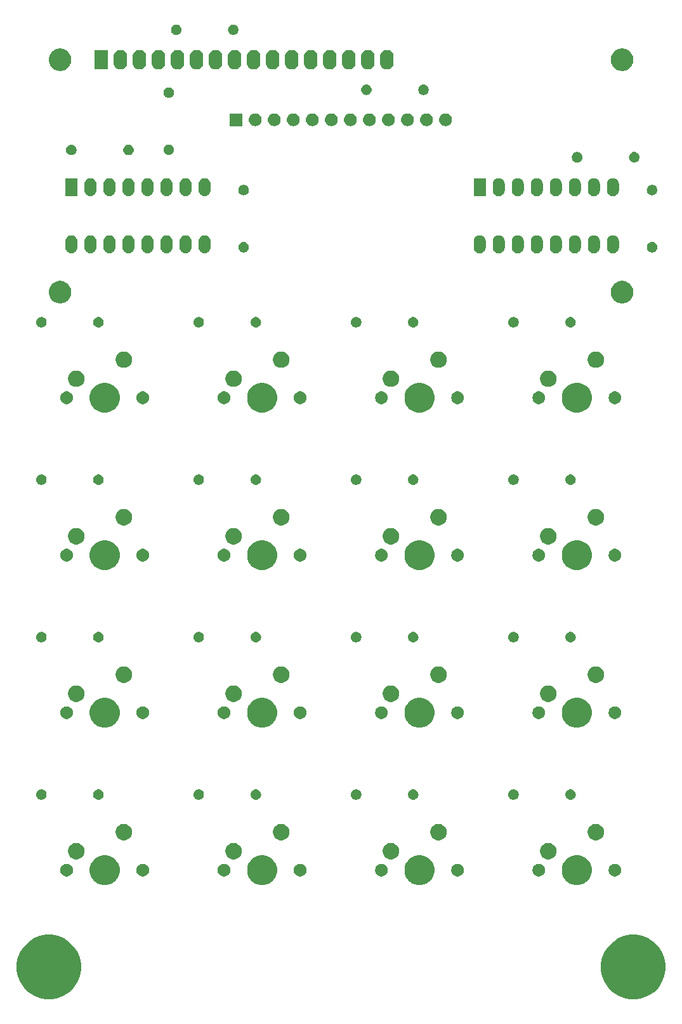
<source format=gts>
%TF.GenerationSoftware,KiCad,Pcbnew,5.0.2+dfsg1-1*%
%TF.CreationDate,2022-01-02T19:08:51-08:00*%
%TF.ProjectId,keypad,6b657970-6164-42e6-9b69-6361645f7063,rev?*%
%TF.SameCoordinates,Original*%
%TF.FileFunction,Soldermask,Top*%
%TF.FilePolarity,Negative*%
%FSLAX46Y46*%
G04 Gerber Fmt 4.6, Leading zero omitted, Abs format (unit mm)*
G04 Created by KiCad (PCBNEW 5.0.2+dfsg1-1) date Sun 02 Jan 2022 07:08:51 PM PST*
%MOMM*%
%LPD*%
G01*
G04 APERTURE LIST*
%ADD10C,0.100000*%
G04 APERTURE END LIST*
D10*
G36*
X110254264Y-152865246D02*
X111036814Y-153189389D01*
X111594233Y-153561845D01*
X111741093Y-153659974D01*
X112340026Y-154258907D01*
X112340028Y-154258910D01*
X112810611Y-154963186D01*
X113134754Y-155745736D01*
X113134754Y-155745737D01*
X113300000Y-156576486D01*
X113300000Y-157423514D01*
X113134754Y-158254264D01*
X112810611Y-159036814D01*
X112505413Y-159493574D01*
X112340026Y-159741093D01*
X111741093Y-160340026D01*
X111741090Y-160340028D01*
X111036814Y-160810611D01*
X110254264Y-161134754D01*
X109838888Y-161217377D01*
X109423514Y-161300000D01*
X108576486Y-161300000D01*
X108161112Y-161217377D01*
X107745736Y-161134754D01*
X106963186Y-160810611D01*
X106258910Y-160340028D01*
X106258907Y-160340026D01*
X105659974Y-159741093D01*
X105494587Y-159493574D01*
X105189389Y-159036814D01*
X104865246Y-158254264D01*
X104700000Y-157423514D01*
X104700000Y-156576486D01*
X104865246Y-155745737D01*
X104865246Y-155745736D01*
X105189389Y-154963186D01*
X105659972Y-154258910D01*
X105659974Y-154258907D01*
X106258907Y-153659974D01*
X106405767Y-153561845D01*
X106963186Y-153189389D01*
X107745736Y-152865246D01*
X108576486Y-152700000D01*
X109423514Y-152700000D01*
X110254264Y-152865246D01*
X110254264Y-152865246D01*
G37*
G36*
X188254264Y-152865246D02*
X189036814Y-153189389D01*
X189594233Y-153561845D01*
X189741093Y-153659974D01*
X190340026Y-154258907D01*
X190340028Y-154258910D01*
X190810611Y-154963186D01*
X191134754Y-155745736D01*
X191134754Y-155745737D01*
X191300000Y-156576486D01*
X191300000Y-157423514D01*
X191134754Y-158254264D01*
X190810611Y-159036814D01*
X190505413Y-159493574D01*
X190340026Y-159741093D01*
X189741093Y-160340026D01*
X189741090Y-160340028D01*
X189036814Y-160810611D01*
X188254264Y-161134754D01*
X187838888Y-161217377D01*
X187423514Y-161300000D01*
X186576486Y-161300000D01*
X186161112Y-161217377D01*
X185745736Y-161134754D01*
X184963186Y-160810611D01*
X184258910Y-160340028D01*
X184258907Y-160340026D01*
X183659974Y-159741093D01*
X183494587Y-159493574D01*
X183189389Y-159036814D01*
X182865246Y-158254264D01*
X182700000Y-157423514D01*
X182700000Y-156576486D01*
X182865246Y-155745737D01*
X182865246Y-155745736D01*
X183189389Y-154963186D01*
X183659972Y-154258910D01*
X183659974Y-154258907D01*
X184258907Y-153659974D01*
X184405767Y-153561845D01*
X184963186Y-153189389D01*
X185745736Y-152865246D01*
X186576486Y-152700000D01*
X187423514Y-152700000D01*
X188254264Y-152865246D01*
X188254264Y-152865246D01*
G37*
G36*
X180043378Y-142156859D02*
X180407354Y-142307622D01*
X180734929Y-142526501D01*
X181013499Y-142805071D01*
X181232378Y-143132646D01*
X181383141Y-143496622D01*
X181460000Y-143883016D01*
X181460000Y-144276984D01*
X181383141Y-144663378D01*
X181232378Y-145027354D01*
X181013499Y-145354929D01*
X180734929Y-145633499D01*
X180407354Y-145852378D01*
X180043378Y-146003141D01*
X179656984Y-146080000D01*
X179263016Y-146080000D01*
X178876622Y-146003141D01*
X178512646Y-145852378D01*
X178185071Y-145633499D01*
X177906501Y-145354929D01*
X177687622Y-145027354D01*
X177536859Y-144663378D01*
X177460000Y-144276984D01*
X177460000Y-143883016D01*
X177536859Y-143496622D01*
X177687622Y-143132646D01*
X177906501Y-142805071D01*
X178185071Y-142526501D01*
X178512646Y-142307622D01*
X178876622Y-142156859D01*
X179263016Y-142080000D01*
X179656984Y-142080000D01*
X180043378Y-142156859D01*
X180043378Y-142156859D01*
G37*
G36*
X159043378Y-142156859D02*
X159407354Y-142307622D01*
X159734929Y-142526501D01*
X160013499Y-142805071D01*
X160232378Y-143132646D01*
X160383141Y-143496622D01*
X160460000Y-143883016D01*
X160460000Y-144276984D01*
X160383141Y-144663378D01*
X160232378Y-145027354D01*
X160013499Y-145354929D01*
X159734929Y-145633499D01*
X159407354Y-145852378D01*
X159043378Y-146003141D01*
X158656984Y-146080000D01*
X158263016Y-146080000D01*
X157876622Y-146003141D01*
X157512646Y-145852378D01*
X157185071Y-145633499D01*
X156906501Y-145354929D01*
X156687622Y-145027354D01*
X156536859Y-144663378D01*
X156460000Y-144276984D01*
X156460000Y-143883016D01*
X156536859Y-143496622D01*
X156687622Y-143132646D01*
X156906501Y-142805071D01*
X157185071Y-142526501D01*
X157512646Y-142307622D01*
X157876622Y-142156859D01*
X158263016Y-142080000D01*
X158656984Y-142080000D01*
X159043378Y-142156859D01*
X159043378Y-142156859D01*
G37*
G36*
X117043378Y-142156859D02*
X117407354Y-142307622D01*
X117734929Y-142526501D01*
X118013499Y-142805071D01*
X118232378Y-143132646D01*
X118383141Y-143496622D01*
X118460000Y-143883016D01*
X118460000Y-144276984D01*
X118383141Y-144663378D01*
X118232378Y-145027354D01*
X118013499Y-145354929D01*
X117734929Y-145633499D01*
X117407354Y-145852378D01*
X117043378Y-146003141D01*
X116656984Y-146080000D01*
X116263016Y-146080000D01*
X115876622Y-146003141D01*
X115512646Y-145852378D01*
X115185071Y-145633499D01*
X114906501Y-145354929D01*
X114687622Y-145027354D01*
X114536859Y-144663378D01*
X114460000Y-144276984D01*
X114460000Y-143883016D01*
X114536859Y-143496622D01*
X114687622Y-143132646D01*
X114906501Y-142805071D01*
X115185071Y-142526501D01*
X115512646Y-142307622D01*
X115876622Y-142156859D01*
X116263016Y-142080000D01*
X116656984Y-142080000D01*
X117043378Y-142156859D01*
X117043378Y-142156859D01*
G37*
G36*
X138043378Y-142156859D02*
X138407354Y-142307622D01*
X138734929Y-142526501D01*
X139013499Y-142805071D01*
X139232378Y-143132646D01*
X139383141Y-143496622D01*
X139460000Y-143883016D01*
X139460000Y-144276984D01*
X139383141Y-144663378D01*
X139232378Y-145027354D01*
X139013499Y-145354929D01*
X138734929Y-145633499D01*
X138407354Y-145852378D01*
X138043378Y-146003141D01*
X137656984Y-146080000D01*
X137263016Y-146080000D01*
X136876622Y-146003141D01*
X136512646Y-145852378D01*
X136185071Y-145633499D01*
X135906501Y-145354929D01*
X135687622Y-145027354D01*
X135536859Y-144663378D01*
X135460000Y-144276984D01*
X135460000Y-143883016D01*
X135536859Y-143496622D01*
X135687622Y-143132646D01*
X135906501Y-142805071D01*
X136185071Y-142526501D01*
X136512646Y-142307622D01*
X136876622Y-142156859D01*
X137263016Y-142080000D01*
X137656984Y-142080000D01*
X138043378Y-142156859D01*
X138043378Y-142156859D01*
G37*
G36*
X132627934Y-143262664D02*
X132782627Y-143326740D01*
X132921847Y-143419764D01*
X133040236Y-143538153D01*
X133133260Y-143677373D01*
X133197336Y-143832066D01*
X133230000Y-143996281D01*
X133230000Y-144163719D01*
X133197336Y-144327934D01*
X133133260Y-144482627D01*
X133040236Y-144621847D01*
X132921847Y-144740236D01*
X132782627Y-144833260D01*
X132627934Y-144897336D01*
X132463719Y-144930000D01*
X132296281Y-144930000D01*
X132132066Y-144897336D01*
X131977373Y-144833260D01*
X131838153Y-144740236D01*
X131719764Y-144621847D01*
X131626740Y-144482627D01*
X131562664Y-144327934D01*
X131530000Y-144163719D01*
X131530000Y-143996281D01*
X131562664Y-143832066D01*
X131626740Y-143677373D01*
X131719764Y-143538153D01*
X131838153Y-143419764D01*
X131977373Y-143326740D01*
X132132066Y-143262664D01*
X132296281Y-143230000D01*
X132463719Y-143230000D01*
X132627934Y-143262664D01*
X132627934Y-143262664D01*
G37*
G36*
X142787934Y-143262664D02*
X142942627Y-143326740D01*
X143081847Y-143419764D01*
X143200236Y-143538153D01*
X143293260Y-143677373D01*
X143357336Y-143832066D01*
X143390000Y-143996281D01*
X143390000Y-144163719D01*
X143357336Y-144327934D01*
X143293260Y-144482627D01*
X143200236Y-144621847D01*
X143081847Y-144740236D01*
X142942627Y-144833260D01*
X142787934Y-144897336D01*
X142623719Y-144930000D01*
X142456281Y-144930000D01*
X142292066Y-144897336D01*
X142137373Y-144833260D01*
X141998153Y-144740236D01*
X141879764Y-144621847D01*
X141786740Y-144482627D01*
X141722664Y-144327934D01*
X141690000Y-144163719D01*
X141690000Y-143996281D01*
X141722664Y-143832066D01*
X141786740Y-143677373D01*
X141879764Y-143538153D01*
X141998153Y-143419764D01*
X142137373Y-143326740D01*
X142292066Y-143262664D01*
X142456281Y-143230000D01*
X142623719Y-143230000D01*
X142787934Y-143262664D01*
X142787934Y-143262664D01*
G37*
G36*
X121787934Y-143262664D02*
X121942627Y-143326740D01*
X122081847Y-143419764D01*
X122200236Y-143538153D01*
X122293260Y-143677373D01*
X122357336Y-143832066D01*
X122390000Y-143996281D01*
X122390000Y-144163719D01*
X122357336Y-144327934D01*
X122293260Y-144482627D01*
X122200236Y-144621847D01*
X122081847Y-144740236D01*
X121942627Y-144833260D01*
X121787934Y-144897336D01*
X121623719Y-144930000D01*
X121456281Y-144930000D01*
X121292066Y-144897336D01*
X121137373Y-144833260D01*
X120998153Y-144740236D01*
X120879764Y-144621847D01*
X120786740Y-144482627D01*
X120722664Y-144327934D01*
X120690000Y-144163719D01*
X120690000Y-143996281D01*
X120722664Y-143832066D01*
X120786740Y-143677373D01*
X120879764Y-143538153D01*
X120998153Y-143419764D01*
X121137373Y-143326740D01*
X121292066Y-143262664D01*
X121456281Y-143230000D01*
X121623719Y-143230000D01*
X121787934Y-143262664D01*
X121787934Y-143262664D01*
G37*
G36*
X111627934Y-143262664D02*
X111782627Y-143326740D01*
X111921847Y-143419764D01*
X112040236Y-143538153D01*
X112133260Y-143677373D01*
X112197336Y-143832066D01*
X112230000Y-143996281D01*
X112230000Y-144163719D01*
X112197336Y-144327934D01*
X112133260Y-144482627D01*
X112040236Y-144621847D01*
X111921847Y-144740236D01*
X111782627Y-144833260D01*
X111627934Y-144897336D01*
X111463719Y-144930000D01*
X111296281Y-144930000D01*
X111132066Y-144897336D01*
X110977373Y-144833260D01*
X110838153Y-144740236D01*
X110719764Y-144621847D01*
X110626740Y-144482627D01*
X110562664Y-144327934D01*
X110530000Y-144163719D01*
X110530000Y-143996281D01*
X110562664Y-143832066D01*
X110626740Y-143677373D01*
X110719764Y-143538153D01*
X110838153Y-143419764D01*
X110977373Y-143326740D01*
X111132066Y-143262664D01*
X111296281Y-143230000D01*
X111463719Y-143230000D01*
X111627934Y-143262664D01*
X111627934Y-143262664D01*
G37*
G36*
X153627934Y-143262664D02*
X153782627Y-143326740D01*
X153921847Y-143419764D01*
X154040236Y-143538153D01*
X154133260Y-143677373D01*
X154197336Y-143832066D01*
X154230000Y-143996281D01*
X154230000Y-144163719D01*
X154197336Y-144327934D01*
X154133260Y-144482627D01*
X154040236Y-144621847D01*
X153921847Y-144740236D01*
X153782627Y-144833260D01*
X153627934Y-144897336D01*
X153463719Y-144930000D01*
X153296281Y-144930000D01*
X153132066Y-144897336D01*
X152977373Y-144833260D01*
X152838153Y-144740236D01*
X152719764Y-144621847D01*
X152626740Y-144482627D01*
X152562664Y-144327934D01*
X152530000Y-144163719D01*
X152530000Y-143996281D01*
X152562664Y-143832066D01*
X152626740Y-143677373D01*
X152719764Y-143538153D01*
X152838153Y-143419764D01*
X152977373Y-143326740D01*
X153132066Y-143262664D01*
X153296281Y-143230000D01*
X153463719Y-143230000D01*
X153627934Y-143262664D01*
X153627934Y-143262664D01*
G37*
G36*
X163787934Y-143262664D02*
X163942627Y-143326740D01*
X164081847Y-143419764D01*
X164200236Y-143538153D01*
X164293260Y-143677373D01*
X164357336Y-143832066D01*
X164390000Y-143996281D01*
X164390000Y-144163719D01*
X164357336Y-144327934D01*
X164293260Y-144482627D01*
X164200236Y-144621847D01*
X164081847Y-144740236D01*
X163942627Y-144833260D01*
X163787934Y-144897336D01*
X163623719Y-144930000D01*
X163456281Y-144930000D01*
X163292066Y-144897336D01*
X163137373Y-144833260D01*
X162998153Y-144740236D01*
X162879764Y-144621847D01*
X162786740Y-144482627D01*
X162722664Y-144327934D01*
X162690000Y-144163719D01*
X162690000Y-143996281D01*
X162722664Y-143832066D01*
X162786740Y-143677373D01*
X162879764Y-143538153D01*
X162998153Y-143419764D01*
X163137373Y-143326740D01*
X163292066Y-143262664D01*
X163456281Y-143230000D01*
X163623719Y-143230000D01*
X163787934Y-143262664D01*
X163787934Y-143262664D01*
G37*
G36*
X174627934Y-143262664D02*
X174782627Y-143326740D01*
X174921847Y-143419764D01*
X175040236Y-143538153D01*
X175133260Y-143677373D01*
X175197336Y-143832066D01*
X175230000Y-143996281D01*
X175230000Y-144163719D01*
X175197336Y-144327934D01*
X175133260Y-144482627D01*
X175040236Y-144621847D01*
X174921847Y-144740236D01*
X174782627Y-144833260D01*
X174627934Y-144897336D01*
X174463719Y-144930000D01*
X174296281Y-144930000D01*
X174132066Y-144897336D01*
X173977373Y-144833260D01*
X173838153Y-144740236D01*
X173719764Y-144621847D01*
X173626740Y-144482627D01*
X173562664Y-144327934D01*
X173530000Y-144163719D01*
X173530000Y-143996281D01*
X173562664Y-143832066D01*
X173626740Y-143677373D01*
X173719764Y-143538153D01*
X173838153Y-143419764D01*
X173977373Y-143326740D01*
X174132066Y-143262664D01*
X174296281Y-143230000D01*
X174463719Y-143230000D01*
X174627934Y-143262664D01*
X174627934Y-143262664D01*
G37*
G36*
X184787934Y-143262664D02*
X184942627Y-143326740D01*
X185081847Y-143419764D01*
X185200236Y-143538153D01*
X185293260Y-143677373D01*
X185357336Y-143832066D01*
X185390000Y-143996281D01*
X185390000Y-144163719D01*
X185357336Y-144327934D01*
X185293260Y-144482627D01*
X185200236Y-144621847D01*
X185081847Y-144740236D01*
X184942627Y-144833260D01*
X184787934Y-144897336D01*
X184623719Y-144930000D01*
X184456281Y-144930000D01*
X184292066Y-144897336D01*
X184137373Y-144833260D01*
X183998153Y-144740236D01*
X183879764Y-144621847D01*
X183786740Y-144482627D01*
X183722664Y-144327934D01*
X183690000Y-144163719D01*
X183690000Y-143996281D01*
X183722664Y-143832066D01*
X183786740Y-143677373D01*
X183879764Y-143538153D01*
X183998153Y-143419764D01*
X184137373Y-143326740D01*
X184292066Y-143262664D01*
X184456281Y-143230000D01*
X184623719Y-143230000D01*
X184787934Y-143262664D01*
X184787934Y-143262664D01*
G37*
G36*
X133970857Y-140482272D02*
X134171042Y-140565191D01*
X134351213Y-140685578D01*
X134504422Y-140838787D01*
X134624809Y-141018958D01*
X134707728Y-141219143D01*
X134750000Y-141431658D01*
X134750000Y-141648342D01*
X134707728Y-141860857D01*
X134624809Y-142061042D01*
X134504422Y-142241213D01*
X134351213Y-142394422D01*
X134171042Y-142514809D01*
X133970857Y-142597728D01*
X133758342Y-142640000D01*
X133541658Y-142640000D01*
X133329143Y-142597728D01*
X133128958Y-142514809D01*
X132948787Y-142394422D01*
X132795578Y-142241213D01*
X132675191Y-142061042D01*
X132592272Y-141860857D01*
X132550000Y-141648342D01*
X132550000Y-141431658D01*
X132592272Y-141219143D01*
X132675191Y-141018958D01*
X132795578Y-140838787D01*
X132948787Y-140685578D01*
X133128958Y-140565191D01*
X133329143Y-140482272D01*
X133541658Y-140440000D01*
X133758342Y-140440000D01*
X133970857Y-140482272D01*
X133970857Y-140482272D01*
G37*
G36*
X175970857Y-140482272D02*
X176171042Y-140565191D01*
X176351213Y-140685578D01*
X176504422Y-140838787D01*
X176624809Y-141018958D01*
X176707728Y-141219143D01*
X176750000Y-141431658D01*
X176750000Y-141648342D01*
X176707728Y-141860857D01*
X176624809Y-142061042D01*
X176504422Y-142241213D01*
X176351213Y-142394422D01*
X176171042Y-142514809D01*
X175970857Y-142597728D01*
X175758342Y-142640000D01*
X175541658Y-142640000D01*
X175329143Y-142597728D01*
X175128958Y-142514809D01*
X174948787Y-142394422D01*
X174795578Y-142241213D01*
X174675191Y-142061042D01*
X174592272Y-141860857D01*
X174550000Y-141648342D01*
X174550000Y-141431658D01*
X174592272Y-141219143D01*
X174675191Y-141018958D01*
X174795578Y-140838787D01*
X174948787Y-140685578D01*
X175128958Y-140565191D01*
X175329143Y-140482272D01*
X175541658Y-140440000D01*
X175758342Y-140440000D01*
X175970857Y-140482272D01*
X175970857Y-140482272D01*
G37*
G36*
X112970857Y-140482272D02*
X113171042Y-140565191D01*
X113351213Y-140685578D01*
X113504422Y-140838787D01*
X113624809Y-141018958D01*
X113707728Y-141219143D01*
X113750000Y-141431658D01*
X113750000Y-141648342D01*
X113707728Y-141860857D01*
X113624809Y-142061042D01*
X113504422Y-142241213D01*
X113351213Y-142394422D01*
X113171042Y-142514809D01*
X112970857Y-142597728D01*
X112758342Y-142640000D01*
X112541658Y-142640000D01*
X112329143Y-142597728D01*
X112128958Y-142514809D01*
X111948787Y-142394422D01*
X111795578Y-142241213D01*
X111675191Y-142061042D01*
X111592272Y-141860857D01*
X111550000Y-141648342D01*
X111550000Y-141431658D01*
X111592272Y-141219143D01*
X111675191Y-141018958D01*
X111795578Y-140838787D01*
X111948787Y-140685578D01*
X112128958Y-140565191D01*
X112329143Y-140482272D01*
X112541658Y-140440000D01*
X112758342Y-140440000D01*
X112970857Y-140482272D01*
X112970857Y-140482272D01*
G37*
G36*
X154970857Y-140482272D02*
X155171042Y-140565191D01*
X155351213Y-140685578D01*
X155504422Y-140838787D01*
X155624809Y-141018958D01*
X155707728Y-141219143D01*
X155750000Y-141431658D01*
X155750000Y-141648342D01*
X155707728Y-141860857D01*
X155624809Y-142061042D01*
X155504422Y-142241213D01*
X155351213Y-142394422D01*
X155171042Y-142514809D01*
X154970857Y-142597728D01*
X154758342Y-142640000D01*
X154541658Y-142640000D01*
X154329143Y-142597728D01*
X154128958Y-142514809D01*
X153948787Y-142394422D01*
X153795578Y-142241213D01*
X153675191Y-142061042D01*
X153592272Y-141860857D01*
X153550000Y-141648342D01*
X153550000Y-141431658D01*
X153592272Y-141219143D01*
X153675191Y-141018958D01*
X153795578Y-140838787D01*
X153948787Y-140685578D01*
X154128958Y-140565191D01*
X154329143Y-140482272D01*
X154541658Y-140440000D01*
X154758342Y-140440000D01*
X154970857Y-140482272D01*
X154970857Y-140482272D01*
G37*
G36*
X140320857Y-137942272D02*
X140521042Y-138025191D01*
X140701213Y-138145578D01*
X140854422Y-138298787D01*
X140974809Y-138478958D01*
X141057728Y-138679143D01*
X141100000Y-138891658D01*
X141100000Y-139108342D01*
X141057728Y-139320857D01*
X140974809Y-139521042D01*
X140854422Y-139701213D01*
X140701213Y-139854422D01*
X140521042Y-139974809D01*
X140320857Y-140057728D01*
X140108342Y-140100000D01*
X139891658Y-140100000D01*
X139679143Y-140057728D01*
X139478958Y-139974809D01*
X139298787Y-139854422D01*
X139145578Y-139701213D01*
X139025191Y-139521042D01*
X138942272Y-139320857D01*
X138900000Y-139108342D01*
X138900000Y-138891658D01*
X138942272Y-138679143D01*
X139025191Y-138478958D01*
X139145578Y-138298787D01*
X139298787Y-138145578D01*
X139478958Y-138025191D01*
X139679143Y-137942272D01*
X139891658Y-137900000D01*
X140108342Y-137900000D01*
X140320857Y-137942272D01*
X140320857Y-137942272D01*
G37*
G36*
X161320857Y-137942272D02*
X161521042Y-138025191D01*
X161701213Y-138145578D01*
X161854422Y-138298787D01*
X161974809Y-138478958D01*
X162057728Y-138679143D01*
X162100000Y-138891658D01*
X162100000Y-139108342D01*
X162057728Y-139320857D01*
X161974809Y-139521042D01*
X161854422Y-139701213D01*
X161701213Y-139854422D01*
X161521042Y-139974809D01*
X161320857Y-140057728D01*
X161108342Y-140100000D01*
X160891658Y-140100000D01*
X160679143Y-140057728D01*
X160478958Y-139974809D01*
X160298787Y-139854422D01*
X160145578Y-139701213D01*
X160025191Y-139521042D01*
X159942272Y-139320857D01*
X159900000Y-139108342D01*
X159900000Y-138891658D01*
X159942272Y-138679143D01*
X160025191Y-138478958D01*
X160145578Y-138298787D01*
X160298787Y-138145578D01*
X160478958Y-138025191D01*
X160679143Y-137942272D01*
X160891658Y-137900000D01*
X161108342Y-137900000D01*
X161320857Y-137942272D01*
X161320857Y-137942272D01*
G37*
G36*
X119320857Y-137942272D02*
X119521042Y-138025191D01*
X119701213Y-138145578D01*
X119854422Y-138298787D01*
X119974809Y-138478958D01*
X120057728Y-138679143D01*
X120100000Y-138891658D01*
X120100000Y-139108342D01*
X120057728Y-139320857D01*
X119974809Y-139521042D01*
X119854422Y-139701213D01*
X119701213Y-139854422D01*
X119521042Y-139974809D01*
X119320857Y-140057728D01*
X119108342Y-140100000D01*
X118891658Y-140100000D01*
X118679143Y-140057728D01*
X118478958Y-139974809D01*
X118298787Y-139854422D01*
X118145578Y-139701213D01*
X118025191Y-139521042D01*
X117942272Y-139320857D01*
X117900000Y-139108342D01*
X117900000Y-138891658D01*
X117942272Y-138679143D01*
X118025191Y-138478958D01*
X118145578Y-138298787D01*
X118298787Y-138145578D01*
X118478958Y-138025191D01*
X118679143Y-137942272D01*
X118891658Y-137900000D01*
X119108342Y-137900000D01*
X119320857Y-137942272D01*
X119320857Y-137942272D01*
G37*
G36*
X182320857Y-137942272D02*
X182521042Y-138025191D01*
X182701213Y-138145578D01*
X182854422Y-138298787D01*
X182974809Y-138478958D01*
X183057728Y-138679143D01*
X183100000Y-138891658D01*
X183100000Y-139108342D01*
X183057728Y-139320857D01*
X182974809Y-139521042D01*
X182854422Y-139701213D01*
X182701213Y-139854422D01*
X182521042Y-139974809D01*
X182320857Y-140057728D01*
X182108342Y-140100000D01*
X181891658Y-140100000D01*
X181679143Y-140057728D01*
X181478958Y-139974809D01*
X181298787Y-139854422D01*
X181145578Y-139701213D01*
X181025191Y-139521042D01*
X180942272Y-139320857D01*
X180900000Y-139108342D01*
X180900000Y-138891658D01*
X180942272Y-138679143D01*
X181025191Y-138478958D01*
X181145578Y-138298787D01*
X181298787Y-138145578D01*
X181478958Y-138025191D01*
X181679143Y-137942272D01*
X181891658Y-137900000D01*
X182108342Y-137900000D01*
X182320857Y-137942272D01*
X182320857Y-137942272D01*
G37*
G36*
X108204183Y-133326900D02*
X108331574Y-133379668D01*
X108384685Y-133415155D01*
X108446225Y-133456275D01*
X108543725Y-133553775D01*
X108620332Y-133668426D01*
X108673100Y-133795817D01*
X108700000Y-133931055D01*
X108700000Y-134068945D01*
X108673100Y-134204183D01*
X108620332Y-134331574D01*
X108543726Y-134446224D01*
X108446224Y-134543726D01*
X108331574Y-134620332D01*
X108204183Y-134673100D01*
X108068945Y-134700000D01*
X107931055Y-134700000D01*
X107795817Y-134673100D01*
X107668426Y-134620332D01*
X107553776Y-134543726D01*
X107456274Y-134446224D01*
X107379668Y-134331574D01*
X107326900Y-134204183D01*
X107300000Y-134068945D01*
X107300000Y-133931055D01*
X107326900Y-133795817D01*
X107379668Y-133668426D01*
X107456275Y-133553775D01*
X107553775Y-133456275D01*
X107615316Y-133415155D01*
X107668426Y-133379668D01*
X107795817Y-133326900D01*
X107931055Y-133300000D01*
X108068945Y-133300000D01*
X108204183Y-133326900D01*
X108204183Y-133326900D01*
G37*
G36*
X178757224Y-133310128D02*
X178889175Y-133350155D01*
X179010781Y-133415155D01*
X179117370Y-133502630D01*
X179204845Y-133609219D01*
X179269845Y-133730825D01*
X179309872Y-133862776D01*
X179323387Y-134000000D01*
X179309872Y-134137224D01*
X179269845Y-134269175D01*
X179204845Y-134390781D01*
X179117370Y-134497370D01*
X179010781Y-134584845D01*
X178889175Y-134649845D01*
X178757224Y-134689872D01*
X178654390Y-134700000D01*
X178585610Y-134700000D01*
X178482776Y-134689872D01*
X178350825Y-134649845D01*
X178229219Y-134584845D01*
X178122630Y-134497370D01*
X178035155Y-134390781D01*
X177970155Y-134269175D01*
X177930128Y-134137224D01*
X177916613Y-134000000D01*
X177930128Y-133862776D01*
X177970155Y-133730825D01*
X178035155Y-133609219D01*
X178122630Y-133502630D01*
X178229219Y-133415155D01*
X178350825Y-133350155D01*
X178482776Y-133310128D01*
X178585610Y-133300000D01*
X178654390Y-133300000D01*
X178757224Y-133310128D01*
X178757224Y-133310128D01*
G37*
G36*
X171204183Y-133326900D02*
X171331574Y-133379668D01*
X171384685Y-133415155D01*
X171446225Y-133456275D01*
X171543725Y-133553775D01*
X171620332Y-133668426D01*
X171673100Y-133795817D01*
X171700000Y-133931055D01*
X171700000Y-134068945D01*
X171673100Y-134204183D01*
X171620332Y-134331574D01*
X171543726Y-134446224D01*
X171446224Y-134543726D01*
X171331574Y-134620332D01*
X171204183Y-134673100D01*
X171068945Y-134700000D01*
X170931055Y-134700000D01*
X170795817Y-134673100D01*
X170668426Y-134620332D01*
X170553776Y-134543726D01*
X170456274Y-134446224D01*
X170379668Y-134331574D01*
X170326900Y-134204183D01*
X170300000Y-134068945D01*
X170300000Y-133931055D01*
X170326900Y-133795817D01*
X170379668Y-133668426D01*
X170456275Y-133553775D01*
X170553775Y-133456275D01*
X170615316Y-133415155D01*
X170668426Y-133379668D01*
X170795817Y-133326900D01*
X170931055Y-133300000D01*
X171068945Y-133300000D01*
X171204183Y-133326900D01*
X171204183Y-133326900D01*
G37*
G36*
X136757224Y-133310128D02*
X136889175Y-133350155D01*
X137010781Y-133415155D01*
X137117370Y-133502630D01*
X137204845Y-133609219D01*
X137269845Y-133730825D01*
X137309872Y-133862776D01*
X137323387Y-134000000D01*
X137309872Y-134137224D01*
X137269845Y-134269175D01*
X137204845Y-134390781D01*
X137117370Y-134497370D01*
X137010781Y-134584845D01*
X136889175Y-134649845D01*
X136757224Y-134689872D01*
X136654390Y-134700000D01*
X136585610Y-134700000D01*
X136482776Y-134689872D01*
X136350825Y-134649845D01*
X136229219Y-134584845D01*
X136122630Y-134497370D01*
X136035155Y-134390781D01*
X135970155Y-134269175D01*
X135930128Y-134137224D01*
X135916613Y-134000000D01*
X135930128Y-133862776D01*
X135970155Y-133730825D01*
X136035155Y-133609219D01*
X136122630Y-133502630D01*
X136229219Y-133415155D01*
X136350825Y-133350155D01*
X136482776Y-133310128D01*
X136585610Y-133300000D01*
X136654390Y-133300000D01*
X136757224Y-133310128D01*
X136757224Y-133310128D01*
G37*
G36*
X157757224Y-133310128D02*
X157889175Y-133350155D01*
X158010781Y-133415155D01*
X158117370Y-133502630D01*
X158204845Y-133609219D01*
X158269845Y-133730825D01*
X158309872Y-133862776D01*
X158323387Y-134000000D01*
X158309872Y-134137224D01*
X158269845Y-134269175D01*
X158204845Y-134390781D01*
X158117370Y-134497370D01*
X158010781Y-134584845D01*
X157889175Y-134649845D01*
X157757224Y-134689872D01*
X157654390Y-134700000D01*
X157585610Y-134700000D01*
X157482776Y-134689872D01*
X157350825Y-134649845D01*
X157229219Y-134584845D01*
X157122630Y-134497370D01*
X157035155Y-134390781D01*
X156970155Y-134269175D01*
X156930128Y-134137224D01*
X156916613Y-134000000D01*
X156930128Y-133862776D01*
X156970155Y-133730825D01*
X157035155Y-133609219D01*
X157122630Y-133502630D01*
X157229219Y-133415155D01*
X157350825Y-133350155D01*
X157482776Y-133310128D01*
X157585610Y-133300000D01*
X157654390Y-133300000D01*
X157757224Y-133310128D01*
X157757224Y-133310128D01*
G37*
G36*
X129204183Y-133326900D02*
X129331574Y-133379668D01*
X129384685Y-133415155D01*
X129446225Y-133456275D01*
X129543725Y-133553775D01*
X129620332Y-133668426D01*
X129673100Y-133795817D01*
X129700000Y-133931055D01*
X129700000Y-134068945D01*
X129673100Y-134204183D01*
X129620332Y-134331574D01*
X129543726Y-134446224D01*
X129446224Y-134543726D01*
X129331574Y-134620332D01*
X129204183Y-134673100D01*
X129068945Y-134700000D01*
X128931055Y-134700000D01*
X128795817Y-134673100D01*
X128668426Y-134620332D01*
X128553776Y-134543726D01*
X128456274Y-134446224D01*
X128379668Y-134331574D01*
X128326900Y-134204183D01*
X128300000Y-134068945D01*
X128300000Y-133931055D01*
X128326900Y-133795817D01*
X128379668Y-133668426D01*
X128456275Y-133553775D01*
X128553775Y-133456275D01*
X128615316Y-133415155D01*
X128668426Y-133379668D01*
X128795817Y-133326900D01*
X128931055Y-133300000D01*
X129068945Y-133300000D01*
X129204183Y-133326900D01*
X129204183Y-133326900D01*
G37*
G36*
X115757224Y-133310128D02*
X115889175Y-133350155D01*
X116010781Y-133415155D01*
X116117370Y-133502630D01*
X116204845Y-133609219D01*
X116269845Y-133730825D01*
X116309872Y-133862776D01*
X116323387Y-134000000D01*
X116309872Y-134137224D01*
X116269845Y-134269175D01*
X116204845Y-134390781D01*
X116117370Y-134497370D01*
X116010781Y-134584845D01*
X115889175Y-134649845D01*
X115757224Y-134689872D01*
X115654390Y-134700000D01*
X115585610Y-134700000D01*
X115482776Y-134689872D01*
X115350825Y-134649845D01*
X115229219Y-134584845D01*
X115122630Y-134497370D01*
X115035155Y-134390781D01*
X114970155Y-134269175D01*
X114930128Y-134137224D01*
X114916613Y-134000000D01*
X114930128Y-133862776D01*
X114970155Y-133730825D01*
X115035155Y-133609219D01*
X115122630Y-133502630D01*
X115229219Y-133415155D01*
X115350825Y-133350155D01*
X115482776Y-133310128D01*
X115585610Y-133300000D01*
X115654390Y-133300000D01*
X115757224Y-133310128D01*
X115757224Y-133310128D01*
G37*
G36*
X150204183Y-133326900D02*
X150331574Y-133379668D01*
X150384685Y-133415155D01*
X150446225Y-133456275D01*
X150543725Y-133553775D01*
X150620332Y-133668426D01*
X150673100Y-133795817D01*
X150700000Y-133931055D01*
X150700000Y-134068945D01*
X150673100Y-134204183D01*
X150620332Y-134331574D01*
X150543726Y-134446224D01*
X150446224Y-134543726D01*
X150331574Y-134620332D01*
X150204183Y-134673100D01*
X150068945Y-134700000D01*
X149931055Y-134700000D01*
X149795817Y-134673100D01*
X149668426Y-134620332D01*
X149553776Y-134543726D01*
X149456274Y-134446224D01*
X149379668Y-134331574D01*
X149326900Y-134204183D01*
X149300000Y-134068945D01*
X149300000Y-133931055D01*
X149326900Y-133795817D01*
X149379668Y-133668426D01*
X149456275Y-133553775D01*
X149553775Y-133456275D01*
X149615316Y-133415155D01*
X149668426Y-133379668D01*
X149795817Y-133326900D01*
X149931055Y-133300000D01*
X150068945Y-133300000D01*
X150204183Y-133326900D01*
X150204183Y-133326900D01*
G37*
G36*
X180043378Y-121156859D02*
X180407354Y-121307622D01*
X180734929Y-121526501D01*
X181013499Y-121805071D01*
X181232378Y-122132646D01*
X181383141Y-122496622D01*
X181460000Y-122883016D01*
X181460000Y-123276984D01*
X181383141Y-123663378D01*
X181232378Y-124027354D01*
X181013499Y-124354929D01*
X180734929Y-124633499D01*
X180407354Y-124852378D01*
X180043378Y-125003141D01*
X179656984Y-125080000D01*
X179263016Y-125080000D01*
X178876622Y-125003141D01*
X178512646Y-124852378D01*
X178185071Y-124633499D01*
X177906501Y-124354929D01*
X177687622Y-124027354D01*
X177536859Y-123663378D01*
X177460000Y-123276984D01*
X177460000Y-122883016D01*
X177536859Y-122496622D01*
X177687622Y-122132646D01*
X177906501Y-121805071D01*
X178185071Y-121526501D01*
X178512646Y-121307622D01*
X178876622Y-121156859D01*
X179263016Y-121080000D01*
X179656984Y-121080000D01*
X180043378Y-121156859D01*
X180043378Y-121156859D01*
G37*
G36*
X159043378Y-121156859D02*
X159407354Y-121307622D01*
X159734929Y-121526501D01*
X160013499Y-121805071D01*
X160232378Y-122132646D01*
X160383141Y-122496622D01*
X160460000Y-122883016D01*
X160460000Y-123276984D01*
X160383141Y-123663378D01*
X160232378Y-124027354D01*
X160013499Y-124354929D01*
X159734929Y-124633499D01*
X159407354Y-124852378D01*
X159043378Y-125003141D01*
X158656984Y-125080000D01*
X158263016Y-125080000D01*
X157876622Y-125003141D01*
X157512646Y-124852378D01*
X157185071Y-124633499D01*
X156906501Y-124354929D01*
X156687622Y-124027354D01*
X156536859Y-123663378D01*
X156460000Y-123276984D01*
X156460000Y-122883016D01*
X156536859Y-122496622D01*
X156687622Y-122132646D01*
X156906501Y-121805071D01*
X157185071Y-121526501D01*
X157512646Y-121307622D01*
X157876622Y-121156859D01*
X158263016Y-121080000D01*
X158656984Y-121080000D01*
X159043378Y-121156859D01*
X159043378Y-121156859D01*
G37*
G36*
X138043378Y-121156859D02*
X138407354Y-121307622D01*
X138734929Y-121526501D01*
X139013499Y-121805071D01*
X139232378Y-122132646D01*
X139383141Y-122496622D01*
X139460000Y-122883016D01*
X139460000Y-123276984D01*
X139383141Y-123663378D01*
X139232378Y-124027354D01*
X139013499Y-124354929D01*
X138734929Y-124633499D01*
X138407354Y-124852378D01*
X138043378Y-125003141D01*
X137656984Y-125080000D01*
X137263016Y-125080000D01*
X136876622Y-125003141D01*
X136512646Y-124852378D01*
X136185071Y-124633499D01*
X135906501Y-124354929D01*
X135687622Y-124027354D01*
X135536859Y-123663378D01*
X135460000Y-123276984D01*
X135460000Y-122883016D01*
X135536859Y-122496622D01*
X135687622Y-122132646D01*
X135906501Y-121805071D01*
X136185071Y-121526501D01*
X136512646Y-121307622D01*
X136876622Y-121156859D01*
X137263016Y-121080000D01*
X137656984Y-121080000D01*
X138043378Y-121156859D01*
X138043378Y-121156859D01*
G37*
G36*
X117043378Y-121156859D02*
X117407354Y-121307622D01*
X117734929Y-121526501D01*
X118013499Y-121805071D01*
X118232378Y-122132646D01*
X118383141Y-122496622D01*
X118460000Y-122883016D01*
X118460000Y-123276984D01*
X118383141Y-123663378D01*
X118232378Y-124027354D01*
X118013499Y-124354929D01*
X117734929Y-124633499D01*
X117407354Y-124852378D01*
X117043378Y-125003141D01*
X116656984Y-125080000D01*
X116263016Y-125080000D01*
X115876622Y-125003141D01*
X115512646Y-124852378D01*
X115185071Y-124633499D01*
X114906501Y-124354929D01*
X114687622Y-124027354D01*
X114536859Y-123663378D01*
X114460000Y-123276984D01*
X114460000Y-122883016D01*
X114536859Y-122496622D01*
X114687622Y-122132646D01*
X114906501Y-121805071D01*
X115185071Y-121526501D01*
X115512646Y-121307622D01*
X115876622Y-121156859D01*
X116263016Y-121080000D01*
X116656984Y-121080000D01*
X117043378Y-121156859D01*
X117043378Y-121156859D01*
G37*
G36*
X121787934Y-122262664D02*
X121942627Y-122326740D01*
X122081847Y-122419764D01*
X122200236Y-122538153D01*
X122293260Y-122677373D01*
X122357336Y-122832066D01*
X122390000Y-122996281D01*
X122390000Y-123163719D01*
X122357336Y-123327934D01*
X122293260Y-123482627D01*
X122200236Y-123621847D01*
X122081847Y-123740236D01*
X121942627Y-123833260D01*
X121787934Y-123897336D01*
X121623719Y-123930000D01*
X121456281Y-123930000D01*
X121292066Y-123897336D01*
X121137373Y-123833260D01*
X120998153Y-123740236D01*
X120879764Y-123621847D01*
X120786740Y-123482627D01*
X120722664Y-123327934D01*
X120690000Y-123163719D01*
X120690000Y-122996281D01*
X120722664Y-122832066D01*
X120786740Y-122677373D01*
X120879764Y-122538153D01*
X120998153Y-122419764D01*
X121137373Y-122326740D01*
X121292066Y-122262664D01*
X121456281Y-122230000D01*
X121623719Y-122230000D01*
X121787934Y-122262664D01*
X121787934Y-122262664D01*
G37*
G36*
X184787934Y-122262664D02*
X184942627Y-122326740D01*
X185081847Y-122419764D01*
X185200236Y-122538153D01*
X185293260Y-122677373D01*
X185357336Y-122832066D01*
X185390000Y-122996281D01*
X185390000Y-123163719D01*
X185357336Y-123327934D01*
X185293260Y-123482627D01*
X185200236Y-123621847D01*
X185081847Y-123740236D01*
X184942627Y-123833260D01*
X184787934Y-123897336D01*
X184623719Y-123930000D01*
X184456281Y-123930000D01*
X184292066Y-123897336D01*
X184137373Y-123833260D01*
X183998153Y-123740236D01*
X183879764Y-123621847D01*
X183786740Y-123482627D01*
X183722664Y-123327934D01*
X183690000Y-123163719D01*
X183690000Y-122996281D01*
X183722664Y-122832066D01*
X183786740Y-122677373D01*
X183879764Y-122538153D01*
X183998153Y-122419764D01*
X184137373Y-122326740D01*
X184292066Y-122262664D01*
X184456281Y-122230000D01*
X184623719Y-122230000D01*
X184787934Y-122262664D01*
X184787934Y-122262664D01*
G37*
G36*
X174627934Y-122262664D02*
X174782627Y-122326740D01*
X174921847Y-122419764D01*
X175040236Y-122538153D01*
X175133260Y-122677373D01*
X175197336Y-122832066D01*
X175230000Y-122996281D01*
X175230000Y-123163719D01*
X175197336Y-123327934D01*
X175133260Y-123482627D01*
X175040236Y-123621847D01*
X174921847Y-123740236D01*
X174782627Y-123833260D01*
X174627934Y-123897336D01*
X174463719Y-123930000D01*
X174296281Y-123930000D01*
X174132066Y-123897336D01*
X173977373Y-123833260D01*
X173838153Y-123740236D01*
X173719764Y-123621847D01*
X173626740Y-123482627D01*
X173562664Y-123327934D01*
X173530000Y-123163719D01*
X173530000Y-122996281D01*
X173562664Y-122832066D01*
X173626740Y-122677373D01*
X173719764Y-122538153D01*
X173838153Y-122419764D01*
X173977373Y-122326740D01*
X174132066Y-122262664D01*
X174296281Y-122230000D01*
X174463719Y-122230000D01*
X174627934Y-122262664D01*
X174627934Y-122262664D01*
G37*
G36*
X163787934Y-122262664D02*
X163942627Y-122326740D01*
X164081847Y-122419764D01*
X164200236Y-122538153D01*
X164293260Y-122677373D01*
X164357336Y-122832066D01*
X164390000Y-122996281D01*
X164390000Y-123163719D01*
X164357336Y-123327934D01*
X164293260Y-123482627D01*
X164200236Y-123621847D01*
X164081847Y-123740236D01*
X163942627Y-123833260D01*
X163787934Y-123897336D01*
X163623719Y-123930000D01*
X163456281Y-123930000D01*
X163292066Y-123897336D01*
X163137373Y-123833260D01*
X162998153Y-123740236D01*
X162879764Y-123621847D01*
X162786740Y-123482627D01*
X162722664Y-123327934D01*
X162690000Y-123163719D01*
X162690000Y-122996281D01*
X162722664Y-122832066D01*
X162786740Y-122677373D01*
X162879764Y-122538153D01*
X162998153Y-122419764D01*
X163137373Y-122326740D01*
X163292066Y-122262664D01*
X163456281Y-122230000D01*
X163623719Y-122230000D01*
X163787934Y-122262664D01*
X163787934Y-122262664D01*
G37*
G36*
X111627934Y-122262664D02*
X111782627Y-122326740D01*
X111921847Y-122419764D01*
X112040236Y-122538153D01*
X112133260Y-122677373D01*
X112197336Y-122832066D01*
X112230000Y-122996281D01*
X112230000Y-123163719D01*
X112197336Y-123327934D01*
X112133260Y-123482627D01*
X112040236Y-123621847D01*
X111921847Y-123740236D01*
X111782627Y-123833260D01*
X111627934Y-123897336D01*
X111463719Y-123930000D01*
X111296281Y-123930000D01*
X111132066Y-123897336D01*
X110977373Y-123833260D01*
X110838153Y-123740236D01*
X110719764Y-123621847D01*
X110626740Y-123482627D01*
X110562664Y-123327934D01*
X110530000Y-123163719D01*
X110530000Y-122996281D01*
X110562664Y-122832066D01*
X110626740Y-122677373D01*
X110719764Y-122538153D01*
X110838153Y-122419764D01*
X110977373Y-122326740D01*
X111132066Y-122262664D01*
X111296281Y-122230000D01*
X111463719Y-122230000D01*
X111627934Y-122262664D01*
X111627934Y-122262664D01*
G37*
G36*
X153627934Y-122262664D02*
X153782627Y-122326740D01*
X153921847Y-122419764D01*
X154040236Y-122538153D01*
X154133260Y-122677373D01*
X154197336Y-122832066D01*
X154230000Y-122996281D01*
X154230000Y-123163719D01*
X154197336Y-123327934D01*
X154133260Y-123482627D01*
X154040236Y-123621847D01*
X153921847Y-123740236D01*
X153782627Y-123833260D01*
X153627934Y-123897336D01*
X153463719Y-123930000D01*
X153296281Y-123930000D01*
X153132066Y-123897336D01*
X152977373Y-123833260D01*
X152838153Y-123740236D01*
X152719764Y-123621847D01*
X152626740Y-123482627D01*
X152562664Y-123327934D01*
X152530000Y-123163719D01*
X152530000Y-122996281D01*
X152562664Y-122832066D01*
X152626740Y-122677373D01*
X152719764Y-122538153D01*
X152838153Y-122419764D01*
X152977373Y-122326740D01*
X153132066Y-122262664D01*
X153296281Y-122230000D01*
X153463719Y-122230000D01*
X153627934Y-122262664D01*
X153627934Y-122262664D01*
G37*
G36*
X132627934Y-122262664D02*
X132782627Y-122326740D01*
X132921847Y-122419764D01*
X133040236Y-122538153D01*
X133133260Y-122677373D01*
X133197336Y-122832066D01*
X133230000Y-122996281D01*
X133230000Y-123163719D01*
X133197336Y-123327934D01*
X133133260Y-123482627D01*
X133040236Y-123621847D01*
X132921847Y-123740236D01*
X132782627Y-123833260D01*
X132627934Y-123897336D01*
X132463719Y-123930000D01*
X132296281Y-123930000D01*
X132132066Y-123897336D01*
X131977373Y-123833260D01*
X131838153Y-123740236D01*
X131719764Y-123621847D01*
X131626740Y-123482627D01*
X131562664Y-123327934D01*
X131530000Y-123163719D01*
X131530000Y-122996281D01*
X131562664Y-122832066D01*
X131626740Y-122677373D01*
X131719764Y-122538153D01*
X131838153Y-122419764D01*
X131977373Y-122326740D01*
X132132066Y-122262664D01*
X132296281Y-122230000D01*
X132463719Y-122230000D01*
X132627934Y-122262664D01*
X132627934Y-122262664D01*
G37*
G36*
X142787934Y-122262664D02*
X142942627Y-122326740D01*
X143081847Y-122419764D01*
X143200236Y-122538153D01*
X143293260Y-122677373D01*
X143357336Y-122832066D01*
X143390000Y-122996281D01*
X143390000Y-123163719D01*
X143357336Y-123327934D01*
X143293260Y-123482627D01*
X143200236Y-123621847D01*
X143081847Y-123740236D01*
X142942627Y-123833260D01*
X142787934Y-123897336D01*
X142623719Y-123930000D01*
X142456281Y-123930000D01*
X142292066Y-123897336D01*
X142137373Y-123833260D01*
X141998153Y-123740236D01*
X141879764Y-123621847D01*
X141786740Y-123482627D01*
X141722664Y-123327934D01*
X141690000Y-123163719D01*
X141690000Y-122996281D01*
X141722664Y-122832066D01*
X141786740Y-122677373D01*
X141879764Y-122538153D01*
X141998153Y-122419764D01*
X142137373Y-122326740D01*
X142292066Y-122262664D01*
X142456281Y-122230000D01*
X142623719Y-122230000D01*
X142787934Y-122262664D01*
X142787934Y-122262664D01*
G37*
G36*
X154970857Y-119482272D02*
X155171042Y-119565191D01*
X155351213Y-119685578D01*
X155504422Y-119838787D01*
X155624809Y-120018958D01*
X155707728Y-120219143D01*
X155750000Y-120431658D01*
X155750000Y-120648342D01*
X155707728Y-120860857D01*
X155624809Y-121061042D01*
X155504422Y-121241213D01*
X155351213Y-121394422D01*
X155171042Y-121514809D01*
X154970857Y-121597728D01*
X154758342Y-121640000D01*
X154541658Y-121640000D01*
X154329143Y-121597728D01*
X154128958Y-121514809D01*
X153948787Y-121394422D01*
X153795578Y-121241213D01*
X153675191Y-121061042D01*
X153592272Y-120860857D01*
X153550000Y-120648342D01*
X153550000Y-120431658D01*
X153592272Y-120219143D01*
X153675191Y-120018958D01*
X153795578Y-119838787D01*
X153948787Y-119685578D01*
X154128958Y-119565191D01*
X154329143Y-119482272D01*
X154541658Y-119440000D01*
X154758342Y-119440000D01*
X154970857Y-119482272D01*
X154970857Y-119482272D01*
G37*
G36*
X175970857Y-119482272D02*
X176171042Y-119565191D01*
X176351213Y-119685578D01*
X176504422Y-119838787D01*
X176624809Y-120018958D01*
X176707728Y-120219143D01*
X176750000Y-120431658D01*
X176750000Y-120648342D01*
X176707728Y-120860857D01*
X176624809Y-121061042D01*
X176504422Y-121241213D01*
X176351213Y-121394422D01*
X176171042Y-121514809D01*
X175970857Y-121597728D01*
X175758342Y-121640000D01*
X175541658Y-121640000D01*
X175329143Y-121597728D01*
X175128958Y-121514809D01*
X174948787Y-121394422D01*
X174795578Y-121241213D01*
X174675191Y-121061042D01*
X174592272Y-120860857D01*
X174550000Y-120648342D01*
X174550000Y-120431658D01*
X174592272Y-120219143D01*
X174675191Y-120018958D01*
X174795578Y-119838787D01*
X174948787Y-119685578D01*
X175128958Y-119565191D01*
X175329143Y-119482272D01*
X175541658Y-119440000D01*
X175758342Y-119440000D01*
X175970857Y-119482272D01*
X175970857Y-119482272D01*
G37*
G36*
X133970857Y-119482272D02*
X134171042Y-119565191D01*
X134351213Y-119685578D01*
X134504422Y-119838787D01*
X134624809Y-120018958D01*
X134707728Y-120219143D01*
X134750000Y-120431658D01*
X134750000Y-120648342D01*
X134707728Y-120860857D01*
X134624809Y-121061042D01*
X134504422Y-121241213D01*
X134351213Y-121394422D01*
X134171042Y-121514809D01*
X133970857Y-121597728D01*
X133758342Y-121640000D01*
X133541658Y-121640000D01*
X133329143Y-121597728D01*
X133128958Y-121514809D01*
X132948787Y-121394422D01*
X132795578Y-121241213D01*
X132675191Y-121061042D01*
X132592272Y-120860857D01*
X132550000Y-120648342D01*
X132550000Y-120431658D01*
X132592272Y-120219143D01*
X132675191Y-120018958D01*
X132795578Y-119838787D01*
X132948787Y-119685578D01*
X133128958Y-119565191D01*
X133329143Y-119482272D01*
X133541658Y-119440000D01*
X133758342Y-119440000D01*
X133970857Y-119482272D01*
X133970857Y-119482272D01*
G37*
G36*
X112970857Y-119482272D02*
X113171042Y-119565191D01*
X113351213Y-119685578D01*
X113504422Y-119838787D01*
X113624809Y-120018958D01*
X113707728Y-120219143D01*
X113750000Y-120431658D01*
X113750000Y-120648342D01*
X113707728Y-120860857D01*
X113624809Y-121061042D01*
X113504422Y-121241213D01*
X113351213Y-121394422D01*
X113171042Y-121514809D01*
X112970857Y-121597728D01*
X112758342Y-121640000D01*
X112541658Y-121640000D01*
X112329143Y-121597728D01*
X112128958Y-121514809D01*
X111948787Y-121394422D01*
X111795578Y-121241213D01*
X111675191Y-121061042D01*
X111592272Y-120860857D01*
X111550000Y-120648342D01*
X111550000Y-120431658D01*
X111592272Y-120219143D01*
X111675191Y-120018958D01*
X111795578Y-119838787D01*
X111948787Y-119685578D01*
X112128958Y-119565191D01*
X112329143Y-119482272D01*
X112541658Y-119440000D01*
X112758342Y-119440000D01*
X112970857Y-119482272D01*
X112970857Y-119482272D01*
G37*
G36*
X161320857Y-116942272D02*
X161521042Y-117025191D01*
X161701213Y-117145578D01*
X161854422Y-117298787D01*
X161974809Y-117478958D01*
X162057728Y-117679143D01*
X162100000Y-117891658D01*
X162100000Y-118108342D01*
X162057728Y-118320857D01*
X161974809Y-118521042D01*
X161854422Y-118701213D01*
X161701213Y-118854422D01*
X161521042Y-118974809D01*
X161320857Y-119057728D01*
X161108342Y-119100000D01*
X160891658Y-119100000D01*
X160679143Y-119057728D01*
X160478958Y-118974809D01*
X160298787Y-118854422D01*
X160145578Y-118701213D01*
X160025191Y-118521042D01*
X159942272Y-118320857D01*
X159900000Y-118108342D01*
X159900000Y-117891658D01*
X159942272Y-117679143D01*
X160025191Y-117478958D01*
X160145578Y-117298787D01*
X160298787Y-117145578D01*
X160478958Y-117025191D01*
X160679143Y-116942272D01*
X160891658Y-116900000D01*
X161108342Y-116900000D01*
X161320857Y-116942272D01*
X161320857Y-116942272D01*
G37*
G36*
X119320857Y-116942272D02*
X119521042Y-117025191D01*
X119701213Y-117145578D01*
X119854422Y-117298787D01*
X119974809Y-117478958D01*
X120057728Y-117679143D01*
X120100000Y-117891658D01*
X120100000Y-118108342D01*
X120057728Y-118320857D01*
X119974809Y-118521042D01*
X119854422Y-118701213D01*
X119701213Y-118854422D01*
X119521042Y-118974809D01*
X119320857Y-119057728D01*
X119108342Y-119100000D01*
X118891658Y-119100000D01*
X118679143Y-119057728D01*
X118478958Y-118974809D01*
X118298787Y-118854422D01*
X118145578Y-118701213D01*
X118025191Y-118521042D01*
X117942272Y-118320857D01*
X117900000Y-118108342D01*
X117900000Y-117891658D01*
X117942272Y-117679143D01*
X118025191Y-117478958D01*
X118145578Y-117298787D01*
X118298787Y-117145578D01*
X118478958Y-117025191D01*
X118679143Y-116942272D01*
X118891658Y-116900000D01*
X119108342Y-116900000D01*
X119320857Y-116942272D01*
X119320857Y-116942272D01*
G37*
G36*
X140320857Y-116942272D02*
X140521042Y-117025191D01*
X140701213Y-117145578D01*
X140854422Y-117298787D01*
X140974809Y-117478958D01*
X141057728Y-117679143D01*
X141100000Y-117891658D01*
X141100000Y-118108342D01*
X141057728Y-118320857D01*
X140974809Y-118521042D01*
X140854422Y-118701213D01*
X140701213Y-118854422D01*
X140521042Y-118974809D01*
X140320857Y-119057728D01*
X140108342Y-119100000D01*
X139891658Y-119100000D01*
X139679143Y-119057728D01*
X139478958Y-118974809D01*
X139298787Y-118854422D01*
X139145578Y-118701213D01*
X139025191Y-118521042D01*
X138942272Y-118320857D01*
X138900000Y-118108342D01*
X138900000Y-117891658D01*
X138942272Y-117679143D01*
X139025191Y-117478958D01*
X139145578Y-117298787D01*
X139298787Y-117145578D01*
X139478958Y-117025191D01*
X139679143Y-116942272D01*
X139891658Y-116900000D01*
X140108342Y-116900000D01*
X140320857Y-116942272D01*
X140320857Y-116942272D01*
G37*
G36*
X182320857Y-116942272D02*
X182521042Y-117025191D01*
X182701213Y-117145578D01*
X182854422Y-117298787D01*
X182974809Y-117478958D01*
X183057728Y-117679143D01*
X183100000Y-117891658D01*
X183100000Y-118108342D01*
X183057728Y-118320857D01*
X182974809Y-118521042D01*
X182854422Y-118701213D01*
X182701213Y-118854422D01*
X182521042Y-118974809D01*
X182320857Y-119057728D01*
X182108342Y-119100000D01*
X181891658Y-119100000D01*
X181679143Y-119057728D01*
X181478958Y-118974809D01*
X181298787Y-118854422D01*
X181145578Y-118701213D01*
X181025191Y-118521042D01*
X180942272Y-118320857D01*
X180900000Y-118108342D01*
X180900000Y-117891658D01*
X180942272Y-117679143D01*
X181025191Y-117478958D01*
X181145578Y-117298787D01*
X181298787Y-117145578D01*
X181478958Y-117025191D01*
X181679143Y-116942272D01*
X181891658Y-116900000D01*
X182108342Y-116900000D01*
X182320857Y-116942272D01*
X182320857Y-116942272D01*
G37*
G36*
X171204183Y-112326900D02*
X171331574Y-112379668D01*
X171384685Y-112415155D01*
X171446225Y-112456275D01*
X171543725Y-112553775D01*
X171620332Y-112668426D01*
X171673100Y-112795817D01*
X171700000Y-112931055D01*
X171700000Y-113068945D01*
X171673100Y-113204183D01*
X171620332Y-113331574D01*
X171543726Y-113446224D01*
X171446224Y-113543726D01*
X171331574Y-113620332D01*
X171204183Y-113673100D01*
X171068945Y-113700000D01*
X170931055Y-113700000D01*
X170795817Y-113673100D01*
X170668426Y-113620332D01*
X170553776Y-113543726D01*
X170456274Y-113446224D01*
X170379668Y-113331574D01*
X170326900Y-113204183D01*
X170300000Y-113068945D01*
X170300000Y-112931055D01*
X170326900Y-112795817D01*
X170379668Y-112668426D01*
X170456275Y-112553775D01*
X170553775Y-112456275D01*
X170615316Y-112415155D01*
X170668426Y-112379668D01*
X170795817Y-112326900D01*
X170931055Y-112300000D01*
X171068945Y-112300000D01*
X171204183Y-112326900D01*
X171204183Y-112326900D01*
G37*
G36*
X115757224Y-112310128D02*
X115889175Y-112350155D01*
X116010781Y-112415155D01*
X116117370Y-112502630D01*
X116204845Y-112609219D01*
X116269845Y-112730825D01*
X116309872Y-112862776D01*
X116323387Y-113000000D01*
X116309872Y-113137224D01*
X116269845Y-113269175D01*
X116204845Y-113390781D01*
X116117370Y-113497370D01*
X116010781Y-113584845D01*
X115889175Y-113649845D01*
X115757224Y-113689872D01*
X115654390Y-113700000D01*
X115585610Y-113700000D01*
X115482776Y-113689872D01*
X115350825Y-113649845D01*
X115229219Y-113584845D01*
X115122630Y-113497370D01*
X115035155Y-113390781D01*
X114970155Y-113269175D01*
X114930128Y-113137224D01*
X114916613Y-113000000D01*
X114930128Y-112862776D01*
X114970155Y-112730825D01*
X115035155Y-112609219D01*
X115122630Y-112502630D01*
X115229219Y-112415155D01*
X115350825Y-112350155D01*
X115482776Y-112310128D01*
X115585610Y-112300000D01*
X115654390Y-112300000D01*
X115757224Y-112310128D01*
X115757224Y-112310128D01*
G37*
G36*
X108204183Y-112326900D02*
X108331574Y-112379668D01*
X108384685Y-112415155D01*
X108446225Y-112456275D01*
X108543725Y-112553775D01*
X108620332Y-112668426D01*
X108673100Y-112795817D01*
X108700000Y-112931055D01*
X108700000Y-113068945D01*
X108673100Y-113204183D01*
X108620332Y-113331574D01*
X108543726Y-113446224D01*
X108446224Y-113543726D01*
X108331574Y-113620332D01*
X108204183Y-113673100D01*
X108068945Y-113700000D01*
X107931055Y-113700000D01*
X107795817Y-113673100D01*
X107668426Y-113620332D01*
X107553776Y-113543726D01*
X107456274Y-113446224D01*
X107379668Y-113331574D01*
X107326900Y-113204183D01*
X107300000Y-113068945D01*
X107300000Y-112931055D01*
X107326900Y-112795817D01*
X107379668Y-112668426D01*
X107456275Y-112553775D01*
X107553775Y-112456275D01*
X107615316Y-112415155D01*
X107668426Y-112379668D01*
X107795817Y-112326900D01*
X107931055Y-112300000D01*
X108068945Y-112300000D01*
X108204183Y-112326900D01*
X108204183Y-112326900D01*
G37*
G36*
X157757224Y-112310128D02*
X157889175Y-112350155D01*
X158010781Y-112415155D01*
X158117370Y-112502630D01*
X158204845Y-112609219D01*
X158269845Y-112730825D01*
X158309872Y-112862776D01*
X158323387Y-113000000D01*
X158309872Y-113137224D01*
X158269845Y-113269175D01*
X158204845Y-113390781D01*
X158117370Y-113497370D01*
X158010781Y-113584845D01*
X157889175Y-113649845D01*
X157757224Y-113689872D01*
X157654390Y-113700000D01*
X157585610Y-113700000D01*
X157482776Y-113689872D01*
X157350825Y-113649845D01*
X157229219Y-113584845D01*
X157122630Y-113497370D01*
X157035155Y-113390781D01*
X156970155Y-113269175D01*
X156930128Y-113137224D01*
X156916613Y-113000000D01*
X156930128Y-112862776D01*
X156970155Y-112730825D01*
X157035155Y-112609219D01*
X157122630Y-112502630D01*
X157229219Y-112415155D01*
X157350825Y-112350155D01*
X157482776Y-112310128D01*
X157585610Y-112300000D01*
X157654390Y-112300000D01*
X157757224Y-112310128D01*
X157757224Y-112310128D01*
G37*
G36*
X150204183Y-112326900D02*
X150331574Y-112379668D01*
X150384685Y-112415155D01*
X150446225Y-112456275D01*
X150543725Y-112553775D01*
X150620332Y-112668426D01*
X150673100Y-112795817D01*
X150700000Y-112931055D01*
X150700000Y-113068945D01*
X150673100Y-113204183D01*
X150620332Y-113331574D01*
X150543726Y-113446224D01*
X150446224Y-113543726D01*
X150331574Y-113620332D01*
X150204183Y-113673100D01*
X150068945Y-113700000D01*
X149931055Y-113700000D01*
X149795817Y-113673100D01*
X149668426Y-113620332D01*
X149553776Y-113543726D01*
X149456274Y-113446224D01*
X149379668Y-113331574D01*
X149326900Y-113204183D01*
X149300000Y-113068945D01*
X149300000Y-112931055D01*
X149326900Y-112795817D01*
X149379668Y-112668426D01*
X149456275Y-112553775D01*
X149553775Y-112456275D01*
X149615316Y-112415155D01*
X149668426Y-112379668D01*
X149795817Y-112326900D01*
X149931055Y-112300000D01*
X150068945Y-112300000D01*
X150204183Y-112326900D01*
X150204183Y-112326900D01*
G37*
G36*
X129204183Y-112326900D02*
X129331574Y-112379668D01*
X129384685Y-112415155D01*
X129446225Y-112456275D01*
X129543725Y-112553775D01*
X129620332Y-112668426D01*
X129673100Y-112795817D01*
X129700000Y-112931055D01*
X129700000Y-113068945D01*
X129673100Y-113204183D01*
X129620332Y-113331574D01*
X129543726Y-113446224D01*
X129446224Y-113543726D01*
X129331574Y-113620332D01*
X129204183Y-113673100D01*
X129068945Y-113700000D01*
X128931055Y-113700000D01*
X128795817Y-113673100D01*
X128668426Y-113620332D01*
X128553776Y-113543726D01*
X128456274Y-113446224D01*
X128379668Y-113331574D01*
X128326900Y-113204183D01*
X128300000Y-113068945D01*
X128300000Y-112931055D01*
X128326900Y-112795817D01*
X128379668Y-112668426D01*
X128456275Y-112553775D01*
X128553775Y-112456275D01*
X128615316Y-112415155D01*
X128668426Y-112379668D01*
X128795817Y-112326900D01*
X128931055Y-112300000D01*
X129068945Y-112300000D01*
X129204183Y-112326900D01*
X129204183Y-112326900D01*
G37*
G36*
X178757224Y-112310128D02*
X178889175Y-112350155D01*
X179010781Y-112415155D01*
X179117370Y-112502630D01*
X179204845Y-112609219D01*
X179269845Y-112730825D01*
X179309872Y-112862776D01*
X179323387Y-113000000D01*
X179309872Y-113137224D01*
X179269845Y-113269175D01*
X179204845Y-113390781D01*
X179117370Y-113497370D01*
X179010781Y-113584845D01*
X178889175Y-113649845D01*
X178757224Y-113689872D01*
X178654390Y-113700000D01*
X178585610Y-113700000D01*
X178482776Y-113689872D01*
X178350825Y-113649845D01*
X178229219Y-113584845D01*
X178122630Y-113497370D01*
X178035155Y-113390781D01*
X177970155Y-113269175D01*
X177930128Y-113137224D01*
X177916613Y-113000000D01*
X177930128Y-112862776D01*
X177970155Y-112730825D01*
X178035155Y-112609219D01*
X178122630Y-112502630D01*
X178229219Y-112415155D01*
X178350825Y-112350155D01*
X178482776Y-112310128D01*
X178585610Y-112300000D01*
X178654390Y-112300000D01*
X178757224Y-112310128D01*
X178757224Y-112310128D01*
G37*
G36*
X136757224Y-112310128D02*
X136889175Y-112350155D01*
X137010781Y-112415155D01*
X137117370Y-112502630D01*
X137204845Y-112609219D01*
X137269845Y-112730825D01*
X137309872Y-112862776D01*
X137323387Y-113000000D01*
X137309872Y-113137224D01*
X137269845Y-113269175D01*
X137204845Y-113390781D01*
X137117370Y-113497370D01*
X137010781Y-113584845D01*
X136889175Y-113649845D01*
X136757224Y-113689872D01*
X136654390Y-113700000D01*
X136585610Y-113700000D01*
X136482776Y-113689872D01*
X136350825Y-113649845D01*
X136229219Y-113584845D01*
X136122630Y-113497370D01*
X136035155Y-113390781D01*
X135970155Y-113269175D01*
X135930128Y-113137224D01*
X135916613Y-113000000D01*
X135930128Y-112862776D01*
X135970155Y-112730825D01*
X136035155Y-112609219D01*
X136122630Y-112502630D01*
X136229219Y-112415155D01*
X136350825Y-112350155D01*
X136482776Y-112310128D01*
X136585610Y-112300000D01*
X136654390Y-112300000D01*
X136757224Y-112310128D01*
X136757224Y-112310128D01*
G37*
G36*
X180043378Y-100156859D02*
X180407354Y-100307622D01*
X180734929Y-100526501D01*
X181013499Y-100805071D01*
X181232378Y-101132646D01*
X181383141Y-101496622D01*
X181460000Y-101883016D01*
X181460000Y-102276984D01*
X181383141Y-102663378D01*
X181232378Y-103027354D01*
X181013499Y-103354929D01*
X180734929Y-103633499D01*
X180407354Y-103852378D01*
X180043378Y-104003141D01*
X179656984Y-104080000D01*
X179263016Y-104080000D01*
X178876622Y-104003141D01*
X178512646Y-103852378D01*
X178185071Y-103633499D01*
X177906501Y-103354929D01*
X177687622Y-103027354D01*
X177536859Y-102663378D01*
X177460000Y-102276984D01*
X177460000Y-101883016D01*
X177536859Y-101496622D01*
X177687622Y-101132646D01*
X177906501Y-100805071D01*
X178185071Y-100526501D01*
X178512646Y-100307622D01*
X178876622Y-100156859D01*
X179263016Y-100080000D01*
X179656984Y-100080000D01*
X180043378Y-100156859D01*
X180043378Y-100156859D01*
G37*
G36*
X159043378Y-100156859D02*
X159407354Y-100307622D01*
X159734929Y-100526501D01*
X160013499Y-100805071D01*
X160232378Y-101132646D01*
X160383141Y-101496622D01*
X160460000Y-101883016D01*
X160460000Y-102276984D01*
X160383141Y-102663378D01*
X160232378Y-103027354D01*
X160013499Y-103354929D01*
X159734929Y-103633499D01*
X159407354Y-103852378D01*
X159043378Y-104003141D01*
X158656984Y-104080000D01*
X158263016Y-104080000D01*
X157876622Y-104003141D01*
X157512646Y-103852378D01*
X157185071Y-103633499D01*
X156906501Y-103354929D01*
X156687622Y-103027354D01*
X156536859Y-102663378D01*
X156460000Y-102276984D01*
X156460000Y-101883016D01*
X156536859Y-101496622D01*
X156687622Y-101132646D01*
X156906501Y-100805071D01*
X157185071Y-100526501D01*
X157512646Y-100307622D01*
X157876622Y-100156859D01*
X158263016Y-100080000D01*
X158656984Y-100080000D01*
X159043378Y-100156859D01*
X159043378Y-100156859D01*
G37*
G36*
X138043378Y-100156859D02*
X138407354Y-100307622D01*
X138734929Y-100526501D01*
X139013499Y-100805071D01*
X139232378Y-101132646D01*
X139383141Y-101496622D01*
X139460000Y-101883016D01*
X139460000Y-102276984D01*
X139383141Y-102663378D01*
X139232378Y-103027354D01*
X139013499Y-103354929D01*
X138734929Y-103633499D01*
X138407354Y-103852378D01*
X138043378Y-104003141D01*
X137656984Y-104080000D01*
X137263016Y-104080000D01*
X136876622Y-104003141D01*
X136512646Y-103852378D01*
X136185071Y-103633499D01*
X135906501Y-103354929D01*
X135687622Y-103027354D01*
X135536859Y-102663378D01*
X135460000Y-102276984D01*
X135460000Y-101883016D01*
X135536859Y-101496622D01*
X135687622Y-101132646D01*
X135906501Y-100805071D01*
X136185071Y-100526501D01*
X136512646Y-100307622D01*
X136876622Y-100156859D01*
X137263016Y-100080000D01*
X137656984Y-100080000D01*
X138043378Y-100156859D01*
X138043378Y-100156859D01*
G37*
G36*
X117043378Y-100156859D02*
X117407354Y-100307622D01*
X117734929Y-100526501D01*
X118013499Y-100805071D01*
X118232378Y-101132646D01*
X118383141Y-101496622D01*
X118460000Y-101883016D01*
X118460000Y-102276984D01*
X118383141Y-102663378D01*
X118232378Y-103027354D01*
X118013499Y-103354929D01*
X117734929Y-103633499D01*
X117407354Y-103852378D01*
X117043378Y-104003141D01*
X116656984Y-104080000D01*
X116263016Y-104080000D01*
X115876622Y-104003141D01*
X115512646Y-103852378D01*
X115185071Y-103633499D01*
X114906501Y-103354929D01*
X114687622Y-103027354D01*
X114536859Y-102663378D01*
X114460000Y-102276984D01*
X114460000Y-101883016D01*
X114536859Y-101496622D01*
X114687622Y-101132646D01*
X114906501Y-100805071D01*
X115185071Y-100526501D01*
X115512646Y-100307622D01*
X115876622Y-100156859D01*
X116263016Y-100080000D01*
X116656984Y-100080000D01*
X117043378Y-100156859D01*
X117043378Y-100156859D01*
G37*
G36*
X163787934Y-101262664D02*
X163942627Y-101326740D01*
X164081847Y-101419764D01*
X164200236Y-101538153D01*
X164293260Y-101677373D01*
X164357336Y-101832066D01*
X164390000Y-101996281D01*
X164390000Y-102163719D01*
X164357336Y-102327934D01*
X164293260Y-102482627D01*
X164200236Y-102621847D01*
X164081847Y-102740236D01*
X163942627Y-102833260D01*
X163787934Y-102897336D01*
X163623719Y-102930000D01*
X163456281Y-102930000D01*
X163292066Y-102897336D01*
X163137373Y-102833260D01*
X162998153Y-102740236D01*
X162879764Y-102621847D01*
X162786740Y-102482627D01*
X162722664Y-102327934D01*
X162690000Y-102163719D01*
X162690000Y-101996281D01*
X162722664Y-101832066D01*
X162786740Y-101677373D01*
X162879764Y-101538153D01*
X162998153Y-101419764D01*
X163137373Y-101326740D01*
X163292066Y-101262664D01*
X163456281Y-101230000D01*
X163623719Y-101230000D01*
X163787934Y-101262664D01*
X163787934Y-101262664D01*
G37*
G36*
X174627934Y-101262664D02*
X174782627Y-101326740D01*
X174921847Y-101419764D01*
X175040236Y-101538153D01*
X175133260Y-101677373D01*
X175197336Y-101832066D01*
X175230000Y-101996281D01*
X175230000Y-102163719D01*
X175197336Y-102327934D01*
X175133260Y-102482627D01*
X175040236Y-102621847D01*
X174921847Y-102740236D01*
X174782627Y-102833260D01*
X174627934Y-102897336D01*
X174463719Y-102930000D01*
X174296281Y-102930000D01*
X174132066Y-102897336D01*
X173977373Y-102833260D01*
X173838153Y-102740236D01*
X173719764Y-102621847D01*
X173626740Y-102482627D01*
X173562664Y-102327934D01*
X173530000Y-102163719D01*
X173530000Y-101996281D01*
X173562664Y-101832066D01*
X173626740Y-101677373D01*
X173719764Y-101538153D01*
X173838153Y-101419764D01*
X173977373Y-101326740D01*
X174132066Y-101262664D01*
X174296281Y-101230000D01*
X174463719Y-101230000D01*
X174627934Y-101262664D01*
X174627934Y-101262664D01*
G37*
G36*
X184787934Y-101262664D02*
X184942627Y-101326740D01*
X185081847Y-101419764D01*
X185200236Y-101538153D01*
X185293260Y-101677373D01*
X185357336Y-101832066D01*
X185390000Y-101996281D01*
X185390000Y-102163719D01*
X185357336Y-102327934D01*
X185293260Y-102482627D01*
X185200236Y-102621847D01*
X185081847Y-102740236D01*
X184942627Y-102833260D01*
X184787934Y-102897336D01*
X184623719Y-102930000D01*
X184456281Y-102930000D01*
X184292066Y-102897336D01*
X184137373Y-102833260D01*
X183998153Y-102740236D01*
X183879764Y-102621847D01*
X183786740Y-102482627D01*
X183722664Y-102327934D01*
X183690000Y-102163719D01*
X183690000Y-101996281D01*
X183722664Y-101832066D01*
X183786740Y-101677373D01*
X183879764Y-101538153D01*
X183998153Y-101419764D01*
X184137373Y-101326740D01*
X184292066Y-101262664D01*
X184456281Y-101230000D01*
X184623719Y-101230000D01*
X184787934Y-101262664D01*
X184787934Y-101262664D01*
G37*
G36*
X121787934Y-101262664D02*
X121942627Y-101326740D01*
X122081847Y-101419764D01*
X122200236Y-101538153D01*
X122293260Y-101677373D01*
X122357336Y-101832066D01*
X122390000Y-101996281D01*
X122390000Y-102163719D01*
X122357336Y-102327934D01*
X122293260Y-102482627D01*
X122200236Y-102621847D01*
X122081847Y-102740236D01*
X121942627Y-102833260D01*
X121787934Y-102897336D01*
X121623719Y-102930000D01*
X121456281Y-102930000D01*
X121292066Y-102897336D01*
X121137373Y-102833260D01*
X120998153Y-102740236D01*
X120879764Y-102621847D01*
X120786740Y-102482627D01*
X120722664Y-102327934D01*
X120690000Y-102163719D01*
X120690000Y-101996281D01*
X120722664Y-101832066D01*
X120786740Y-101677373D01*
X120879764Y-101538153D01*
X120998153Y-101419764D01*
X121137373Y-101326740D01*
X121292066Y-101262664D01*
X121456281Y-101230000D01*
X121623719Y-101230000D01*
X121787934Y-101262664D01*
X121787934Y-101262664D01*
G37*
G36*
X111627934Y-101262664D02*
X111782627Y-101326740D01*
X111921847Y-101419764D01*
X112040236Y-101538153D01*
X112133260Y-101677373D01*
X112197336Y-101832066D01*
X112230000Y-101996281D01*
X112230000Y-102163719D01*
X112197336Y-102327934D01*
X112133260Y-102482627D01*
X112040236Y-102621847D01*
X111921847Y-102740236D01*
X111782627Y-102833260D01*
X111627934Y-102897336D01*
X111463719Y-102930000D01*
X111296281Y-102930000D01*
X111132066Y-102897336D01*
X110977373Y-102833260D01*
X110838153Y-102740236D01*
X110719764Y-102621847D01*
X110626740Y-102482627D01*
X110562664Y-102327934D01*
X110530000Y-102163719D01*
X110530000Y-101996281D01*
X110562664Y-101832066D01*
X110626740Y-101677373D01*
X110719764Y-101538153D01*
X110838153Y-101419764D01*
X110977373Y-101326740D01*
X111132066Y-101262664D01*
X111296281Y-101230000D01*
X111463719Y-101230000D01*
X111627934Y-101262664D01*
X111627934Y-101262664D01*
G37*
G36*
X132627934Y-101262664D02*
X132782627Y-101326740D01*
X132921847Y-101419764D01*
X133040236Y-101538153D01*
X133133260Y-101677373D01*
X133197336Y-101832066D01*
X133230000Y-101996281D01*
X133230000Y-102163719D01*
X133197336Y-102327934D01*
X133133260Y-102482627D01*
X133040236Y-102621847D01*
X132921847Y-102740236D01*
X132782627Y-102833260D01*
X132627934Y-102897336D01*
X132463719Y-102930000D01*
X132296281Y-102930000D01*
X132132066Y-102897336D01*
X131977373Y-102833260D01*
X131838153Y-102740236D01*
X131719764Y-102621847D01*
X131626740Y-102482627D01*
X131562664Y-102327934D01*
X131530000Y-102163719D01*
X131530000Y-101996281D01*
X131562664Y-101832066D01*
X131626740Y-101677373D01*
X131719764Y-101538153D01*
X131838153Y-101419764D01*
X131977373Y-101326740D01*
X132132066Y-101262664D01*
X132296281Y-101230000D01*
X132463719Y-101230000D01*
X132627934Y-101262664D01*
X132627934Y-101262664D01*
G37*
G36*
X142787934Y-101262664D02*
X142942627Y-101326740D01*
X143081847Y-101419764D01*
X143200236Y-101538153D01*
X143293260Y-101677373D01*
X143357336Y-101832066D01*
X143390000Y-101996281D01*
X143390000Y-102163719D01*
X143357336Y-102327934D01*
X143293260Y-102482627D01*
X143200236Y-102621847D01*
X143081847Y-102740236D01*
X142942627Y-102833260D01*
X142787934Y-102897336D01*
X142623719Y-102930000D01*
X142456281Y-102930000D01*
X142292066Y-102897336D01*
X142137373Y-102833260D01*
X141998153Y-102740236D01*
X141879764Y-102621847D01*
X141786740Y-102482627D01*
X141722664Y-102327934D01*
X141690000Y-102163719D01*
X141690000Y-101996281D01*
X141722664Y-101832066D01*
X141786740Y-101677373D01*
X141879764Y-101538153D01*
X141998153Y-101419764D01*
X142137373Y-101326740D01*
X142292066Y-101262664D01*
X142456281Y-101230000D01*
X142623719Y-101230000D01*
X142787934Y-101262664D01*
X142787934Y-101262664D01*
G37*
G36*
X153627934Y-101262664D02*
X153782627Y-101326740D01*
X153921847Y-101419764D01*
X154040236Y-101538153D01*
X154133260Y-101677373D01*
X154197336Y-101832066D01*
X154230000Y-101996281D01*
X154230000Y-102163719D01*
X154197336Y-102327934D01*
X154133260Y-102482627D01*
X154040236Y-102621847D01*
X153921847Y-102740236D01*
X153782627Y-102833260D01*
X153627934Y-102897336D01*
X153463719Y-102930000D01*
X153296281Y-102930000D01*
X153132066Y-102897336D01*
X152977373Y-102833260D01*
X152838153Y-102740236D01*
X152719764Y-102621847D01*
X152626740Y-102482627D01*
X152562664Y-102327934D01*
X152530000Y-102163719D01*
X152530000Y-101996281D01*
X152562664Y-101832066D01*
X152626740Y-101677373D01*
X152719764Y-101538153D01*
X152838153Y-101419764D01*
X152977373Y-101326740D01*
X153132066Y-101262664D01*
X153296281Y-101230000D01*
X153463719Y-101230000D01*
X153627934Y-101262664D01*
X153627934Y-101262664D01*
G37*
G36*
X154970857Y-98482272D02*
X155171042Y-98565191D01*
X155351213Y-98685578D01*
X155504422Y-98838787D01*
X155624809Y-99018958D01*
X155707728Y-99219143D01*
X155750000Y-99431658D01*
X155750000Y-99648342D01*
X155707728Y-99860857D01*
X155624809Y-100061042D01*
X155504422Y-100241213D01*
X155351213Y-100394422D01*
X155171042Y-100514809D01*
X154970857Y-100597728D01*
X154758342Y-100640000D01*
X154541658Y-100640000D01*
X154329143Y-100597728D01*
X154128958Y-100514809D01*
X153948787Y-100394422D01*
X153795578Y-100241213D01*
X153675191Y-100061042D01*
X153592272Y-99860857D01*
X153550000Y-99648342D01*
X153550000Y-99431658D01*
X153592272Y-99219143D01*
X153675191Y-99018958D01*
X153795578Y-98838787D01*
X153948787Y-98685578D01*
X154128958Y-98565191D01*
X154329143Y-98482272D01*
X154541658Y-98440000D01*
X154758342Y-98440000D01*
X154970857Y-98482272D01*
X154970857Y-98482272D01*
G37*
G36*
X112970857Y-98482272D02*
X113171042Y-98565191D01*
X113351213Y-98685578D01*
X113504422Y-98838787D01*
X113624809Y-99018958D01*
X113707728Y-99219143D01*
X113750000Y-99431658D01*
X113750000Y-99648342D01*
X113707728Y-99860857D01*
X113624809Y-100061042D01*
X113504422Y-100241213D01*
X113351213Y-100394422D01*
X113171042Y-100514809D01*
X112970857Y-100597728D01*
X112758342Y-100640000D01*
X112541658Y-100640000D01*
X112329143Y-100597728D01*
X112128958Y-100514809D01*
X111948787Y-100394422D01*
X111795578Y-100241213D01*
X111675191Y-100061042D01*
X111592272Y-99860857D01*
X111550000Y-99648342D01*
X111550000Y-99431658D01*
X111592272Y-99219143D01*
X111675191Y-99018958D01*
X111795578Y-98838787D01*
X111948787Y-98685578D01*
X112128958Y-98565191D01*
X112329143Y-98482272D01*
X112541658Y-98440000D01*
X112758342Y-98440000D01*
X112970857Y-98482272D01*
X112970857Y-98482272D01*
G37*
G36*
X175970857Y-98482272D02*
X176171042Y-98565191D01*
X176351213Y-98685578D01*
X176504422Y-98838787D01*
X176624809Y-99018958D01*
X176707728Y-99219143D01*
X176750000Y-99431658D01*
X176750000Y-99648342D01*
X176707728Y-99860857D01*
X176624809Y-100061042D01*
X176504422Y-100241213D01*
X176351213Y-100394422D01*
X176171042Y-100514809D01*
X175970857Y-100597728D01*
X175758342Y-100640000D01*
X175541658Y-100640000D01*
X175329143Y-100597728D01*
X175128958Y-100514809D01*
X174948787Y-100394422D01*
X174795578Y-100241213D01*
X174675191Y-100061042D01*
X174592272Y-99860857D01*
X174550000Y-99648342D01*
X174550000Y-99431658D01*
X174592272Y-99219143D01*
X174675191Y-99018958D01*
X174795578Y-98838787D01*
X174948787Y-98685578D01*
X175128958Y-98565191D01*
X175329143Y-98482272D01*
X175541658Y-98440000D01*
X175758342Y-98440000D01*
X175970857Y-98482272D01*
X175970857Y-98482272D01*
G37*
G36*
X133970857Y-98482272D02*
X134171042Y-98565191D01*
X134351213Y-98685578D01*
X134504422Y-98838787D01*
X134624809Y-99018958D01*
X134707728Y-99219143D01*
X134750000Y-99431658D01*
X134750000Y-99648342D01*
X134707728Y-99860857D01*
X134624809Y-100061042D01*
X134504422Y-100241213D01*
X134351213Y-100394422D01*
X134171042Y-100514809D01*
X133970857Y-100597728D01*
X133758342Y-100640000D01*
X133541658Y-100640000D01*
X133329143Y-100597728D01*
X133128958Y-100514809D01*
X132948787Y-100394422D01*
X132795578Y-100241213D01*
X132675191Y-100061042D01*
X132592272Y-99860857D01*
X132550000Y-99648342D01*
X132550000Y-99431658D01*
X132592272Y-99219143D01*
X132675191Y-99018958D01*
X132795578Y-98838787D01*
X132948787Y-98685578D01*
X133128958Y-98565191D01*
X133329143Y-98482272D01*
X133541658Y-98440000D01*
X133758342Y-98440000D01*
X133970857Y-98482272D01*
X133970857Y-98482272D01*
G37*
G36*
X161320857Y-95942272D02*
X161521042Y-96025191D01*
X161701213Y-96145578D01*
X161854422Y-96298787D01*
X161974809Y-96478958D01*
X162057728Y-96679143D01*
X162100000Y-96891658D01*
X162100000Y-97108342D01*
X162057728Y-97320857D01*
X161974809Y-97521042D01*
X161854422Y-97701213D01*
X161701213Y-97854422D01*
X161521042Y-97974809D01*
X161320857Y-98057728D01*
X161108342Y-98100000D01*
X160891658Y-98100000D01*
X160679143Y-98057728D01*
X160478958Y-97974809D01*
X160298787Y-97854422D01*
X160145578Y-97701213D01*
X160025191Y-97521042D01*
X159942272Y-97320857D01*
X159900000Y-97108342D01*
X159900000Y-96891658D01*
X159942272Y-96679143D01*
X160025191Y-96478958D01*
X160145578Y-96298787D01*
X160298787Y-96145578D01*
X160478958Y-96025191D01*
X160679143Y-95942272D01*
X160891658Y-95900000D01*
X161108342Y-95900000D01*
X161320857Y-95942272D01*
X161320857Y-95942272D01*
G37*
G36*
X140320857Y-95942272D02*
X140521042Y-96025191D01*
X140701213Y-96145578D01*
X140854422Y-96298787D01*
X140974809Y-96478958D01*
X141057728Y-96679143D01*
X141100000Y-96891658D01*
X141100000Y-97108342D01*
X141057728Y-97320857D01*
X140974809Y-97521042D01*
X140854422Y-97701213D01*
X140701213Y-97854422D01*
X140521042Y-97974809D01*
X140320857Y-98057728D01*
X140108342Y-98100000D01*
X139891658Y-98100000D01*
X139679143Y-98057728D01*
X139478958Y-97974809D01*
X139298787Y-97854422D01*
X139145578Y-97701213D01*
X139025191Y-97521042D01*
X138942272Y-97320857D01*
X138900000Y-97108342D01*
X138900000Y-96891658D01*
X138942272Y-96679143D01*
X139025191Y-96478958D01*
X139145578Y-96298787D01*
X139298787Y-96145578D01*
X139478958Y-96025191D01*
X139679143Y-95942272D01*
X139891658Y-95900000D01*
X140108342Y-95900000D01*
X140320857Y-95942272D01*
X140320857Y-95942272D01*
G37*
G36*
X119320857Y-95942272D02*
X119521042Y-96025191D01*
X119701213Y-96145578D01*
X119854422Y-96298787D01*
X119974809Y-96478958D01*
X120057728Y-96679143D01*
X120100000Y-96891658D01*
X120100000Y-97108342D01*
X120057728Y-97320857D01*
X119974809Y-97521042D01*
X119854422Y-97701213D01*
X119701213Y-97854422D01*
X119521042Y-97974809D01*
X119320857Y-98057728D01*
X119108342Y-98100000D01*
X118891658Y-98100000D01*
X118679143Y-98057728D01*
X118478958Y-97974809D01*
X118298787Y-97854422D01*
X118145578Y-97701213D01*
X118025191Y-97521042D01*
X117942272Y-97320857D01*
X117900000Y-97108342D01*
X117900000Y-96891658D01*
X117942272Y-96679143D01*
X118025191Y-96478958D01*
X118145578Y-96298787D01*
X118298787Y-96145578D01*
X118478958Y-96025191D01*
X118679143Y-95942272D01*
X118891658Y-95900000D01*
X119108342Y-95900000D01*
X119320857Y-95942272D01*
X119320857Y-95942272D01*
G37*
G36*
X182320857Y-95942272D02*
X182521042Y-96025191D01*
X182701213Y-96145578D01*
X182854422Y-96298787D01*
X182974809Y-96478958D01*
X183057728Y-96679143D01*
X183100000Y-96891658D01*
X183100000Y-97108342D01*
X183057728Y-97320857D01*
X182974809Y-97521042D01*
X182854422Y-97701213D01*
X182701213Y-97854422D01*
X182521042Y-97974809D01*
X182320857Y-98057728D01*
X182108342Y-98100000D01*
X181891658Y-98100000D01*
X181679143Y-98057728D01*
X181478958Y-97974809D01*
X181298787Y-97854422D01*
X181145578Y-97701213D01*
X181025191Y-97521042D01*
X180942272Y-97320857D01*
X180900000Y-97108342D01*
X180900000Y-96891658D01*
X180942272Y-96679143D01*
X181025191Y-96478958D01*
X181145578Y-96298787D01*
X181298787Y-96145578D01*
X181478958Y-96025191D01*
X181679143Y-95942272D01*
X181891658Y-95900000D01*
X182108342Y-95900000D01*
X182320857Y-95942272D01*
X182320857Y-95942272D01*
G37*
G36*
X157757224Y-91310128D02*
X157889175Y-91350155D01*
X158010781Y-91415155D01*
X158117370Y-91502630D01*
X158204845Y-91609219D01*
X158269845Y-91730825D01*
X158309872Y-91862776D01*
X158323387Y-92000000D01*
X158309872Y-92137224D01*
X158269845Y-92269175D01*
X158204845Y-92390781D01*
X158117370Y-92497370D01*
X158010781Y-92584845D01*
X157889175Y-92649845D01*
X157757224Y-92689872D01*
X157654390Y-92700000D01*
X157585610Y-92700000D01*
X157482776Y-92689872D01*
X157350825Y-92649845D01*
X157229219Y-92584845D01*
X157122630Y-92497370D01*
X157035155Y-92390781D01*
X156970155Y-92269175D01*
X156930128Y-92137224D01*
X156916613Y-92000000D01*
X156930128Y-91862776D01*
X156970155Y-91730825D01*
X157035155Y-91609219D01*
X157122630Y-91502630D01*
X157229219Y-91415155D01*
X157350825Y-91350155D01*
X157482776Y-91310128D01*
X157585610Y-91300000D01*
X157654390Y-91300000D01*
X157757224Y-91310128D01*
X157757224Y-91310128D01*
G37*
G36*
X178757224Y-91310128D02*
X178889175Y-91350155D01*
X179010781Y-91415155D01*
X179117370Y-91502630D01*
X179204845Y-91609219D01*
X179269845Y-91730825D01*
X179309872Y-91862776D01*
X179323387Y-92000000D01*
X179309872Y-92137224D01*
X179269845Y-92269175D01*
X179204845Y-92390781D01*
X179117370Y-92497370D01*
X179010781Y-92584845D01*
X178889175Y-92649845D01*
X178757224Y-92689872D01*
X178654390Y-92700000D01*
X178585610Y-92700000D01*
X178482776Y-92689872D01*
X178350825Y-92649845D01*
X178229219Y-92584845D01*
X178122630Y-92497370D01*
X178035155Y-92390781D01*
X177970155Y-92269175D01*
X177930128Y-92137224D01*
X177916613Y-92000000D01*
X177930128Y-91862776D01*
X177970155Y-91730825D01*
X178035155Y-91609219D01*
X178122630Y-91502630D01*
X178229219Y-91415155D01*
X178350825Y-91350155D01*
X178482776Y-91310128D01*
X178585610Y-91300000D01*
X178654390Y-91300000D01*
X178757224Y-91310128D01*
X178757224Y-91310128D01*
G37*
G36*
X171204183Y-91326900D02*
X171331574Y-91379668D01*
X171384685Y-91415155D01*
X171446225Y-91456275D01*
X171543725Y-91553775D01*
X171620332Y-91668426D01*
X171673100Y-91795817D01*
X171700000Y-91931055D01*
X171700000Y-92068945D01*
X171673100Y-92204183D01*
X171620332Y-92331574D01*
X171543726Y-92446224D01*
X171446224Y-92543726D01*
X171331574Y-92620332D01*
X171204183Y-92673100D01*
X171068945Y-92700000D01*
X170931055Y-92700000D01*
X170795817Y-92673100D01*
X170668426Y-92620332D01*
X170553776Y-92543726D01*
X170456274Y-92446224D01*
X170379668Y-92331574D01*
X170326900Y-92204183D01*
X170300000Y-92068945D01*
X170300000Y-91931055D01*
X170326900Y-91795817D01*
X170379668Y-91668426D01*
X170456275Y-91553775D01*
X170553775Y-91456275D01*
X170615316Y-91415155D01*
X170668426Y-91379668D01*
X170795817Y-91326900D01*
X170931055Y-91300000D01*
X171068945Y-91300000D01*
X171204183Y-91326900D01*
X171204183Y-91326900D01*
G37*
G36*
X108204183Y-91326900D02*
X108331574Y-91379668D01*
X108384685Y-91415155D01*
X108446225Y-91456275D01*
X108543725Y-91553775D01*
X108620332Y-91668426D01*
X108673100Y-91795817D01*
X108700000Y-91931055D01*
X108700000Y-92068945D01*
X108673100Y-92204183D01*
X108620332Y-92331574D01*
X108543726Y-92446224D01*
X108446224Y-92543726D01*
X108331574Y-92620332D01*
X108204183Y-92673100D01*
X108068945Y-92700000D01*
X107931055Y-92700000D01*
X107795817Y-92673100D01*
X107668426Y-92620332D01*
X107553776Y-92543726D01*
X107456274Y-92446224D01*
X107379668Y-92331574D01*
X107326900Y-92204183D01*
X107300000Y-92068945D01*
X107300000Y-91931055D01*
X107326900Y-91795817D01*
X107379668Y-91668426D01*
X107456275Y-91553775D01*
X107553775Y-91456275D01*
X107615316Y-91415155D01*
X107668426Y-91379668D01*
X107795817Y-91326900D01*
X107931055Y-91300000D01*
X108068945Y-91300000D01*
X108204183Y-91326900D01*
X108204183Y-91326900D01*
G37*
G36*
X136757224Y-91310128D02*
X136889175Y-91350155D01*
X137010781Y-91415155D01*
X137117370Y-91502630D01*
X137204845Y-91609219D01*
X137269845Y-91730825D01*
X137309872Y-91862776D01*
X137323387Y-92000000D01*
X137309872Y-92137224D01*
X137269845Y-92269175D01*
X137204845Y-92390781D01*
X137117370Y-92497370D01*
X137010781Y-92584845D01*
X136889175Y-92649845D01*
X136757224Y-92689872D01*
X136654390Y-92700000D01*
X136585610Y-92700000D01*
X136482776Y-92689872D01*
X136350825Y-92649845D01*
X136229219Y-92584845D01*
X136122630Y-92497370D01*
X136035155Y-92390781D01*
X135970155Y-92269175D01*
X135930128Y-92137224D01*
X135916613Y-92000000D01*
X135930128Y-91862776D01*
X135970155Y-91730825D01*
X136035155Y-91609219D01*
X136122630Y-91502630D01*
X136229219Y-91415155D01*
X136350825Y-91350155D01*
X136482776Y-91310128D01*
X136585610Y-91300000D01*
X136654390Y-91300000D01*
X136757224Y-91310128D01*
X136757224Y-91310128D01*
G37*
G36*
X150204183Y-91326900D02*
X150331574Y-91379668D01*
X150384685Y-91415155D01*
X150446225Y-91456275D01*
X150543725Y-91553775D01*
X150620332Y-91668426D01*
X150673100Y-91795817D01*
X150700000Y-91931055D01*
X150700000Y-92068945D01*
X150673100Y-92204183D01*
X150620332Y-92331574D01*
X150543726Y-92446224D01*
X150446224Y-92543726D01*
X150331574Y-92620332D01*
X150204183Y-92673100D01*
X150068945Y-92700000D01*
X149931055Y-92700000D01*
X149795817Y-92673100D01*
X149668426Y-92620332D01*
X149553776Y-92543726D01*
X149456274Y-92446224D01*
X149379668Y-92331574D01*
X149326900Y-92204183D01*
X149300000Y-92068945D01*
X149300000Y-91931055D01*
X149326900Y-91795817D01*
X149379668Y-91668426D01*
X149456275Y-91553775D01*
X149553775Y-91456275D01*
X149615316Y-91415155D01*
X149668426Y-91379668D01*
X149795817Y-91326900D01*
X149931055Y-91300000D01*
X150068945Y-91300000D01*
X150204183Y-91326900D01*
X150204183Y-91326900D01*
G37*
G36*
X129204183Y-91326900D02*
X129331574Y-91379668D01*
X129384685Y-91415155D01*
X129446225Y-91456275D01*
X129543725Y-91553775D01*
X129620332Y-91668426D01*
X129673100Y-91795817D01*
X129700000Y-91931055D01*
X129700000Y-92068945D01*
X129673100Y-92204183D01*
X129620332Y-92331574D01*
X129543726Y-92446224D01*
X129446224Y-92543726D01*
X129331574Y-92620332D01*
X129204183Y-92673100D01*
X129068945Y-92700000D01*
X128931055Y-92700000D01*
X128795817Y-92673100D01*
X128668426Y-92620332D01*
X128553776Y-92543726D01*
X128456274Y-92446224D01*
X128379668Y-92331574D01*
X128326900Y-92204183D01*
X128300000Y-92068945D01*
X128300000Y-91931055D01*
X128326900Y-91795817D01*
X128379668Y-91668426D01*
X128456275Y-91553775D01*
X128553775Y-91456275D01*
X128615316Y-91415155D01*
X128668426Y-91379668D01*
X128795817Y-91326900D01*
X128931055Y-91300000D01*
X129068945Y-91300000D01*
X129204183Y-91326900D01*
X129204183Y-91326900D01*
G37*
G36*
X115757224Y-91310128D02*
X115889175Y-91350155D01*
X116010781Y-91415155D01*
X116117370Y-91502630D01*
X116204845Y-91609219D01*
X116269845Y-91730825D01*
X116309872Y-91862776D01*
X116323387Y-92000000D01*
X116309872Y-92137224D01*
X116269845Y-92269175D01*
X116204845Y-92390781D01*
X116117370Y-92497370D01*
X116010781Y-92584845D01*
X115889175Y-92649845D01*
X115757224Y-92689872D01*
X115654390Y-92700000D01*
X115585610Y-92700000D01*
X115482776Y-92689872D01*
X115350825Y-92649845D01*
X115229219Y-92584845D01*
X115122630Y-92497370D01*
X115035155Y-92390781D01*
X114970155Y-92269175D01*
X114930128Y-92137224D01*
X114916613Y-92000000D01*
X114930128Y-91862776D01*
X114970155Y-91730825D01*
X115035155Y-91609219D01*
X115122630Y-91502630D01*
X115229219Y-91415155D01*
X115350825Y-91350155D01*
X115482776Y-91310128D01*
X115585610Y-91300000D01*
X115654390Y-91300000D01*
X115757224Y-91310128D01*
X115757224Y-91310128D01*
G37*
G36*
X117043378Y-79156859D02*
X117407354Y-79307622D01*
X117734929Y-79526501D01*
X118013499Y-79805071D01*
X118232378Y-80132646D01*
X118383141Y-80496622D01*
X118460000Y-80883016D01*
X118460000Y-81276984D01*
X118383141Y-81663378D01*
X118232378Y-82027354D01*
X118013499Y-82354929D01*
X117734929Y-82633499D01*
X117407354Y-82852378D01*
X117043378Y-83003141D01*
X116656984Y-83080000D01*
X116263016Y-83080000D01*
X115876622Y-83003141D01*
X115512646Y-82852378D01*
X115185071Y-82633499D01*
X114906501Y-82354929D01*
X114687622Y-82027354D01*
X114536859Y-81663378D01*
X114460000Y-81276984D01*
X114460000Y-80883016D01*
X114536859Y-80496622D01*
X114687622Y-80132646D01*
X114906501Y-79805071D01*
X115185071Y-79526501D01*
X115512646Y-79307622D01*
X115876622Y-79156859D01*
X116263016Y-79080000D01*
X116656984Y-79080000D01*
X117043378Y-79156859D01*
X117043378Y-79156859D01*
G37*
G36*
X159043378Y-79156859D02*
X159407354Y-79307622D01*
X159734929Y-79526501D01*
X160013499Y-79805071D01*
X160232378Y-80132646D01*
X160383141Y-80496622D01*
X160460000Y-80883016D01*
X160460000Y-81276984D01*
X160383141Y-81663378D01*
X160232378Y-82027354D01*
X160013499Y-82354929D01*
X159734929Y-82633499D01*
X159407354Y-82852378D01*
X159043378Y-83003141D01*
X158656984Y-83080000D01*
X158263016Y-83080000D01*
X157876622Y-83003141D01*
X157512646Y-82852378D01*
X157185071Y-82633499D01*
X156906501Y-82354929D01*
X156687622Y-82027354D01*
X156536859Y-81663378D01*
X156460000Y-81276984D01*
X156460000Y-80883016D01*
X156536859Y-80496622D01*
X156687622Y-80132646D01*
X156906501Y-79805071D01*
X157185071Y-79526501D01*
X157512646Y-79307622D01*
X157876622Y-79156859D01*
X158263016Y-79080000D01*
X158656984Y-79080000D01*
X159043378Y-79156859D01*
X159043378Y-79156859D01*
G37*
G36*
X180043378Y-79156859D02*
X180407354Y-79307622D01*
X180734929Y-79526501D01*
X181013499Y-79805071D01*
X181232378Y-80132646D01*
X181383141Y-80496622D01*
X181460000Y-80883016D01*
X181460000Y-81276984D01*
X181383141Y-81663378D01*
X181232378Y-82027354D01*
X181013499Y-82354929D01*
X180734929Y-82633499D01*
X180407354Y-82852378D01*
X180043378Y-83003141D01*
X179656984Y-83080000D01*
X179263016Y-83080000D01*
X178876622Y-83003141D01*
X178512646Y-82852378D01*
X178185071Y-82633499D01*
X177906501Y-82354929D01*
X177687622Y-82027354D01*
X177536859Y-81663378D01*
X177460000Y-81276984D01*
X177460000Y-80883016D01*
X177536859Y-80496622D01*
X177687622Y-80132646D01*
X177906501Y-79805071D01*
X178185071Y-79526501D01*
X178512646Y-79307622D01*
X178876622Y-79156859D01*
X179263016Y-79080000D01*
X179656984Y-79080000D01*
X180043378Y-79156859D01*
X180043378Y-79156859D01*
G37*
G36*
X138043378Y-79156859D02*
X138407354Y-79307622D01*
X138734929Y-79526501D01*
X139013499Y-79805071D01*
X139232378Y-80132646D01*
X139383141Y-80496622D01*
X139460000Y-80883016D01*
X139460000Y-81276984D01*
X139383141Y-81663378D01*
X139232378Y-82027354D01*
X139013499Y-82354929D01*
X138734929Y-82633499D01*
X138407354Y-82852378D01*
X138043378Y-83003141D01*
X137656984Y-83080000D01*
X137263016Y-83080000D01*
X136876622Y-83003141D01*
X136512646Y-82852378D01*
X136185071Y-82633499D01*
X135906501Y-82354929D01*
X135687622Y-82027354D01*
X135536859Y-81663378D01*
X135460000Y-81276984D01*
X135460000Y-80883016D01*
X135536859Y-80496622D01*
X135687622Y-80132646D01*
X135906501Y-79805071D01*
X136185071Y-79526501D01*
X136512646Y-79307622D01*
X136876622Y-79156859D01*
X137263016Y-79080000D01*
X137656984Y-79080000D01*
X138043378Y-79156859D01*
X138043378Y-79156859D01*
G37*
G36*
X121787934Y-80262664D02*
X121942627Y-80326740D01*
X122081847Y-80419764D01*
X122200236Y-80538153D01*
X122293260Y-80677373D01*
X122357336Y-80832066D01*
X122390000Y-80996281D01*
X122390000Y-81163719D01*
X122357336Y-81327934D01*
X122293260Y-81482627D01*
X122200236Y-81621847D01*
X122081847Y-81740236D01*
X121942627Y-81833260D01*
X121787934Y-81897336D01*
X121623719Y-81930000D01*
X121456281Y-81930000D01*
X121292066Y-81897336D01*
X121137373Y-81833260D01*
X120998153Y-81740236D01*
X120879764Y-81621847D01*
X120786740Y-81482627D01*
X120722664Y-81327934D01*
X120690000Y-81163719D01*
X120690000Y-80996281D01*
X120722664Y-80832066D01*
X120786740Y-80677373D01*
X120879764Y-80538153D01*
X120998153Y-80419764D01*
X121137373Y-80326740D01*
X121292066Y-80262664D01*
X121456281Y-80230000D01*
X121623719Y-80230000D01*
X121787934Y-80262664D01*
X121787934Y-80262664D01*
G37*
G36*
X111627934Y-80262664D02*
X111782627Y-80326740D01*
X111921847Y-80419764D01*
X112040236Y-80538153D01*
X112133260Y-80677373D01*
X112197336Y-80832066D01*
X112230000Y-80996281D01*
X112230000Y-81163719D01*
X112197336Y-81327934D01*
X112133260Y-81482627D01*
X112040236Y-81621847D01*
X111921847Y-81740236D01*
X111782627Y-81833260D01*
X111627934Y-81897336D01*
X111463719Y-81930000D01*
X111296281Y-81930000D01*
X111132066Y-81897336D01*
X110977373Y-81833260D01*
X110838153Y-81740236D01*
X110719764Y-81621847D01*
X110626740Y-81482627D01*
X110562664Y-81327934D01*
X110530000Y-81163719D01*
X110530000Y-80996281D01*
X110562664Y-80832066D01*
X110626740Y-80677373D01*
X110719764Y-80538153D01*
X110838153Y-80419764D01*
X110977373Y-80326740D01*
X111132066Y-80262664D01*
X111296281Y-80230000D01*
X111463719Y-80230000D01*
X111627934Y-80262664D01*
X111627934Y-80262664D01*
G37*
G36*
X163787934Y-80262664D02*
X163942627Y-80326740D01*
X164081847Y-80419764D01*
X164200236Y-80538153D01*
X164293260Y-80677373D01*
X164357336Y-80832066D01*
X164390000Y-80996281D01*
X164390000Y-81163719D01*
X164357336Y-81327934D01*
X164293260Y-81482627D01*
X164200236Y-81621847D01*
X164081847Y-81740236D01*
X163942627Y-81833260D01*
X163787934Y-81897336D01*
X163623719Y-81930000D01*
X163456281Y-81930000D01*
X163292066Y-81897336D01*
X163137373Y-81833260D01*
X162998153Y-81740236D01*
X162879764Y-81621847D01*
X162786740Y-81482627D01*
X162722664Y-81327934D01*
X162690000Y-81163719D01*
X162690000Y-80996281D01*
X162722664Y-80832066D01*
X162786740Y-80677373D01*
X162879764Y-80538153D01*
X162998153Y-80419764D01*
X163137373Y-80326740D01*
X163292066Y-80262664D01*
X163456281Y-80230000D01*
X163623719Y-80230000D01*
X163787934Y-80262664D01*
X163787934Y-80262664D01*
G37*
G36*
X153627934Y-80262664D02*
X153782627Y-80326740D01*
X153921847Y-80419764D01*
X154040236Y-80538153D01*
X154133260Y-80677373D01*
X154197336Y-80832066D01*
X154230000Y-80996281D01*
X154230000Y-81163719D01*
X154197336Y-81327934D01*
X154133260Y-81482627D01*
X154040236Y-81621847D01*
X153921847Y-81740236D01*
X153782627Y-81833260D01*
X153627934Y-81897336D01*
X153463719Y-81930000D01*
X153296281Y-81930000D01*
X153132066Y-81897336D01*
X152977373Y-81833260D01*
X152838153Y-81740236D01*
X152719764Y-81621847D01*
X152626740Y-81482627D01*
X152562664Y-81327934D01*
X152530000Y-81163719D01*
X152530000Y-80996281D01*
X152562664Y-80832066D01*
X152626740Y-80677373D01*
X152719764Y-80538153D01*
X152838153Y-80419764D01*
X152977373Y-80326740D01*
X153132066Y-80262664D01*
X153296281Y-80230000D01*
X153463719Y-80230000D01*
X153627934Y-80262664D01*
X153627934Y-80262664D01*
G37*
G36*
X142787934Y-80262664D02*
X142942627Y-80326740D01*
X143081847Y-80419764D01*
X143200236Y-80538153D01*
X143293260Y-80677373D01*
X143357336Y-80832066D01*
X143390000Y-80996281D01*
X143390000Y-81163719D01*
X143357336Y-81327934D01*
X143293260Y-81482627D01*
X143200236Y-81621847D01*
X143081847Y-81740236D01*
X142942627Y-81833260D01*
X142787934Y-81897336D01*
X142623719Y-81930000D01*
X142456281Y-81930000D01*
X142292066Y-81897336D01*
X142137373Y-81833260D01*
X141998153Y-81740236D01*
X141879764Y-81621847D01*
X141786740Y-81482627D01*
X141722664Y-81327934D01*
X141690000Y-81163719D01*
X141690000Y-80996281D01*
X141722664Y-80832066D01*
X141786740Y-80677373D01*
X141879764Y-80538153D01*
X141998153Y-80419764D01*
X142137373Y-80326740D01*
X142292066Y-80262664D01*
X142456281Y-80230000D01*
X142623719Y-80230000D01*
X142787934Y-80262664D01*
X142787934Y-80262664D01*
G37*
G36*
X184787934Y-80262664D02*
X184942627Y-80326740D01*
X185081847Y-80419764D01*
X185200236Y-80538153D01*
X185293260Y-80677373D01*
X185357336Y-80832066D01*
X185390000Y-80996281D01*
X185390000Y-81163719D01*
X185357336Y-81327934D01*
X185293260Y-81482627D01*
X185200236Y-81621847D01*
X185081847Y-81740236D01*
X184942627Y-81833260D01*
X184787934Y-81897336D01*
X184623719Y-81930000D01*
X184456281Y-81930000D01*
X184292066Y-81897336D01*
X184137373Y-81833260D01*
X183998153Y-81740236D01*
X183879764Y-81621847D01*
X183786740Y-81482627D01*
X183722664Y-81327934D01*
X183690000Y-81163719D01*
X183690000Y-80996281D01*
X183722664Y-80832066D01*
X183786740Y-80677373D01*
X183879764Y-80538153D01*
X183998153Y-80419764D01*
X184137373Y-80326740D01*
X184292066Y-80262664D01*
X184456281Y-80230000D01*
X184623719Y-80230000D01*
X184787934Y-80262664D01*
X184787934Y-80262664D01*
G37*
G36*
X174627934Y-80262664D02*
X174782627Y-80326740D01*
X174921847Y-80419764D01*
X175040236Y-80538153D01*
X175133260Y-80677373D01*
X175197336Y-80832066D01*
X175230000Y-80996281D01*
X175230000Y-81163719D01*
X175197336Y-81327934D01*
X175133260Y-81482627D01*
X175040236Y-81621847D01*
X174921847Y-81740236D01*
X174782627Y-81833260D01*
X174627934Y-81897336D01*
X174463719Y-81930000D01*
X174296281Y-81930000D01*
X174132066Y-81897336D01*
X173977373Y-81833260D01*
X173838153Y-81740236D01*
X173719764Y-81621847D01*
X173626740Y-81482627D01*
X173562664Y-81327934D01*
X173530000Y-81163719D01*
X173530000Y-80996281D01*
X173562664Y-80832066D01*
X173626740Y-80677373D01*
X173719764Y-80538153D01*
X173838153Y-80419764D01*
X173977373Y-80326740D01*
X174132066Y-80262664D01*
X174296281Y-80230000D01*
X174463719Y-80230000D01*
X174627934Y-80262664D01*
X174627934Y-80262664D01*
G37*
G36*
X132627934Y-80262664D02*
X132782627Y-80326740D01*
X132921847Y-80419764D01*
X133040236Y-80538153D01*
X133133260Y-80677373D01*
X133197336Y-80832066D01*
X133230000Y-80996281D01*
X133230000Y-81163719D01*
X133197336Y-81327934D01*
X133133260Y-81482627D01*
X133040236Y-81621847D01*
X132921847Y-81740236D01*
X132782627Y-81833260D01*
X132627934Y-81897336D01*
X132463719Y-81930000D01*
X132296281Y-81930000D01*
X132132066Y-81897336D01*
X131977373Y-81833260D01*
X131838153Y-81740236D01*
X131719764Y-81621847D01*
X131626740Y-81482627D01*
X131562664Y-81327934D01*
X131530000Y-81163719D01*
X131530000Y-80996281D01*
X131562664Y-80832066D01*
X131626740Y-80677373D01*
X131719764Y-80538153D01*
X131838153Y-80419764D01*
X131977373Y-80326740D01*
X132132066Y-80262664D01*
X132296281Y-80230000D01*
X132463719Y-80230000D01*
X132627934Y-80262664D01*
X132627934Y-80262664D01*
G37*
G36*
X154970857Y-77482272D02*
X155171042Y-77565191D01*
X155351213Y-77685578D01*
X155504422Y-77838787D01*
X155624809Y-78018958D01*
X155707728Y-78219143D01*
X155750000Y-78431658D01*
X155750000Y-78648342D01*
X155707728Y-78860857D01*
X155624809Y-79061042D01*
X155504422Y-79241213D01*
X155351213Y-79394422D01*
X155171042Y-79514809D01*
X154970857Y-79597728D01*
X154758342Y-79640000D01*
X154541658Y-79640000D01*
X154329143Y-79597728D01*
X154128958Y-79514809D01*
X153948787Y-79394422D01*
X153795578Y-79241213D01*
X153675191Y-79061042D01*
X153592272Y-78860857D01*
X153550000Y-78648342D01*
X153550000Y-78431658D01*
X153592272Y-78219143D01*
X153675191Y-78018958D01*
X153795578Y-77838787D01*
X153948787Y-77685578D01*
X154128958Y-77565191D01*
X154329143Y-77482272D01*
X154541658Y-77440000D01*
X154758342Y-77440000D01*
X154970857Y-77482272D01*
X154970857Y-77482272D01*
G37*
G36*
X133970857Y-77482272D02*
X134171042Y-77565191D01*
X134351213Y-77685578D01*
X134504422Y-77838787D01*
X134624809Y-78018958D01*
X134707728Y-78219143D01*
X134750000Y-78431658D01*
X134750000Y-78648342D01*
X134707728Y-78860857D01*
X134624809Y-79061042D01*
X134504422Y-79241213D01*
X134351213Y-79394422D01*
X134171042Y-79514809D01*
X133970857Y-79597728D01*
X133758342Y-79640000D01*
X133541658Y-79640000D01*
X133329143Y-79597728D01*
X133128958Y-79514809D01*
X132948787Y-79394422D01*
X132795578Y-79241213D01*
X132675191Y-79061042D01*
X132592272Y-78860857D01*
X132550000Y-78648342D01*
X132550000Y-78431658D01*
X132592272Y-78219143D01*
X132675191Y-78018958D01*
X132795578Y-77838787D01*
X132948787Y-77685578D01*
X133128958Y-77565191D01*
X133329143Y-77482272D01*
X133541658Y-77440000D01*
X133758342Y-77440000D01*
X133970857Y-77482272D01*
X133970857Y-77482272D01*
G37*
G36*
X175970857Y-77482272D02*
X176171042Y-77565191D01*
X176351213Y-77685578D01*
X176504422Y-77838787D01*
X176624809Y-78018958D01*
X176707728Y-78219143D01*
X176750000Y-78431658D01*
X176750000Y-78648342D01*
X176707728Y-78860857D01*
X176624809Y-79061042D01*
X176504422Y-79241213D01*
X176351213Y-79394422D01*
X176171042Y-79514809D01*
X175970857Y-79597728D01*
X175758342Y-79640000D01*
X175541658Y-79640000D01*
X175329143Y-79597728D01*
X175128958Y-79514809D01*
X174948787Y-79394422D01*
X174795578Y-79241213D01*
X174675191Y-79061042D01*
X174592272Y-78860857D01*
X174550000Y-78648342D01*
X174550000Y-78431658D01*
X174592272Y-78219143D01*
X174675191Y-78018958D01*
X174795578Y-77838787D01*
X174948787Y-77685578D01*
X175128958Y-77565191D01*
X175329143Y-77482272D01*
X175541658Y-77440000D01*
X175758342Y-77440000D01*
X175970857Y-77482272D01*
X175970857Y-77482272D01*
G37*
G36*
X112970857Y-77482272D02*
X113171042Y-77565191D01*
X113351213Y-77685578D01*
X113504422Y-77838787D01*
X113624809Y-78018958D01*
X113707728Y-78219143D01*
X113750000Y-78431658D01*
X113750000Y-78648342D01*
X113707728Y-78860857D01*
X113624809Y-79061042D01*
X113504422Y-79241213D01*
X113351213Y-79394422D01*
X113171042Y-79514809D01*
X112970857Y-79597728D01*
X112758342Y-79640000D01*
X112541658Y-79640000D01*
X112329143Y-79597728D01*
X112128958Y-79514809D01*
X111948787Y-79394422D01*
X111795578Y-79241213D01*
X111675191Y-79061042D01*
X111592272Y-78860857D01*
X111550000Y-78648342D01*
X111550000Y-78431658D01*
X111592272Y-78219143D01*
X111675191Y-78018958D01*
X111795578Y-77838787D01*
X111948787Y-77685578D01*
X112128958Y-77565191D01*
X112329143Y-77482272D01*
X112541658Y-77440000D01*
X112758342Y-77440000D01*
X112970857Y-77482272D01*
X112970857Y-77482272D01*
G37*
G36*
X182320857Y-74942272D02*
X182521042Y-75025191D01*
X182701213Y-75145578D01*
X182854422Y-75298787D01*
X182974809Y-75478958D01*
X183057728Y-75679143D01*
X183100000Y-75891658D01*
X183100000Y-76108342D01*
X183057728Y-76320857D01*
X182974809Y-76521042D01*
X182854422Y-76701213D01*
X182701213Y-76854422D01*
X182521042Y-76974809D01*
X182320857Y-77057728D01*
X182108342Y-77100000D01*
X181891658Y-77100000D01*
X181679143Y-77057728D01*
X181478958Y-76974809D01*
X181298787Y-76854422D01*
X181145578Y-76701213D01*
X181025191Y-76521042D01*
X180942272Y-76320857D01*
X180900000Y-76108342D01*
X180900000Y-75891658D01*
X180942272Y-75679143D01*
X181025191Y-75478958D01*
X181145578Y-75298787D01*
X181298787Y-75145578D01*
X181478958Y-75025191D01*
X181679143Y-74942272D01*
X181891658Y-74900000D01*
X182108342Y-74900000D01*
X182320857Y-74942272D01*
X182320857Y-74942272D01*
G37*
G36*
X119320857Y-74942272D02*
X119521042Y-75025191D01*
X119701213Y-75145578D01*
X119854422Y-75298787D01*
X119974809Y-75478958D01*
X120057728Y-75679143D01*
X120100000Y-75891658D01*
X120100000Y-76108342D01*
X120057728Y-76320857D01*
X119974809Y-76521042D01*
X119854422Y-76701213D01*
X119701213Y-76854422D01*
X119521042Y-76974809D01*
X119320857Y-77057728D01*
X119108342Y-77100000D01*
X118891658Y-77100000D01*
X118679143Y-77057728D01*
X118478958Y-76974809D01*
X118298787Y-76854422D01*
X118145578Y-76701213D01*
X118025191Y-76521042D01*
X117942272Y-76320857D01*
X117900000Y-76108342D01*
X117900000Y-75891658D01*
X117942272Y-75679143D01*
X118025191Y-75478958D01*
X118145578Y-75298787D01*
X118298787Y-75145578D01*
X118478958Y-75025191D01*
X118679143Y-74942272D01*
X118891658Y-74900000D01*
X119108342Y-74900000D01*
X119320857Y-74942272D01*
X119320857Y-74942272D01*
G37*
G36*
X161320857Y-74942272D02*
X161521042Y-75025191D01*
X161701213Y-75145578D01*
X161854422Y-75298787D01*
X161974809Y-75478958D01*
X162057728Y-75679143D01*
X162100000Y-75891658D01*
X162100000Y-76108342D01*
X162057728Y-76320857D01*
X161974809Y-76521042D01*
X161854422Y-76701213D01*
X161701213Y-76854422D01*
X161521042Y-76974809D01*
X161320857Y-77057728D01*
X161108342Y-77100000D01*
X160891658Y-77100000D01*
X160679143Y-77057728D01*
X160478958Y-76974809D01*
X160298787Y-76854422D01*
X160145578Y-76701213D01*
X160025191Y-76521042D01*
X159942272Y-76320857D01*
X159900000Y-76108342D01*
X159900000Y-75891658D01*
X159942272Y-75679143D01*
X160025191Y-75478958D01*
X160145578Y-75298787D01*
X160298787Y-75145578D01*
X160478958Y-75025191D01*
X160679143Y-74942272D01*
X160891658Y-74900000D01*
X161108342Y-74900000D01*
X161320857Y-74942272D01*
X161320857Y-74942272D01*
G37*
G36*
X140320857Y-74942272D02*
X140521042Y-75025191D01*
X140701213Y-75145578D01*
X140854422Y-75298787D01*
X140974809Y-75478958D01*
X141057728Y-75679143D01*
X141100000Y-75891658D01*
X141100000Y-76108342D01*
X141057728Y-76320857D01*
X140974809Y-76521042D01*
X140854422Y-76701213D01*
X140701213Y-76854422D01*
X140521042Y-76974809D01*
X140320857Y-77057728D01*
X140108342Y-77100000D01*
X139891658Y-77100000D01*
X139679143Y-77057728D01*
X139478958Y-76974809D01*
X139298787Y-76854422D01*
X139145578Y-76701213D01*
X139025191Y-76521042D01*
X138942272Y-76320857D01*
X138900000Y-76108342D01*
X138900000Y-75891658D01*
X138942272Y-75679143D01*
X139025191Y-75478958D01*
X139145578Y-75298787D01*
X139298787Y-75145578D01*
X139478958Y-75025191D01*
X139679143Y-74942272D01*
X139891658Y-74900000D01*
X140108342Y-74900000D01*
X140320857Y-74942272D01*
X140320857Y-74942272D01*
G37*
G36*
X171204183Y-70326900D02*
X171331574Y-70379668D01*
X171384685Y-70415155D01*
X171446225Y-70456275D01*
X171543725Y-70553775D01*
X171620332Y-70668426D01*
X171673100Y-70795817D01*
X171700000Y-70931055D01*
X171700000Y-71068945D01*
X171673100Y-71204183D01*
X171620332Y-71331574D01*
X171543726Y-71446224D01*
X171446224Y-71543726D01*
X171331574Y-71620332D01*
X171204183Y-71673100D01*
X171068945Y-71700000D01*
X170931055Y-71700000D01*
X170795817Y-71673100D01*
X170668426Y-71620332D01*
X170553776Y-71543726D01*
X170456274Y-71446224D01*
X170379668Y-71331574D01*
X170326900Y-71204183D01*
X170300000Y-71068945D01*
X170300000Y-70931055D01*
X170326900Y-70795817D01*
X170379668Y-70668426D01*
X170456275Y-70553775D01*
X170553775Y-70456275D01*
X170615316Y-70415155D01*
X170668426Y-70379668D01*
X170795817Y-70326900D01*
X170931055Y-70300000D01*
X171068945Y-70300000D01*
X171204183Y-70326900D01*
X171204183Y-70326900D01*
G37*
G36*
X150204183Y-70326900D02*
X150331574Y-70379668D01*
X150384685Y-70415155D01*
X150446225Y-70456275D01*
X150543725Y-70553775D01*
X150620332Y-70668426D01*
X150673100Y-70795817D01*
X150700000Y-70931055D01*
X150700000Y-71068945D01*
X150673100Y-71204183D01*
X150620332Y-71331574D01*
X150543726Y-71446224D01*
X150446224Y-71543726D01*
X150331574Y-71620332D01*
X150204183Y-71673100D01*
X150068945Y-71700000D01*
X149931055Y-71700000D01*
X149795817Y-71673100D01*
X149668426Y-71620332D01*
X149553776Y-71543726D01*
X149456274Y-71446224D01*
X149379668Y-71331574D01*
X149326900Y-71204183D01*
X149300000Y-71068945D01*
X149300000Y-70931055D01*
X149326900Y-70795817D01*
X149379668Y-70668426D01*
X149456275Y-70553775D01*
X149553775Y-70456275D01*
X149615316Y-70415155D01*
X149668426Y-70379668D01*
X149795817Y-70326900D01*
X149931055Y-70300000D01*
X150068945Y-70300000D01*
X150204183Y-70326900D01*
X150204183Y-70326900D01*
G37*
G36*
X157757224Y-70310128D02*
X157889175Y-70350155D01*
X158010781Y-70415155D01*
X158117370Y-70502630D01*
X158204845Y-70609219D01*
X158269845Y-70730825D01*
X158309872Y-70862776D01*
X158323387Y-71000000D01*
X158309872Y-71137224D01*
X158269845Y-71269175D01*
X158204845Y-71390781D01*
X158117370Y-71497370D01*
X158010781Y-71584845D01*
X157889175Y-71649845D01*
X157757224Y-71689872D01*
X157654390Y-71700000D01*
X157585610Y-71700000D01*
X157482776Y-71689872D01*
X157350825Y-71649845D01*
X157229219Y-71584845D01*
X157122630Y-71497370D01*
X157035155Y-71390781D01*
X156970155Y-71269175D01*
X156930128Y-71137224D01*
X156916613Y-71000000D01*
X156930128Y-70862776D01*
X156970155Y-70730825D01*
X157035155Y-70609219D01*
X157122630Y-70502630D01*
X157229219Y-70415155D01*
X157350825Y-70350155D01*
X157482776Y-70310128D01*
X157585610Y-70300000D01*
X157654390Y-70300000D01*
X157757224Y-70310128D01*
X157757224Y-70310128D01*
G37*
G36*
X108204183Y-70326900D02*
X108331574Y-70379668D01*
X108384685Y-70415155D01*
X108446225Y-70456275D01*
X108543725Y-70553775D01*
X108620332Y-70668426D01*
X108673100Y-70795817D01*
X108700000Y-70931055D01*
X108700000Y-71068945D01*
X108673100Y-71204183D01*
X108620332Y-71331574D01*
X108543726Y-71446224D01*
X108446224Y-71543726D01*
X108331574Y-71620332D01*
X108204183Y-71673100D01*
X108068945Y-71700000D01*
X107931055Y-71700000D01*
X107795817Y-71673100D01*
X107668426Y-71620332D01*
X107553776Y-71543726D01*
X107456274Y-71446224D01*
X107379668Y-71331574D01*
X107326900Y-71204183D01*
X107300000Y-71068945D01*
X107300000Y-70931055D01*
X107326900Y-70795817D01*
X107379668Y-70668426D01*
X107456275Y-70553775D01*
X107553775Y-70456275D01*
X107615316Y-70415155D01*
X107668426Y-70379668D01*
X107795817Y-70326900D01*
X107931055Y-70300000D01*
X108068945Y-70300000D01*
X108204183Y-70326900D01*
X108204183Y-70326900D01*
G37*
G36*
X115757224Y-70310128D02*
X115889175Y-70350155D01*
X116010781Y-70415155D01*
X116117370Y-70502630D01*
X116204845Y-70609219D01*
X116269845Y-70730825D01*
X116309872Y-70862776D01*
X116323387Y-71000000D01*
X116309872Y-71137224D01*
X116269845Y-71269175D01*
X116204845Y-71390781D01*
X116117370Y-71497370D01*
X116010781Y-71584845D01*
X115889175Y-71649845D01*
X115757224Y-71689872D01*
X115654390Y-71700000D01*
X115585610Y-71700000D01*
X115482776Y-71689872D01*
X115350825Y-71649845D01*
X115229219Y-71584845D01*
X115122630Y-71497370D01*
X115035155Y-71390781D01*
X114970155Y-71269175D01*
X114930128Y-71137224D01*
X114916613Y-71000000D01*
X114930128Y-70862776D01*
X114970155Y-70730825D01*
X115035155Y-70609219D01*
X115122630Y-70502630D01*
X115229219Y-70415155D01*
X115350825Y-70350155D01*
X115482776Y-70310128D01*
X115585610Y-70300000D01*
X115654390Y-70300000D01*
X115757224Y-70310128D01*
X115757224Y-70310128D01*
G37*
G36*
X136757224Y-70310128D02*
X136889175Y-70350155D01*
X137010781Y-70415155D01*
X137117370Y-70502630D01*
X137204845Y-70609219D01*
X137269845Y-70730825D01*
X137309872Y-70862776D01*
X137323387Y-71000000D01*
X137309872Y-71137224D01*
X137269845Y-71269175D01*
X137204845Y-71390781D01*
X137117370Y-71497370D01*
X137010781Y-71584845D01*
X136889175Y-71649845D01*
X136757224Y-71689872D01*
X136654390Y-71700000D01*
X136585610Y-71700000D01*
X136482776Y-71689872D01*
X136350825Y-71649845D01*
X136229219Y-71584845D01*
X136122630Y-71497370D01*
X136035155Y-71390781D01*
X135970155Y-71269175D01*
X135930128Y-71137224D01*
X135916613Y-71000000D01*
X135930128Y-70862776D01*
X135970155Y-70730825D01*
X136035155Y-70609219D01*
X136122630Y-70502630D01*
X136229219Y-70415155D01*
X136350825Y-70350155D01*
X136482776Y-70310128D01*
X136585610Y-70300000D01*
X136654390Y-70300000D01*
X136757224Y-70310128D01*
X136757224Y-70310128D01*
G37*
G36*
X129204183Y-70326900D02*
X129331574Y-70379668D01*
X129384685Y-70415155D01*
X129446225Y-70456275D01*
X129543725Y-70553775D01*
X129620332Y-70668426D01*
X129673100Y-70795817D01*
X129700000Y-70931055D01*
X129700000Y-71068945D01*
X129673100Y-71204183D01*
X129620332Y-71331574D01*
X129543726Y-71446224D01*
X129446224Y-71543726D01*
X129331574Y-71620332D01*
X129204183Y-71673100D01*
X129068945Y-71700000D01*
X128931055Y-71700000D01*
X128795817Y-71673100D01*
X128668426Y-71620332D01*
X128553776Y-71543726D01*
X128456274Y-71446224D01*
X128379668Y-71331574D01*
X128326900Y-71204183D01*
X128300000Y-71068945D01*
X128300000Y-70931055D01*
X128326900Y-70795817D01*
X128379668Y-70668426D01*
X128456275Y-70553775D01*
X128553775Y-70456275D01*
X128615316Y-70415155D01*
X128668426Y-70379668D01*
X128795817Y-70326900D01*
X128931055Y-70300000D01*
X129068945Y-70300000D01*
X129204183Y-70326900D01*
X129204183Y-70326900D01*
G37*
G36*
X178757224Y-70310128D02*
X178889175Y-70350155D01*
X179010781Y-70415155D01*
X179117370Y-70502630D01*
X179204845Y-70609219D01*
X179269845Y-70730825D01*
X179309872Y-70862776D01*
X179323387Y-71000000D01*
X179309872Y-71137224D01*
X179269845Y-71269175D01*
X179204845Y-71390781D01*
X179117370Y-71497370D01*
X179010781Y-71584845D01*
X178889175Y-71649845D01*
X178757224Y-71689872D01*
X178654390Y-71700000D01*
X178585610Y-71700000D01*
X178482776Y-71689872D01*
X178350825Y-71649845D01*
X178229219Y-71584845D01*
X178122630Y-71497370D01*
X178035155Y-71390781D01*
X177970155Y-71269175D01*
X177930128Y-71137224D01*
X177916613Y-71000000D01*
X177930128Y-70862776D01*
X177970155Y-70730825D01*
X178035155Y-70609219D01*
X178122630Y-70502630D01*
X178229219Y-70415155D01*
X178350825Y-70350155D01*
X178482776Y-70310128D01*
X178585610Y-70300000D01*
X178654390Y-70300000D01*
X178757224Y-70310128D01*
X178757224Y-70310128D01*
G37*
G36*
X110841835Y-65539129D02*
X110938434Y-65558344D01*
X111211417Y-65671417D01*
X111453820Y-65833387D01*
X111457097Y-65835576D01*
X111666024Y-66044503D01*
X111830184Y-66290185D01*
X111943256Y-66563167D01*
X112000900Y-66852961D01*
X112000900Y-67148439D01*
X111943256Y-67438233D01*
X111830184Y-67711215D01*
X111666024Y-67956897D01*
X111457097Y-68165824D01*
X111457094Y-68165826D01*
X111211417Y-68329983D01*
X110938434Y-68443056D01*
X110841835Y-68462271D01*
X110648639Y-68500700D01*
X110353161Y-68500700D01*
X110159965Y-68462271D01*
X110063366Y-68443056D01*
X109790383Y-68329983D01*
X109544706Y-68165826D01*
X109544703Y-68165824D01*
X109335776Y-67956897D01*
X109171616Y-67711215D01*
X109058544Y-67438233D01*
X109000900Y-67148439D01*
X109000900Y-66852961D01*
X109058544Y-66563167D01*
X109171616Y-66290185D01*
X109335776Y-66044503D01*
X109544703Y-65835576D01*
X109547980Y-65833387D01*
X109790383Y-65671417D01*
X110063366Y-65558344D01*
X110159965Y-65539129D01*
X110353161Y-65500700D01*
X110648639Y-65500700D01*
X110841835Y-65539129D01*
X110841835Y-65539129D01*
G37*
G36*
X185840415Y-65539129D02*
X185937014Y-65558344D01*
X186209997Y-65671417D01*
X186452400Y-65833387D01*
X186455677Y-65835576D01*
X186664604Y-66044503D01*
X186828764Y-66290185D01*
X186941836Y-66563167D01*
X186999480Y-66852961D01*
X186999480Y-67148439D01*
X186941836Y-67438233D01*
X186828764Y-67711215D01*
X186664604Y-67956897D01*
X186455677Y-68165824D01*
X186455674Y-68165826D01*
X186209997Y-68329983D01*
X185937014Y-68443056D01*
X185840415Y-68462271D01*
X185647219Y-68500700D01*
X185351741Y-68500700D01*
X185158545Y-68462271D01*
X185061946Y-68443056D01*
X184788963Y-68329983D01*
X184543286Y-68165826D01*
X184543283Y-68165824D01*
X184334356Y-67956897D01*
X184170196Y-67711215D01*
X184057124Y-67438233D01*
X183999480Y-67148439D01*
X183999480Y-66852961D01*
X184057124Y-66563167D01*
X184170196Y-66290185D01*
X184334356Y-66044503D01*
X184543283Y-65835576D01*
X184546560Y-65833387D01*
X184788963Y-65671417D01*
X185061946Y-65558344D01*
X185158545Y-65539129D01*
X185351741Y-65500700D01*
X185647219Y-65500700D01*
X185840415Y-65539129D01*
X185840415Y-65539129D01*
G37*
G36*
X166656827Y-59431576D02*
X166732227Y-59454448D01*
X166807629Y-59477321D01*
X166946608Y-59551608D01*
X167068422Y-59651578D01*
X167168392Y-59773392D01*
X167242679Y-59912371D01*
X167288424Y-60063174D01*
X167300000Y-60180705D01*
X167300000Y-61059295D01*
X167292283Y-61137649D01*
X167288424Y-61176827D01*
X167265551Y-61252228D01*
X167242679Y-61327629D01*
X167168392Y-61466608D01*
X167068425Y-61588419D01*
X167068423Y-61588420D01*
X167068422Y-61588422D01*
X167068418Y-61588425D01*
X166946604Y-61688394D01*
X166807628Y-61762679D01*
X166732226Y-61785552D01*
X166656826Y-61808424D01*
X166500000Y-61823870D01*
X166343173Y-61808424D01*
X166267773Y-61785552D01*
X166192371Y-61762679D01*
X166053392Y-61688392D01*
X165931581Y-61588425D01*
X165931580Y-61588423D01*
X165931578Y-61588422D01*
X165831607Y-61466605D01*
X165831606Y-61466604D01*
X165757321Y-61327628D01*
X165719875Y-61204183D01*
X165711576Y-61176826D01*
X165700951Y-61068945D01*
X165700000Y-61059294D01*
X165700000Y-60180706D01*
X165711577Y-60063174D01*
X165757322Y-59912371D01*
X165831609Y-59773392D01*
X165931579Y-59651578D01*
X166053393Y-59551608D01*
X166192372Y-59477321D01*
X166267774Y-59454448D01*
X166343174Y-59431576D01*
X166500000Y-59416130D01*
X166656827Y-59431576D01*
X166656827Y-59431576D01*
G37*
G36*
X122316827Y-59431576D02*
X122392227Y-59454448D01*
X122467629Y-59477321D01*
X122606608Y-59551608D01*
X122728422Y-59651578D01*
X122828392Y-59773392D01*
X122902679Y-59912371D01*
X122948424Y-60063174D01*
X122960000Y-60180705D01*
X122960000Y-61059295D01*
X122952283Y-61137649D01*
X122948424Y-61176827D01*
X122925551Y-61252228D01*
X122902679Y-61327629D01*
X122828392Y-61466608D01*
X122728425Y-61588419D01*
X122728423Y-61588420D01*
X122728422Y-61588422D01*
X122728418Y-61588425D01*
X122606604Y-61688394D01*
X122467628Y-61762679D01*
X122392226Y-61785552D01*
X122316826Y-61808424D01*
X122160000Y-61823870D01*
X122003173Y-61808424D01*
X121927773Y-61785552D01*
X121852371Y-61762679D01*
X121713392Y-61688392D01*
X121591581Y-61588425D01*
X121591580Y-61588423D01*
X121591578Y-61588422D01*
X121491607Y-61466605D01*
X121491606Y-61466604D01*
X121417321Y-61327628D01*
X121379875Y-61204183D01*
X121371576Y-61176826D01*
X121360951Y-61068945D01*
X121360000Y-61059294D01*
X121360000Y-60180706D01*
X121371577Y-60063174D01*
X121417322Y-59912371D01*
X121491609Y-59773392D01*
X121591579Y-59651578D01*
X121713393Y-59551608D01*
X121852372Y-59477321D01*
X121927774Y-59454448D01*
X122003174Y-59431576D01*
X122160000Y-59416130D01*
X122316827Y-59431576D01*
X122316827Y-59431576D01*
G37*
G36*
X119776827Y-59431576D02*
X119852227Y-59454448D01*
X119927629Y-59477321D01*
X120066608Y-59551608D01*
X120188422Y-59651578D01*
X120288392Y-59773392D01*
X120362679Y-59912371D01*
X120408424Y-60063174D01*
X120420000Y-60180705D01*
X120420000Y-61059295D01*
X120412283Y-61137649D01*
X120408424Y-61176827D01*
X120385551Y-61252228D01*
X120362679Y-61327629D01*
X120288392Y-61466608D01*
X120188425Y-61588419D01*
X120188423Y-61588420D01*
X120188422Y-61588422D01*
X120188418Y-61588425D01*
X120066604Y-61688394D01*
X119927628Y-61762679D01*
X119852226Y-61785552D01*
X119776826Y-61808424D01*
X119620000Y-61823870D01*
X119463173Y-61808424D01*
X119387773Y-61785552D01*
X119312371Y-61762679D01*
X119173392Y-61688392D01*
X119051581Y-61588425D01*
X119051580Y-61588423D01*
X119051578Y-61588422D01*
X118951607Y-61466605D01*
X118951606Y-61466604D01*
X118877321Y-61327628D01*
X118839875Y-61204183D01*
X118831576Y-61176826D01*
X118820951Y-61068945D01*
X118820000Y-61059294D01*
X118820000Y-60180706D01*
X118831577Y-60063174D01*
X118877322Y-59912371D01*
X118951609Y-59773392D01*
X119051579Y-59651578D01*
X119173393Y-59551608D01*
X119312372Y-59477321D01*
X119387774Y-59454448D01*
X119463174Y-59431576D01*
X119620000Y-59416130D01*
X119776827Y-59431576D01*
X119776827Y-59431576D01*
G37*
G36*
X124856827Y-59431576D02*
X124932227Y-59454448D01*
X125007629Y-59477321D01*
X125146608Y-59551608D01*
X125268422Y-59651578D01*
X125368392Y-59773392D01*
X125442679Y-59912371D01*
X125488424Y-60063174D01*
X125500000Y-60180705D01*
X125500000Y-61059295D01*
X125492283Y-61137649D01*
X125488424Y-61176827D01*
X125465551Y-61252228D01*
X125442679Y-61327629D01*
X125368392Y-61466608D01*
X125268425Y-61588419D01*
X125268423Y-61588420D01*
X125268422Y-61588422D01*
X125268418Y-61588425D01*
X125146604Y-61688394D01*
X125007628Y-61762679D01*
X124932226Y-61785552D01*
X124856826Y-61808424D01*
X124700000Y-61823870D01*
X124543173Y-61808424D01*
X124467773Y-61785552D01*
X124392371Y-61762679D01*
X124253392Y-61688392D01*
X124131581Y-61588425D01*
X124131580Y-61588423D01*
X124131578Y-61588422D01*
X124031607Y-61466605D01*
X124031606Y-61466604D01*
X123957321Y-61327628D01*
X123919875Y-61204183D01*
X123911576Y-61176826D01*
X123900951Y-61068945D01*
X123900000Y-61059294D01*
X123900000Y-60180706D01*
X123911577Y-60063174D01*
X123957322Y-59912371D01*
X124031609Y-59773392D01*
X124131579Y-59651578D01*
X124253393Y-59551608D01*
X124392372Y-59477321D01*
X124467774Y-59454448D01*
X124543174Y-59431576D01*
X124700000Y-59416130D01*
X124856827Y-59431576D01*
X124856827Y-59431576D01*
G37*
G36*
X117236827Y-59431576D02*
X117312227Y-59454448D01*
X117387629Y-59477321D01*
X117526608Y-59551608D01*
X117648422Y-59651578D01*
X117748392Y-59773392D01*
X117822679Y-59912371D01*
X117868424Y-60063174D01*
X117880000Y-60180705D01*
X117880000Y-61059295D01*
X117872283Y-61137649D01*
X117868424Y-61176827D01*
X117845551Y-61252228D01*
X117822679Y-61327629D01*
X117748392Y-61466608D01*
X117648425Y-61588419D01*
X117648423Y-61588420D01*
X117648422Y-61588422D01*
X117648418Y-61588425D01*
X117526604Y-61688394D01*
X117387628Y-61762679D01*
X117312226Y-61785552D01*
X117236826Y-61808424D01*
X117080000Y-61823870D01*
X116923173Y-61808424D01*
X116847773Y-61785552D01*
X116772371Y-61762679D01*
X116633392Y-61688392D01*
X116511581Y-61588425D01*
X116511580Y-61588423D01*
X116511578Y-61588422D01*
X116411607Y-61466605D01*
X116411606Y-61466604D01*
X116337321Y-61327628D01*
X116299875Y-61204183D01*
X116291576Y-61176826D01*
X116280951Y-61068945D01*
X116280000Y-61059294D01*
X116280000Y-60180706D01*
X116291577Y-60063174D01*
X116337322Y-59912371D01*
X116411609Y-59773392D01*
X116511579Y-59651578D01*
X116633393Y-59551608D01*
X116772372Y-59477321D01*
X116847774Y-59454448D01*
X116923174Y-59431576D01*
X117080000Y-59416130D01*
X117236827Y-59431576D01*
X117236827Y-59431576D01*
G37*
G36*
X127396827Y-59431576D02*
X127472227Y-59454448D01*
X127547629Y-59477321D01*
X127686608Y-59551608D01*
X127808422Y-59651578D01*
X127908392Y-59773392D01*
X127982679Y-59912371D01*
X128028424Y-60063174D01*
X128040000Y-60180705D01*
X128040000Y-61059295D01*
X128032283Y-61137649D01*
X128028424Y-61176827D01*
X128005551Y-61252228D01*
X127982679Y-61327629D01*
X127908392Y-61466608D01*
X127808425Y-61588419D01*
X127808423Y-61588420D01*
X127808422Y-61588422D01*
X127808418Y-61588425D01*
X127686604Y-61688394D01*
X127547628Y-61762679D01*
X127472226Y-61785552D01*
X127396826Y-61808424D01*
X127240000Y-61823870D01*
X127083173Y-61808424D01*
X127007773Y-61785552D01*
X126932371Y-61762679D01*
X126793392Y-61688392D01*
X126671581Y-61588425D01*
X126671580Y-61588423D01*
X126671578Y-61588422D01*
X126571607Y-61466605D01*
X126571606Y-61466604D01*
X126497321Y-61327628D01*
X126459875Y-61204183D01*
X126451576Y-61176826D01*
X126440951Y-61068945D01*
X126440000Y-61059294D01*
X126440000Y-60180706D01*
X126451577Y-60063174D01*
X126497322Y-59912371D01*
X126571609Y-59773392D01*
X126671579Y-59651578D01*
X126793393Y-59551608D01*
X126932372Y-59477321D01*
X127007774Y-59454448D01*
X127083174Y-59431576D01*
X127240000Y-59416130D01*
X127396827Y-59431576D01*
X127396827Y-59431576D01*
G37*
G36*
X129936827Y-59431576D02*
X130012227Y-59454448D01*
X130087629Y-59477321D01*
X130226608Y-59551608D01*
X130348422Y-59651578D01*
X130448392Y-59773392D01*
X130522679Y-59912371D01*
X130568424Y-60063174D01*
X130580000Y-60180705D01*
X130580000Y-61059295D01*
X130572283Y-61137649D01*
X130568424Y-61176827D01*
X130545551Y-61252228D01*
X130522679Y-61327629D01*
X130448392Y-61466608D01*
X130348425Y-61588419D01*
X130348423Y-61588420D01*
X130348422Y-61588422D01*
X130348418Y-61588425D01*
X130226604Y-61688394D01*
X130087628Y-61762679D01*
X130012226Y-61785552D01*
X129936826Y-61808424D01*
X129780000Y-61823870D01*
X129623173Y-61808424D01*
X129547773Y-61785552D01*
X129472371Y-61762679D01*
X129333392Y-61688392D01*
X129211581Y-61588425D01*
X129211580Y-61588423D01*
X129211578Y-61588422D01*
X129111607Y-61466605D01*
X129111606Y-61466604D01*
X129037321Y-61327628D01*
X128999875Y-61204183D01*
X128991576Y-61176826D01*
X128980951Y-61068945D01*
X128980000Y-61059294D01*
X128980000Y-60180706D01*
X128991577Y-60063174D01*
X129037322Y-59912371D01*
X129111609Y-59773392D01*
X129211579Y-59651578D01*
X129333393Y-59551608D01*
X129472372Y-59477321D01*
X129547774Y-59454448D01*
X129623174Y-59431576D01*
X129780000Y-59416130D01*
X129936827Y-59431576D01*
X129936827Y-59431576D01*
G37*
G36*
X112156827Y-59431576D02*
X112232227Y-59454448D01*
X112307629Y-59477321D01*
X112446608Y-59551608D01*
X112568422Y-59651578D01*
X112668392Y-59773392D01*
X112742679Y-59912371D01*
X112788424Y-60063174D01*
X112800000Y-60180705D01*
X112800000Y-61059295D01*
X112792283Y-61137649D01*
X112788424Y-61176827D01*
X112765551Y-61252228D01*
X112742679Y-61327629D01*
X112668392Y-61466608D01*
X112568425Y-61588419D01*
X112568423Y-61588420D01*
X112568422Y-61588422D01*
X112568418Y-61588425D01*
X112446604Y-61688394D01*
X112307628Y-61762679D01*
X112232226Y-61785552D01*
X112156826Y-61808424D01*
X112000000Y-61823870D01*
X111843173Y-61808424D01*
X111767773Y-61785552D01*
X111692371Y-61762679D01*
X111553392Y-61688392D01*
X111431581Y-61588425D01*
X111431580Y-61588423D01*
X111431578Y-61588422D01*
X111331607Y-61466605D01*
X111331606Y-61466604D01*
X111257321Y-61327628D01*
X111219875Y-61204183D01*
X111211576Y-61176826D01*
X111200951Y-61068945D01*
X111200000Y-61059294D01*
X111200000Y-60180706D01*
X111211577Y-60063174D01*
X111257322Y-59912371D01*
X111331609Y-59773392D01*
X111431579Y-59651578D01*
X111553393Y-59551608D01*
X111692372Y-59477321D01*
X111767774Y-59454448D01*
X111843174Y-59431576D01*
X112000000Y-59416130D01*
X112156827Y-59431576D01*
X112156827Y-59431576D01*
G37*
G36*
X171736827Y-59431576D02*
X171812227Y-59454448D01*
X171887629Y-59477321D01*
X172026608Y-59551608D01*
X172148422Y-59651578D01*
X172248392Y-59773392D01*
X172322679Y-59912371D01*
X172368424Y-60063174D01*
X172380000Y-60180705D01*
X172380000Y-61059295D01*
X172372283Y-61137649D01*
X172368424Y-61176827D01*
X172345551Y-61252228D01*
X172322679Y-61327629D01*
X172248392Y-61466608D01*
X172148425Y-61588419D01*
X172148423Y-61588420D01*
X172148422Y-61588422D01*
X172148418Y-61588425D01*
X172026604Y-61688394D01*
X171887628Y-61762679D01*
X171812226Y-61785552D01*
X171736826Y-61808424D01*
X171580000Y-61823870D01*
X171423173Y-61808424D01*
X171347773Y-61785552D01*
X171272371Y-61762679D01*
X171133392Y-61688392D01*
X171011581Y-61588425D01*
X171011580Y-61588423D01*
X171011578Y-61588422D01*
X170911607Y-61466605D01*
X170911606Y-61466604D01*
X170837321Y-61327628D01*
X170799875Y-61204183D01*
X170791576Y-61176826D01*
X170780951Y-61068945D01*
X170780000Y-61059294D01*
X170780000Y-60180706D01*
X170791577Y-60063174D01*
X170837322Y-59912371D01*
X170911609Y-59773392D01*
X171011579Y-59651578D01*
X171133393Y-59551608D01*
X171272372Y-59477321D01*
X171347774Y-59454448D01*
X171423174Y-59431576D01*
X171580000Y-59416130D01*
X171736827Y-59431576D01*
X171736827Y-59431576D01*
G37*
G36*
X174276827Y-59431576D02*
X174352227Y-59454448D01*
X174427629Y-59477321D01*
X174566608Y-59551608D01*
X174688422Y-59651578D01*
X174788392Y-59773392D01*
X174862679Y-59912371D01*
X174908424Y-60063174D01*
X174920000Y-60180705D01*
X174920000Y-61059295D01*
X174912283Y-61137649D01*
X174908424Y-61176827D01*
X174885551Y-61252228D01*
X174862679Y-61327629D01*
X174788392Y-61466608D01*
X174688425Y-61588419D01*
X174688423Y-61588420D01*
X174688422Y-61588422D01*
X174688418Y-61588425D01*
X174566604Y-61688394D01*
X174427628Y-61762679D01*
X174352226Y-61785552D01*
X174276826Y-61808424D01*
X174120000Y-61823870D01*
X173963173Y-61808424D01*
X173887773Y-61785552D01*
X173812371Y-61762679D01*
X173673392Y-61688392D01*
X173551581Y-61588425D01*
X173551580Y-61588423D01*
X173551578Y-61588422D01*
X173451607Y-61466605D01*
X173451606Y-61466604D01*
X173377321Y-61327628D01*
X173339875Y-61204183D01*
X173331576Y-61176826D01*
X173320951Y-61068945D01*
X173320000Y-61059294D01*
X173320000Y-60180706D01*
X173331577Y-60063174D01*
X173377322Y-59912371D01*
X173451609Y-59773392D01*
X173551579Y-59651578D01*
X173673393Y-59551608D01*
X173812372Y-59477321D01*
X173887774Y-59454448D01*
X173963174Y-59431576D01*
X174120000Y-59416130D01*
X174276827Y-59431576D01*
X174276827Y-59431576D01*
G37*
G36*
X176816827Y-59431576D02*
X176892227Y-59454448D01*
X176967629Y-59477321D01*
X177106608Y-59551608D01*
X177228422Y-59651578D01*
X177328392Y-59773392D01*
X177402679Y-59912371D01*
X177448424Y-60063174D01*
X177460000Y-60180705D01*
X177460000Y-61059295D01*
X177452283Y-61137649D01*
X177448424Y-61176827D01*
X177425551Y-61252228D01*
X177402679Y-61327629D01*
X177328392Y-61466608D01*
X177228425Y-61588419D01*
X177228423Y-61588420D01*
X177228422Y-61588422D01*
X177228418Y-61588425D01*
X177106604Y-61688394D01*
X176967628Y-61762679D01*
X176892226Y-61785552D01*
X176816826Y-61808424D01*
X176660000Y-61823870D01*
X176503173Y-61808424D01*
X176427773Y-61785552D01*
X176352371Y-61762679D01*
X176213392Y-61688392D01*
X176091581Y-61588425D01*
X176091580Y-61588423D01*
X176091578Y-61588422D01*
X175991607Y-61466605D01*
X175991606Y-61466604D01*
X175917321Y-61327628D01*
X175879875Y-61204183D01*
X175871576Y-61176826D01*
X175860951Y-61068945D01*
X175860000Y-61059294D01*
X175860000Y-60180706D01*
X175871577Y-60063174D01*
X175917322Y-59912371D01*
X175991609Y-59773392D01*
X176091579Y-59651578D01*
X176213393Y-59551608D01*
X176352372Y-59477321D01*
X176427774Y-59454448D01*
X176503174Y-59431576D01*
X176660000Y-59416130D01*
X176816827Y-59431576D01*
X176816827Y-59431576D01*
G37*
G36*
X179356827Y-59431576D02*
X179432227Y-59454448D01*
X179507629Y-59477321D01*
X179646608Y-59551608D01*
X179768422Y-59651578D01*
X179868392Y-59773392D01*
X179942679Y-59912371D01*
X179988424Y-60063174D01*
X180000000Y-60180705D01*
X180000000Y-61059295D01*
X179992283Y-61137649D01*
X179988424Y-61176827D01*
X179965551Y-61252228D01*
X179942679Y-61327629D01*
X179868392Y-61466608D01*
X179768425Y-61588419D01*
X179768423Y-61588420D01*
X179768422Y-61588422D01*
X179768418Y-61588425D01*
X179646604Y-61688394D01*
X179507628Y-61762679D01*
X179432226Y-61785552D01*
X179356826Y-61808424D01*
X179200000Y-61823870D01*
X179043173Y-61808424D01*
X178967773Y-61785552D01*
X178892371Y-61762679D01*
X178753392Y-61688392D01*
X178631581Y-61588425D01*
X178631580Y-61588423D01*
X178631578Y-61588422D01*
X178531607Y-61466605D01*
X178531606Y-61466604D01*
X178457321Y-61327628D01*
X178419875Y-61204183D01*
X178411576Y-61176826D01*
X178400951Y-61068945D01*
X178400000Y-61059294D01*
X178400000Y-60180706D01*
X178411577Y-60063174D01*
X178457322Y-59912371D01*
X178531609Y-59773392D01*
X178631579Y-59651578D01*
X178753393Y-59551608D01*
X178892372Y-59477321D01*
X178967774Y-59454448D01*
X179043174Y-59431576D01*
X179200000Y-59416130D01*
X179356827Y-59431576D01*
X179356827Y-59431576D01*
G37*
G36*
X181896827Y-59431576D02*
X181972227Y-59454448D01*
X182047629Y-59477321D01*
X182186608Y-59551608D01*
X182308422Y-59651578D01*
X182408392Y-59773392D01*
X182482679Y-59912371D01*
X182528424Y-60063174D01*
X182540000Y-60180705D01*
X182540000Y-61059295D01*
X182532283Y-61137649D01*
X182528424Y-61176827D01*
X182505551Y-61252228D01*
X182482679Y-61327629D01*
X182408392Y-61466608D01*
X182308425Y-61588419D01*
X182308423Y-61588420D01*
X182308422Y-61588422D01*
X182308418Y-61588425D01*
X182186604Y-61688394D01*
X182047628Y-61762679D01*
X181972226Y-61785552D01*
X181896826Y-61808424D01*
X181740000Y-61823870D01*
X181583173Y-61808424D01*
X181507773Y-61785552D01*
X181432371Y-61762679D01*
X181293392Y-61688392D01*
X181171581Y-61588425D01*
X181171580Y-61588423D01*
X181171578Y-61588422D01*
X181071607Y-61466605D01*
X181071606Y-61466604D01*
X180997321Y-61327628D01*
X180959875Y-61204183D01*
X180951576Y-61176826D01*
X180940951Y-61068945D01*
X180940000Y-61059294D01*
X180940000Y-60180706D01*
X180951577Y-60063174D01*
X180997322Y-59912371D01*
X181071609Y-59773392D01*
X181171579Y-59651578D01*
X181293393Y-59551608D01*
X181432372Y-59477321D01*
X181507774Y-59454448D01*
X181583174Y-59431576D01*
X181740000Y-59416130D01*
X181896827Y-59431576D01*
X181896827Y-59431576D01*
G37*
G36*
X184436827Y-59431576D02*
X184512227Y-59454448D01*
X184587629Y-59477321D01*
X184726608Y-59551608D01*
X184848422Y-59651578D01*
X184948392Y-59773392D01*
X185022679Y-59912371D01*
X185068424Y-60063174D01*
X185080000Y-60180705D01*
X185080000Y-61059295D01*
X185072283Y-61137649D01*
X185068424Y-61176827D01*
X185045551Y-61252228D01*
X185022679Y-61327629D01*
X184948392Y-61466608D01*
X184848425Y-61588419D01*
X184848423Y-61588420D01*
X184848422Y-61588422D01*
X184848418Y-61588425D01*
X184726604Y-61688394D01*
X184587628Y-61762679D01*
X184512226Y-61785552D01*
X184436826Y-61808424D01*
X184280000Y-61823870D01*
X184123173Y-61808424D01*
X184047773Y-61785552D01*
X183972371Y-61762679D01*
X183833392Y-61688392D01*
X183711581Y-61588425D01*
X183711580Y-61588423D01*
X183711578Y-61588422D01*
X183611607Y-61466605D01*
X183611606Y-61466604D01*
X183537321Y-61327628D01*
X183499875Y-61204183D01*
X183491576Y-61176826D01*
X183480951Y-61068945D01*
X183480000Y-61059294D01*
X183480000Y-60180706D01*
X183491577Y-60063174D01*
X183537322Y-59912371D01*
X183611609Y-59773392D01*
X183711579Y-59651578D01*
X183833393Y-59551608D01*
X183972372Y-59477321D01*
X184047774Y-59454448D01*
X184123174Y-59431576D01*
X184280000Y-59416130D01*
X184436827Y-59431576D01*
X184436827Y-59431576D01*
G37*
G36*
X114696827Y-59431576D02*
X114772227Y-59454448D01*
X114847629Y-59477321D01*
X114986608Y-59551608D01*
X115108422Y-59651578D01*
X115208392Y-59773392D01*
X115282679Y-59912371D01*
X115328424Y-60063174D01*
X115340000Y-60180705D01*
X115340000Y-61059295D01*
X115332283Y-61137649D01*
X115328424Y-61176827D01*
X115305551Y-61252228D01*
X115282679Y-61327629D01*
X115208392Y-61466608D01*
X115108425Y-61588419D01*
X115108423Y-61588420D01*
X115108422Y-61588422D01*
X115108418Y-61588425D01*
X114986604Y-61688394D01*
X114847628Y-61762679D01*
X114772226Y-61785552D01*
X114696826Y-61808424D01*
X114540000Y-61823870D01*
X114383173Y-61808424D01*
X114307773Y-61785552D01*
X114232371Y-61762679D01*
X114093392Y-61688392D01*
X113971581Y-61588425D01*
X113971580Y-61588423D01*
X113971578Y-61588422D01*
X113871607Y-61466605D01*
X113871606Y-61466604D01*
X113797321Y-61327628D01*
X113759875Y-61204183D01*
X113751576Y-61176826D01*
X113740951Y-61068945D01*
X113740000Y-61059294D01*
X113740000Y-60180706D01*
X113751577Y-60063174D01*
X113797322Y-59912371D01*
X113871609Y-59773392D01*
X113971579Y-59651578D01*
X114093393Y-59551608D01*
X114232372Y-59477321D01*
X114307774Y-59454448D01*
X114383174Y-59431576D01*
X114540000Y-59416130D01*
X114696827Y-59431576D01*
X114696827Y-59431576D01*
G37*
G36*
X169196827Y-59431576D02*
X169272227Y-59454448D01*
X169347629Y-59477321D01*
X169486608Y-59551608D01*
X169608422Y-59651578D01*
X169708392Y-59773392D01*
X169782679Y-59912371D01*
X169828424Y-60063174D01*
X169840000Y-60180705D01*
X169840000Y-61059295D01*
X169832283Y-61137649D01*
X169828424Y-61176827D01*
X169805551Y-61252228D01*
X169782679Y-61327629D01*
X169708392Y-61466608D01*
X169608425Y-61588419D01*
X169608423Y-61588420D01*
X169608422Y-61588422D01*
X169608418Y-61588425D01*
X169486604Y-61688394D01*
X169347628Y-61762679D01*
X169272226Y-61785552D01*
X169196826Y-61808424D01*
X169040000Y-61823870D01*
X168883173Y-61808424D01*
X168807773Y-61785552D01*
X168732371Y-61762679D01*
X168593392Y-61688392D01*
X168471581Y-61588425D01*
X168471580Y-61588423D01*
X168471578Y-61588422D01*
X168371607Y-61466605D01*
X168371606Y-61466604D01*
X168297321Y-61327628D01*
X168259875Y-61204183D01*
X168251576Y-61176826D01*
X168240951Y-61068945D01*
X168240000Y-61059294D01*
X168240000Y-60180706D01*
X168251577Y-60063174D01*
X168297322Y-59912371D01*
X168371609Y-59773392D01*
X168471579Y-59651578D01*
X168593393Y-59551608D01*
X168732372Y-59477321D01*
X168807774Y-59454448D01*
X168883174Y-59431576D01*
X169040000Y-59416130D01*
X169196827Y-59431576D01*
X169196827Y-59431576D01*
G37*
G36*
X135204183Y-60326900D02*
X135331574Y-60379668D01*
X135446225Y-60456275D01*
X135543725Y-60553775D01*
X135620332Y-60668426D01*
X135673100Y-60795817D01*
X135700000Y-60931055D01*
X135700000Y-61068945D01*
X135673100Y-61204183D01*
X135621966Y-61327629D01*
X135620332Y-61331574D01*
X135543726Y-61446224D01*
X135446224Y-61543726D01*
X135331574Y-61620332D01*
X135204183Y-61673100D01*
X135068945Y-61700000D01*
X134931055Y-61700000D01*
X134795817Y-61673100D01*
X134668426Y-61620332D01*
X134553776Y-61543726D01*
X134456274Y-61446224D01*
X134379668Y-61331574D01*
X134378034Y-61327629D01*
X134326900Y-61204183D01*
X134300000Y-61068945D01*
X134300000Y-60931055D01*
X134326900Y-60795817D01*
X134379668Y-60668426D01*
X134456275Y-60553775D01*
X134553775Y-60456275D01*
X134668426Y-60379668D01*
X134795817Y-60326900D01*
X134931055Y-60300000D01*
X135068945Y-60300000D01*
X135204183Y-60326900D01*
X135204183Y-60326900D01*
G37*
G36*
X189704183Y-60326900D02*
X189831574Y-60379668D01*
X189946225Y-60456275D01*
X190043725Y-60553775D01*
X190120332Y-60668426D01*
X190173100Y-60795817D01*
X190200000Y-60931055D01*
X190200000Y-61068945D01*
X190173100Y-61204183D01*
X190121966Y-61327629D01*
X190120332Y-61331574D01*
X190043726Y-61446224D01*
X189946224Y-61543726D01*
X189831574Y-61620332D01*
X189704183Y-61673100D01*
X189568945Y-61700000D01*
X189431055Y-61700000D01*
X189295817Y-61673100D01*
X189168426Y-61620332D01*
X189053776Y-61543726D01*
X188956274Y-61446224D01*
X188879668Y-61331574D01*
X188878034Y-61327629D01*
X188826900Y-61204183D01*
X188800000Y-61068945D01*
X188800000Y-60931055D01*
X188826900Y-60795817D01*
X188879668Y-60668426D01*
X188956275Y-60553775D01*
X189053775Y-60456275D01*
X189168426Y-60379668D01*
X189295817Y-60326900D01*
X189431055Y-60300000D01*
X189568945Y-60300000D01*
X189704183Y-60326900D01*
X189704183Y-60326900D01*
G37*
G36*
X169196827Y-51811576D02*
X169272227Y-51834448D01*
X169347629Y-51857321D01*
X169486608Y-51931608D01*
X169608422Y-52031578D01*
X169708392Y-52153392D01*
X169782679Y-52292371D01*
X169828424Y-52443174D01*
X169840000Y-52560705D01*
X169840000Y-53439295D01*
X169828424Y-53556826D01*
X169782679Y-53707629D01*
X169708392Y-53846608D01*
X169608425Y-53968419D01*
X169608423Y-53968420D01*
X169608422Y-53968422D01*
X169608418Y-53968425D01*
X169486604Y-54068394D01*
X169347628Y-54142679D01*
X169272226Y-54165552D01*
X169196826Y-54188424D01*
X169040000Y-54203870D01*
X168883173Y-54188424D01*
X168807773Y-54165552D01*
X168732371Y-54142679D01*
X168593392Y-54068392D01*
X168471581Y-53968425D01*
X168471580Y-53968423D01*
X168471578Y-53968422D01*
X168371607Y-53846605D01*
X168371606Y-53846604D01*
X168297321Y-53707628D01*
X168274448Y-53632226D01*
X168251576Y-53556826D01*
X168240000Y-53439292D01*
X168240000Y-52560707D01*
X168251577Y-52443173D01*
X168297322Y-52292372D01*
X168297322Y-52292371D01*
X168371609Y-52153392D01*
X168471579Y-52031578D01*
X168593393Y-51931608D01*
X168732372Y-51857321D01*
X168807773Y-51834449D01*
X168883174Y-51811576D01*
X169040000Y-51796130D01*
X169196827Y-51811576D01*
X169196827Y-51811576D01*
G37*
G36*
X171736827Y-51811576D02*
X171812227Y-51834448D01*
X171887629Y-51857321D01*
X172026608Y-51931608D01*
X172148422Y-52031578D01*
X172248392Y-52153392D01*
X172322679Y-52292371D01*
X172368424Y-52443174D01*
X172380000Y-52560705D01*
X172380000Y-53439295D01*
X172368424Y-53556826D01*
X172322679Y-53707629D01*
X172248392Y-53846608D01*
X172148425Y-53968419D01*
X172148423Y-53968420D01*
X172148422Y-53968422D01*
X172148418Y-53968425D01*
X172026604Y-54068394D01*
X171887628Y-54142679D01*
X171812226Y-54165552D01*
X171736826Y-54188424D01*
X171580000Y-54203870D01*
X171423173Y-54188424D01*
X171347773Y-54165552D01*
X171272371Y-54142679D01*
X171133392Y-54068392D01*
X171011581Y-53968425D01*
X171011580Y-53968423D01*
X171011578Y-53968422D01*
X170911607Y-53846605D01*
X170911606Y-53846604D01*
X170837321Y-53707628D01*
X170814448Y-53632226D01*
X170791576Y-53556826D01*
X170780000Y-53439292D01*
X170780000Y-52560707D01*
X170791577Y-52443173D01*
X170837322Y-52292372D01*
X170837322Y-52292371D01*
X170911609Y-52153392D01*
X171011579Y-52031578D01*
X171133393Y-51931608D01*
X171272372Y-51857321D01*
X171347773Y-51834449D01*
X171423174Y-51811576D01*
X171580000Y-51796130D01*
X171736827Y-51811576D01*
X171736827Y-51811576D01*
G37*
G36*
X174276827Y-51811576D02*
X174352227Y-51834448D01*
X174427629Y-51857321D01*
X174566608Y-51931608D01*
X174688422Y-52031578D01*
X174788392Y-52153392D01*
X174862679Y-52292371D01*
X174908424Y-52443174D01*
X174920000Y-52560705D01*
X174920000Y-53439295D01*
X174908424Y-53556826D01*
X174862679Y-53707629D01*
X174788392Y-53846608D01*
X174688425Y-53968419D01*
X174688423Y-53968420D01*
X174688422Y-53968422D01*
X174688418Y-53968425D01*
X174566604Y-54068394D01*
X174427628Y-54142679D01*
X174352226Y-54165552D01*
X174276826Y-54188424D01*
X174120000Y-54203870D01*
X173963173Y-54188424D01*
X173887773Y-54165552D01*
X173812371Y-54142679D01*
X173673392Y-54068392D01*
X173551581Y-53968425D01*
X173551580Y-53968423D01*
X173551578Y-53968422D01*
X173451607Y-53846605D01*
X173451606Y-53846604D01*
X173377321Y-53707628D01*
X173354448Y-53632226D01*
X173331576Y-53556826D01*
X173320000Y-53439292D01*
X173320000Y-52560707D01*
X173331577Y-52443173D01*
X173377322Y-52292372D01*
X173377322Y-52292371D01*
X173451609Y-52153392D01*
X173551579Y-52031578D01*
X173673393Y-51931608D01*
X173812372Y-51857321D01*
X173887773Y-51834449D01*
X173963174Y-51811576D01*
X174120000Y-51796130D01*
X174276827Y-51811576D01*
X174276827Y-51811576D01*
G37*
G36*
X176816827Y-51811576D02*
X176892227Y-51834448D01*
X176967629Y-51857321D01*
X177106608Y-51931608D01*
X177228422Y-52031578D01*
X177328392Y-52153392D01*
X177402679Y-52292371D01*
X177448424Y-52443174D01*
X177460000Y-52560705D01*
X177460000Y-53439295D01*
X177448424Y-53556826D01*
X177402679Y-53707629D01*
X177328392Y-53846608D01*
X177228425Y-53968419D01*
X177228423Y-53968420D01*
X177228422Y-53968422D01*
X177228418Y-53968425D01*
X177106604Y-54068394D01*
X176967628Y-54142679D01*
X176892226Y-54165552D01*
X176816826Y-54188424D01*
X176660000Y-54203870D01*
X176503173Y-54188424D01*
X176427773Y-54165552D01*
X176352371Y-54142679D01*
X176213392Y-54068392D01*
X176091581Y-53968425D01*
X176091580Y-53968423D01*
X176091578Y-53968422D01*
X175991607Y-53846605D01*
X175991606Y-53846604D01*
X175917321Y-53707628D01*
X175894448Y-53632226D01*
X175871576Y-53556826D01*
X175860000Y-53439292D01*
X175860000Y-52560707D01*
X175871577Y-52443173D01*
X175917322Y-52292372D01*
X175917322Y-52292371D01*
X175991609Y-52153392D01*
X176091579Y-52031578D01*
X176213393Y-51931608D01*
X176352372Y-51857321D01*
X176427773Y-51834449D01*
X176503174Y-51811576D01*
X176660000Y-51796130D01*
X176816827Y-51811576D01*
X176816827Y-51811576D01*
G37*
G36*
X179356827Y-51811576D02*
X179432227Y-51834448D01*
X179507629Y-51857321D01*
X179646608Y-51931608D01*
X179768422Y-52031578D01*
X179868392Y-52153392D01*
X179942679Y-52292371D01*
X179988424Y-52443174D01*
X180000000Y-52560705D01*
X180000000Y-53439295D01*
X179988424Y-53556826D01*
X179942679Y-53707629D01*
X179868392Y-53846608D01*
X179768425Y-53968419D01*
X179768423Y-53968420D01*
X179768422Y-53968422D01*
X179768418Y-53968425D01*
X179646604Y-54068394D01*
X179507628Y-54142679D01*
X179432226Y-54165552D01*
X179356826Y-54188424D01*
X179200000Y-54203870D01*
X179043173Y-54188424D01*
X178967773Y-54165552D01*
X178892371Y-54142679D01*
X178753392Y-54068392D01*
X178631581Y-53968425D01*
X178631580Y-53968423D01*
X178631578Y-53968422D01*
X178531607Y-53846605D01*
X178531606Y-53846604D01*
X178457321Y-53707628D01*
X178434448Y-53632226D01*
X178411576Y-53556826D01*
X178400000Y-53439292D01*
X178400000Y-52560707D01*
X178411577Y-52443173D01*
X178457322Y-52292372D01*
X178457322Y-52292371D01*
X178531609Y-52153392D01*
X178631579Y-52031578D01*
X178753393Y-51931608D01*
X178892372Y-51857321D01*
X178967773Y-51834449D01*
X179043174Y-51811576D01*
X179200000Y-51796130D01*
X179356827Y-51811576D01*
X179356827Y-51811576D01*
G37*
G36*
X181896827Y-51811576D02*
X181972227Y-51834448D01*
X182047629Y-51857321D01*
X182186608Y-51931608D01*
X182308422Y-52031578D01*
X182408392Y-52153392D01*
X182482679Y-52292371D01*
X182528424Y-52443174D01*
X182540000Y-52560705D01*
X182540000Y-53439295D01*
X182528424Y-53556826D01*
X182482679Y-53707629D01*
X182408392Y-53846608D01*
X182308425Y-53968419D01*
X182308423Y-53968420D01*
X182308422Y-53968422D01*
X182308418Y-53968425D01*
X182186604Y-54068394D01*
X182047628Y-54142679D01*
X181972226Y-54165552D01*
X181896826Y-54188424D01*
X181740000Y-54203870D01*
X181583173Y-54188424D01*
X181507773Y-54165552D01*
X181432371Y-54142679D01*
X181293392Y-54068392D01*
X181171581Y-53968425D01*
X181171580Y-53968423D01*
X181171578Y-53968422D01*
X181071607Y-53846605D01*
X181071606Y-53846604D01*
X180997321Y-53707628D01*
X180974448Y-53632226D01*
X180951576Y-53556826D01*
X180940000Y-53439292D01*
X180940000Y-52560707D01*
X180951577Y-52443173D01*
X180997322Y-52292372D01*
X180997322Y-52292371D01*
X181071609Y-52153392D01*
X181171579Y-52031578D01*
X181293393Y-51931608D01*
X181432372Y-51857321D01*
X181507773Y-51834449D01*
X181583174Y-51811576D01*
X181740000Y-51796130D01*
X181896827Y-51811576D01*
X181896827Y-51811576D01*
G37*
G36*
X127396827Y-51811576D02*
X127472227Y-51834448D01*
X127547629Y-51857321D01*
X127686608Y-51931608D01*
X127808422Y-52031578D01*
X127908392Y-52153392D01*
X127982679Y-52292371D01*
X128028424Y-52443174D01*
X128040000Y-52560705D01*
X128040000Y-53439295D01*
X128028424Y-53556826D01*
X127982679Y-53707629D01*
X127908392Y-53846608D01*
X127808425Y-53968419D01*
X127808423Y-53968420D01*
X127808422Y-53968422D01*
X127808418Y-53968425D01*
X127686604Y-54068394D01*
X127547628Y-54142679D01*
X127472226Y-54165552D01*
X127396826Y-54188424D01*
X127240000Y-54203870D01*
X127083173Y-54188424D01*
X127007773Y-54165552D01*
X126932371Y-54142679D01*
X126793392Y-54068392D01*
X126671581Y-53968425D01*
X126671580Y-53968423D01*
X126671578Y-53968422D01*
X126571607Y-53846605D01*
X126571606Y-53846604D01*
X126497321Y-53707628D01*
X126474448Y-53632226D01*
X126451576Y-53556826D01*
X126440000Y-53439292D01*
X126440000Y-52560707D01*
X126451577Y-52443173D01*
X126497322Y-52292372D01*
X126497322Y-52292371D01*
X126571609Y-52153392D01*
X126671579Y-52031578D01*
X126793393Y-51931608D01*
X126932372Y-51857321D01*
X127007773Y-51834449D01*
X127083174Y-51811576D01*
X127240000Y-51796130D01*
X127396827Y-51811576D01*
X127396827Y-51811576D01*
G37*
G36*
X124856827Y-51811576D02*
X124932227Y-51834448D01*
X125007629Y-51857321D01*
X125146608Y-51931608D01*
X125268422Y-52031578D01*
X125368392Y-52153392D01*
X125442679Y-52292371D01*
X125488424Y-52443174D01*
X125500000Y-52560705D01*
X125500000Y-53439295D01*
X125488424Y-53556826D01*
X125442679Y-53707629D01*
X125368392Y-53846608D01*
X125268425Y-53968419D01*
X125268423Y-53968420D01*
X125268422Y-53968422D01*
X125268418Y-53968425D01*
X125146604Y-54068394D01*
X125007628Y-54142679D01*
X124932226Y-54165552D01*
X124856826Y-54188424D01*
X124700000Y-54203870D01*
X124543173Y-54188424D01*
X124467773Y-54165552D01*
X124392371Y-54142679D01*
X124253392Y-54068392D01*
X124131581Y-53968425D01*
X124131580Y-53968423D01*
X124131578Y-53968422D01*
X124031607Y-53846605D01*
X124031606Y-53846604D01*
X123957321Y-53707628D01*
X123934448Y-53632226D01*
X123911576Y-53556826D01*
X123900000Y-53439292D01*
X123900000Y-52560707D01*
X123911577Y-52443173D01*
X123957322Y-52292372D01*
X123957322Y-52292371D01*
X124031609Y-52153392D01*
X124131579Y-52031578D01*
X124253393Y-51931608D01*
X124392372Y-51857321D01*
X124467773Y-51834449D01*
X124543174Y-51811576D01*
X124700000Y-51796130D01*
X124856827Y-51811576D01*
X124856827Y-51811576D01*
G37*
G36*
X122316827Y-51811576D02*
X122392227Y-51834448D01*
X122467629Y-51857321D01*
X122606608Y-51931608D01*
X122728422Y-52031578D01*
X122828392Y-52153392D01*
X122902679Y-52292371D01*
X122948424Y-52443174D01*
X122960000Y-52560705D01*
X122960000Y-53439295D01*
X122948424Y-53556826D01*
X122902679Y-53707629D01*
X122828392Y-53846608D01*
X122728425Y-53968419D01*
X122728423Y-53968420D01*
X122728422Y-53968422D01*
X122728418Y-53968425D01*
X122606604Y-54068394D01*
X122467628Y-54142679D01*
X122392226Y-54165552D01*
X122316826Y-54188424D01*
X122160000Y-54203870D01*
X122003173Y-54188424D01*
X121927773Y-54165552D01*
X121852371Y-54142679D01*
X121713392Y-54068392D01*
X121591581Y-53968425D01*
X121591580Y-53968423D01*
X121591578Y-53968422D01*
X121491607Y-53846605D01*
X121491606Y-53846604D01*
X121417321Y-53707628D01*
X121394448Y-53632226D01*
X121371576Y-53556826D01*
X121360000Y-53439292D01*
X121360000Y-52560707D01*
X121371577Y-52443173D01*
X121417322Y-52292372D01*
X121417322Y-52292371D01*
X121491609Y-52153392D01*
X121591579Y-52031578D01*
X121713393Y-51931608D01*
X121852372Y-51857321D01*
X121927773Y-51834449D01*
X122003174Y-51811576D01*
X122160000Y-51796130D01*
X122316827Y-51811576D01*
X122316827Y-51811576D01*
G37*
G36*
X119776827Y-51811576D02*
X119852227Y-51834448D01*
X119927629Y-51857321D01*
X120066608Y-51931608D01*
X120188422Y-52031578D01*
X120288392Y-52153392D01*
X120362679Y-52292371D01*
X120408424Y-52443174D01*
X120420000Y-52560705D01*
X120420000Y-53439295D01*
X120408424Y-53556826D01*
X120362679Y-53707629D01*
X120288392Y-53846608D01*
X120188425Y-53968419D01*
X120188423Y-53968420D01*
X120188422Y-53968422D01*
X120188418Y-53968425D01*
X120066604Y-54068394D01*
X119927628Y-54142679D01*
X119852226Y-54165552D01*
X119776826Y-54188424D01*
X119620000Y-54203870D01*
X119463173Y-54188424D01*
X119387773Y-54165552D01*
X119312371Y-54142679D01*
X119173392Y-54068392D01*
X119051581Y-53968425D01*
X119051580Y-53968423D01*
X119051578Y-53968422D01*
X118951607Y-53846605D01*
X118951606Y-53846604D01*
X118877321Y-53707628D01*
X118854448Y-53632226D01*
X118831576Y-53556826D01*
X118820000Y-53439292D01*
X118820000Y-52560707D01*
X118831577Y-52443173D01*
X118877322Y-52292372D01*
X118877322Y-52292371D01*
X118951609Y-52153392D01*
X119051579Y-52031578D01*
X119173393Y-51931608D01*
X119312372Y-51857321D01*
X119387773Y-51834449D01*
X119463174Y-51811576D01*
X119620000Y-51796130D01*
X119776827Y-51811576D01*
X119776827Y-51811576D01*
G37*
G36*
X117236827Y-51811576D02*
X117312227Y-51834448D01*
X117387629Y-51857321D01*
X117526608Y-51931608D01*
X117648422Y-52031578D01*
X117748392Y-52153392D01*
X117822679Y-52292371D01*
X117868424Y-52443174D01*
X117880000Y-52560705D01*
X117880000Y-53439295D01*
X117868424Y-53556826D01*
X117822679Y-53707629D01*
X117748392Y-53846608D01*
X117648425Y-53968419D01*
X117648423Y-53968420D01*
X117648422Y-53968422D01*
X117648418Y-53968425D01*
X117526604Y-54068394D01*
X117387628Y-54142679D01*
X117312226Y-54165552D01*
X117236826Y-54188424D01*
X117080000Y-54203870D01*
X116923173Y-54188424D01*
X116847773Y-54165552D01*
X116772371Y-54142679D01*
X116633392Y-54068392D01*
X116511581Y-53968425D01*
X116511580Y-53968423D01*
X116511578Y-53968422D01*
X116411607Y-53846605D01*
X116411606Y-53846604D01*
X116337321Y-53707628D01*
X116314448Y-53632226D01*
X116291576Y-53556826D01*
X116280000Y-53439292D01*
X116280000Y-52560707D01*
X116291577Y-52443173D01*
X116337322Y-52292372D01*
X116337322Y-52292371D01*
X116411609Y-52153392D01*
X116511579Y-52031578D01*
X116633393Y-51931608D01*
X116772372Y-51857321D01*
X116847773Y-51834449D01*
X116923174Y-51811576D01*
X117080000Y-51796130D01*
X117236827Y-51811576D01*
X117236827Y-51811576D01*
G37*
G36*
X114696827Y-51811576D02*
X114772227Y-51834448D01*
X114847629Y-51857321D01*
X114986608Y-51931608D01*
X115108422Y-52031578D01*
X115208392Y-52153392D01*
X115282679Y-52292371D01*
X115328424Y-52443174D01*
X115340000Y-52560705D01*
X115340000Y-53439295D01*
X115328424Y-53556826D01*
X115282679Y-53707629D01*
X115208392Y-53846608D01*
X115108425Y-53968419D01*
X115108423Y-53968420D01*
X115108422Y-53968422D01*
X115108418Y-53968425D01*
X114986604Y-54068394D01*
X114847628Y-54142679D01*
X114772226Y-54165552D01*
X114696826Y-54188424D01*
X114540000Y-54203870D01*
X114383173Y-54188424D01*
X114307773Y-54165552D01*
X114232371Y-54142679D01*
X114093392Y-54068392D01*
X113971581Y-53968425D01*
X113971580Y-53968423D01*
X113971578Y-53968422D01*
X113871607Y-53846605D01*
X113871606Y-53846604D01*
X113797321Y-53707628D01*
X113774448Y-53632226D01*
X113751576Y-53556826D01*
X113740000Y-53439292D01*
X113740000Y-52560707D01*
X113751577Y-52443173D01*
X113797322Y-52292372D01*
X113797322Y-52292371D01*
X113871609Y-52153392D01*
X113971579Y-52031578D01*
X114093393Y-51931608D01*
X114232372Y-51857321D01*
X114307773Y-51834449D01*
X114383174Y-51811576D01*
X114540000Y-51796130D01*
X114696827Y-51811576D01*
X114696827Y-51811576D01*
G37*
G36*
X184436827Y-51811576D02*
X184512227Y-51834448D01*
X184587629Y-51857321D01*
X184726608Y-51931608D01*
X184848422Y-52031578D01*
X184948392Y-52153392D01*
X185022679Y-52292371D01*
X185068424Y-52443174D01*
X185080000Y-52560705D01*
X185080000Y-53439295D01*
X185068424Y-53556826D01*
X185022679Y-53707629D01*
X184948392Y-53846608D01*
X184848425Y-53968419D01*
X184848423Y-53968420D01*
X184848422Y-53968422D01*
X184848418Y-53968425D01*
X184726604Y-54068394D01*
X184587628Y-54142679D01*
X184512226Y-54165552D01*
X184436826Y-54188424D01*
X184280000Y-54203870D01*
X184123173Y-54188424D01*
X184047773Y-54165552D01*
X183972371Y-54142679D01*
X183833392Y-54068392D01*
X183711581Y-53968425D01*
X183711580Y-53968423D01*
X183711578Y-53968422D01*
X183611607Y-53846605D01*
X183611606Y-53846604D01*
X183537321Y-53707628D01*
X183514448Y-53632226D01*
X183491576Y-53556826D01*
X183480000Y-53439292D01*
X183480000Y-52560707D01*
X183491577Y-52443173D01*
X183537322Y-52292372D01*
X183537322Y-52292371D01*
X183611609Y-52153392D01*
X183711579Y-52031578D01*
X183833393Y-51931608D01*
X183972372Y-51857321D01*
X184047773Y-51834449D01*
X184123174Y-51811576D01*
X184280000Y-51796130D01*
X184436827Y-51811576D01*
X184436827Y-51811576D01*
G37*
G36*
X129936827Y-51811576D02*
X130012227Y-51834448D01*
X130087629Y-51857321D01*
X130226608Y-51931608D01*
X130348422Y-52031578D01*
X130448392Y-52153392D01*
X130522679Y-52292371D01*
X130568424Y-52443174D01*
X130580000Y-52560705D01*
X130580000Y-53439295D01*
X130568424Y-53556826D01*
X130522679Y-53707629D01*
X130448392Y-53846608D01*
X130348425Y-53968419D01*
X130348423Y-53968420D01*
X130348422Y-53968422D01*
X130348418Y-53968425D01*
X130226604Y-54068394D01*
X130087628Y-54142679D01*
X130012226Y-54165552D01*
X129936826Y-54188424D01*
X129780000Y-54203870D01*
X129623173Y-54188424D01*
X129547773Y-54165552D01*
X129472371Y-54142679D01*
X129333392Y-54068392D01*
X129211581Y-53968425D01*
X129211580Y-53968423D01*
X129211578Y-53968422D01*
X129111607Y-53846605D01*
X129111606Y-53846604D01*
X129037321Y-53707628D01*
X129014448Y-53632226D01*
X128991576Y-53556826D01*
X128980000Y-53439292D01*
X128980000Y-52560707D01*
X128991577Y-52443173D01*
X129037322Y-52292372D01*
X129037322Y-52292371D01*
X129111609Y-52153392D01*
X129211579Y-52031578D01*
X129333393Y-51931608D01*
X129472372Y-51857321D01*
X129547773Y-51834449D01*
X129623174Y-51811576D01*
X129780000Y-51796130D01*
X129936827Y-51811576D01*
X129936827Y-51811576D01*
G37*
G36*
X112800000Y-54200000D02*
X111200000Y-54200000D01*
X111200000Y-51800000D01*
X112800000Y-51800000D01*
X112800000Y-54200000D01*
X112800000Y-54200000D01*
G37*
G36*
X167300000Y-54200000D02*
X165700000Y-54200000D01*
X165700000Y-51800000D01*
X167300000Y-51800000D01*
X167300000Y-54200000D01*
X167300000Y-54200000D01*
G37*
G36*
X189637224Y-52690128D02*
X189769175Y-52730155D01*
X189890781Y-52795155D01*
X189997370Y-52882630D01*
X190084845Y-52989219D01*
X190149845Y-53110825D01*
X190189872Y-53242776D01*
X190203387Y-53380000D01*
X190189872Y-53517224D01*
X190149845Y-53649175D01*
X190084845Y-53770781D01*
X189997370Y-53877370D01*
X189890781Y-53964845D01*
X189769175Y-54029845D01*
X189637224Y-54069872D01*
X189534390Y-54080000D01*
X189465610Y-54080000D01*
X189362776Y-54069872D01*
X189230825Y-54029845D01*
X189109219Y-53964845D01*
X189002630Y-53877370D01*
X188915155Y-53770781D01*
X188850155Y-53649175D01*
X188810128Y-53517224D01*
X188796613Y-53380000D01*
X188810128Y-53242776D01*
X188850155Y-53110825D01*
X188915155Y-52989219D01*
X189002630Y-52882630D01*
X189109219Y-52795155D01*
X189230825Y-52730155D01*
X189362776Y-52690128D01*
X189465610Y-52680000D01*
X189534390Y-52680000D01*
X189637224Y-52690128D01*
X189637224Y-52690128D01*
G37*
G36*
X135137224Y-52690128D02*
X135269175Y-52730155D01*
X135390781Y-52795155D01*
X135497370Y-52882630D01*
X135584845Y-52989219D01*
X135649845Y-53110825D01*
X135689872Y-53242776D01*
X135703387Y-53380000D01*
X135689872Y-53517224D01*
X135649845Y-53649175D01*
X135584845Y-53770781D01*
X135497370Y-53877370D01*
X135390781Y-53964845D01*
X135269175Y-54029845D01*
X135137224Y-54069872D01*
X135034390Y-54080000D01*
X134965610Y-54080000D01*
X134862776Y-54069872D01*
X134730825Y-54029845D01*
X134609219Y-53964845D01*
X134502630Y-53877370D01*
X134415155Y-53770781D01*
X134350155Y-53649175D01*
X134310128Y-53517224D01*
X134296613Y-53380000D01*
X134310128Y-53242776D01*
X134350155Y-53110825D01*
X134415155Y-52989219D01*
X134502630Y-52882630D01*
X134609219Y-52795155D01*
X134730825Y-52730155D01*
X134862776Y-52690128D01*
X134965610Y-52680000D01*
X135034390Y-52680000D01*
X135137224Y-52690128D01*
X135137224Y-52690128D01*
G37*
G36*
X187257224Y-48310128D02*
X187389175Y-48350155D01*
X187510781Y-48415155D01*
X187617370Y-48502630D01*
X187704845Y-48609219D01*
X187769845Y-48730825D01*
X187809872Y-48862776D01*
X187823387Y-49000000D01*
X187809872Y-49137224D01*
X187769845Y-49269175D01*
X187704845Y-49390781D01*
X187617370Y-49497370D01*
X187510781Y-49584845D01*
X187389175Y-49649845D01*
X187257224Y-49689872D01*
X187154390Y-49700000D01*
X187085610Y-49700000D01*
X186982776Y-49689872D01*
X186850825Y-49649845D01*
X186729219Y-49584845D01*
X186622630Y-49497370D01*
X186535155Y-49390781D01*
X186470155Y-49269175D01*
X186430128Y-49137224D01*
X186416613Y-49000000D01*
X186430128Y-48862776D01*
X186470155Y-48730825D01*
X186535155Y-48609219D01*
X186622630Y-48502630D01*
X186729219Y-48415155D01*
X186850825Y-48350155D01*
X186982776Y-48310128D01*
X187085610Y-48300000D01*
X187154390Y-48300000D01*
X187257224Y-48310128D01*
X187257224Y-48310128D01*
G37*
G36*
X179704183Y-48326900D02*
X179831574Y-48379668D01*
X179946224Y-48456274D01*
X180043726Y-48553776D01*
X180088197Y-48620332D01*
X180120332Y-48668426D01*
X180173100Y-48795817D01*
X180200000Y-48931055D01*
X180200000Y-49068945D01*
X180173100Y-49204183D01*
X180120332Y-49331574D01*
X180043726Y-49446224D01*
X179946224Y-49543726D01*
X179831574Y-49620332D01*
X179704183Y-49673100D01*
X179568945Y-49700000D01*
X179431055Y-49700000D01*
X179295817Y-49673100D01*
X179168426Y-49620332D01*
X179053776Y-49543726D01*
X178956274Y-49446224D01*
X178879668Y-49331574D01*
X178826900Y-49204183D01*
X178800000Y-49068945D01*
X178800000Y-48931055D01*
X178826900Y-48795817D01*
X178879668Y-48668426D01*
X178911803Y-48620332D01*
X178956274Y-48553776D01*
X179053776Y-48456274D01*
X179168426Y-48379668D01*
X179295817Y-48326900D01*
X179431055Y-48300000D01*
X179568945Y-48300000D01*
X179704183Y-48326900D01*
X179704183Y-48326900D01*
G37*
G36*
X119757224Y-47340128D02*
X119889175Y-47380155D01*
X120010781Y-47445155D01*
X120117370Y-47532630D01*
X120204845Y-47639219D01*
X120269845Y-47760825D01*
X120309872Y-47892776D01*
X120323387Y-48030000D01*
X120309872Y-48167224D01*
X120269845Y-48299175D01*
X120204845Y-48420781D01*
X120117370Y-48527370D01*
X120010781Y-48614845D01*
X119889175Y-48679845D01*
X119757224Y-48719872D01*
X119654390Y-48730000D01*
X119585610Y-48730000D01*
X119482776Y-48719872D01*
X119350825Y-48679845D01*
X119229219Y-48614845D01*
X119122630Y-48527370D01*
X119035155Y-48420781D01*
X118970155Y-48299175D01*
X118930128Y-48167224D01*
X118916613Y-48030000D01*
X118930128Y-47892776D01*
X118970155Y-47760825D01*
X119035155Y-47639219D01*
X119122630Y-47532630D01*
X119229219Y-47445155D01*
X119350825Y-47380155D01*
X119482776Y-47340128D01*
X119585610Y-47330000D01*
X119654390Y-47330000D01*
X119757224Y-47340128D01*
X119757224Y-47340128D01*
G37*
G36*
X112204183Y-47356900D02*
X112331574Y-47409668D01*
X112384685Y-47445155D01*
X112446225Y-47486275D01*
X112543725Y-47583775D01*
X112620332Y-47698426D01*
X112673100Y-47825817D01*
X112700000Y-47961055D01*
X112700000Y-48098945D01*
X112673100Y-48234183D01*
X112625062Y-48350155D01*
X112620332Y-48361574D01*
X112543726Y-48476224D01*
X112446224Y-48573726D01*
X112331574Y-48650332D01*
X112204183Y-48703100D01*
X112068945Y-48730000D01*
X111931055Y-48730000D01*
X111795817Y-48703100D01*
X111668426Y-48650332D01*
X111553776Y-48573726D01*
X111456274Y-48476224D01*
X111379668Y-48361574D01*
X111374938Y-48350155D01*
X111326900Y-48234183D01*
X111300000Y-48098945D01*
X111300000Y-47961055D01*
X111326900Y-47825817D01*
X111379668Y-47698426D01*
X111456275Y-47583775D01*
X111553775Y-47486275D01*
X111615316Y-47445155D01*
X111668426Y-47409668D01*
X111795817Y-47356900D01*
X111931055Y-47330000D01*
X112068945Y-47330000D01*
X112204183Y-47356900D01*
X112204183Y-47356900D01*
G37*
G36*
X125204183Y-47326900D02*
X125331574Y-47379668D01*
X125446224Y-47456274D01*
X125543726Y-47553776D01*
X125563771Y-47583776D01*
X125620332Y-47668426D01*
X125673100Y-47795817D01*
X125700000Y-47931055D01*
X125700000Y-48068945D01*
X125673100Y-48204183D01*
X125620332Y-48331574D01*
X125543725Y-48446225D01*
X125446225Y-48543725D01*
X125331574Y-48620332D01*
X125204183Y-48673100D01*
X125068945Y-48700000D01*
X124931055Y-48700000D01*
X124795817Y-48673100D01*
X124668426Y-48620332D01*
X124553775Y-48543725D01*
X124456275Y-48446225D01*
X124379668Y-48331574D01*
X124326900Y-48204183D01*
X124300000Y-48068945D01*
X124300000Y-47931055D01*
X124326900Y-47795817D01*
X124379668Y-47668426D01*
X124436229Y-47583776D01*
X124456274Y-47553776D01*
X124553776Y-47456274D01*
X124668426Y-47379668D01*
X124795817Y-47326900D01*
X124931055Y-47300000D01*
X125068945Y-47300000D01*
X125204183Y-47326900D01*
X125204183Y-47326900D01*
G37*
G36*
X151946630Y-43162299D02*
X152106855Y-43210903D01*
X152254520Y-43289831D01*
X152383949Y-43396051D01*
X152490169Y-43525480D01*
X152569097Y-43673145D01*
X152617701Y-43833370D01*
X152634112Y-44000000D01*
X152617701Y-44166630D01*
X152569097Y-44326855D01*
X152490169Y-44474520D01*
X152383949Y-44603949D01*
X152254520Y-44710169D01*
X152106855Y-44789097D01*
X151946630Y-44837701D01*
X151821752Y-44850000D01*
X151738248Y-44850000D01*
X151613370Y-44837701D01*
X151453145Y-44789097D01*
X151305480Y-44710169D01*
X151176051Y-44603949D01*
X151069831Y-44474520D01*
X150990903Y-44326855D01*
X150942299Y-44166630D01*
X150925888Y-44000000D01*
X150942299Y-43833370D01*
X150990903Y-43673145D01*
X151069831Y-43525480D01*
X151176051Y-43396051D01*
X151305480Y-43289831D01*
X151453145Y-43210903D01*
X151613370Y-43162299D01*
X151738248Y-43150000D01*
X151821752Y-43150000D01*
X151946630Y-43162299D01*
X151946630Y-43162299D01*
G37*
G36*
X157026630Y-43162299D02*
X157186855Y-43210903D01*
X157334520Y-43289831D01*
X157463949Y-43396051D01*
X157570169Y-43525480D01*
X157649097Y-43673145D01*
X157697701Y-43833370D01*
X157714112Y-44000000D01*
X157697701Y-44166630D01*
X157649097Y-44326855D01*
X157570169Y-44474520D01*
X157463949Y-44603949D01*
X157334520Y-44710169D01*
X157186855Y-44789097D01*
X157026630Y-44837701D01*
X156901752Y-44850000D01*
X156818248Y-44850000D01*
X156693370Y-44837701D01*
X156533145Y-44789097D01*
X156385480Y-44710169D01*
X156256051Y-44603949D01*
X156149831Y-44474520D01*
X156070903Y-44326855D01*
X156022299Y-44166630D01*
X156005888Y-44000000D01*
X156022299Y-43833370D01*
X156070903Y-43673145D01*
X156149831Y-43525480D01*
X156256051Y-43396051D01*
X156385480Y-43289831D01*
X156533145Y-43210903D01*
X156693370Y-43162299D01*
X156818248Y-43150000D01*
X156901752Y-43150000D01*
X157026630Y-43162299D01*
X157026630Y-43162299D01*
G37*
G36*
X154486630Y-43162299D02*
X154646855Y-43210903D01*
X154794520Y-43289831D01*
X154923949Y-43396051D01*
X155030169Y-43525480D01*
X155109097Y-43673145D01*
X155157701Y-43833370D01*
X155174112Y-44000000D01*
X155157701Y-44166630D01*
X155109097Y-44326855D01*
X155030169Y-44474520D01*
X154923949Y-44603949D01*
X154794520Y-44710169D01*
X154646855Y-44789097D01*
X154486630Y-44837701D01*
X154361752Y-44850000D01*
X154278248Y-44850000D01*
X154153370Y-44837701D01*
X153993145Y-44789097D01*
X153845480Y-44710169D01*
X153716051Y-44603949D01*
X153609831Y-44474520D01*
X153530903Y-44326855D01*
X153482299Y-44166630D01*
X153465888Y-44000000D01*
X153482299Y-43833370D01*
X153530903Y-43673145D01*
X153609831Y-43525480D01*
X153716051Y-43396051D01*
X153845480Y-43289831D01*
X153993145Y-43210903D01*
X154153370Y-43162299D01*
X154278248Y-43150000D01*
X154361752Y-43150000D01*
X154486630Y-43162299D01*
X154486630Y-43162299D01*
G37*
G36*
X149406630Y-43162299D02*
X149566855Y-43210903D01*
X149714520Y-43289831D01*
X149843949Y-43396051D01*
X149950169Y-43525480D01*
X150029097Y-43673145D01*
X150077701Y-43833370D01*
X150094112Y-44000000D01*
X150077701Y-44166630D01*
X150029097Y-44326855D01*
X149950169Y-44474520D01*
X149843949Y-44603949D01*
X149714520Y-44710169D01*
X149566855Y-44789097D01*
X149406630Y-44837701D01*
X149281752Y-44850000D01*
X149198248Y-44850000D01*
X149073370Y-44837701D01*
X148913145Y-44789097D01*
X148765480Y-44710169D01*
X148636051Y-44603949D01*
X148529831Y-44474520D01*
X148450903Y-44326855D01*
X148402299Y-44166630D01*
X148385888Y-44000000D01*
X148402299Y-43833370D01*
X148450903Y-43673145D01*
X148529831Y-43525480D01*
X148636051Y-43396051D01*
X148765480Y-43289831D01*
X148913145Y-43210903D01*
X149073370Y-43162299D01*
X149198248Y-43150000D01*
X149281752Y-43150000D01*
X149406630Y-43162299D01*
X149406630Y-43162299D01*
G37*
G36*
X146866630Y-43162299D02*
X147026855Y-43210903D01*
X147174520Y-43289831D01*
X147303949Y-43396051D01*
X147410169Y-43525480D01*
X147489097Y-43673145D01*
X147537701Y-43833370D01*
X147554112Y-44000000D01*
X147537701Y-44166630D01*
X147489097Y-44326855D01*
X147410169Y-44474520D01*
X147303949Y-44603949D01*
X147174520Y-44710169D01*
X147026855Y-44789097D01*
X146866630Y-44837701D01*
X146741752Y-44850000D01*
X146658248Y-44850000D01*
X146533370Y-44837701D01*
X146373145Y-44789097D01*
X146225480Y-44710169D01*
X146096051Y-44603949D01*
X145989831Y-44474520D01*
X145910903Y-44326855D01*
X145862299Y-44166630D01*
X145845888Y-44000000D01*
X145862299Y-43833370D01*
X145910903Y-43673145D01*
X145989831Y-43525480D01*
X146096051Y-43396051D01*
X146225480Y-43289831D01*
X146373145Y-43210903D01*
X146533370Y-43162299D01*
X146658248Y-43150000D01*
X146741752Y-43150000D01*
X146866630Y-43162299D01*
X146866630Y-43162299D01*
G37*
G36*
X144326630Y-43162299D02*
X144486855Y-43210903D01*
X144634520Y-43289831D01*
X144763949Y-43396051D01*
X144870169Y-43525480D01*
X144949097Y-43673145D01*
X144997701Y-43833370D01*
X145014112Y-44000000D01*
X144997701Y-44166630D01*
X144949097Y-44326855D01*
X144870169Y-44474520D01*
X144763949Y-44603949D01*
X144634520Y-44710169D01*
X144486855Y-44789097D01*
X144326630Y-44837701D01*
X144201752Y-44850000D01*
X144118248Y-44850000D01*
X143993370Y-44837701D01*
X143833145Y-44789097D01*
X143685480Y-44710169D01*
X143556051Y-44603949D01*
X143449831Y-44474520D01*
X143370903Y-44326855D01*
X143322299Y-44166630D01*
X143305888Y-44000000D01*
X143322299Y-43833370D01*
X143370903Y-43673145D01*
X143449831Y-43525480D01*
X143556051Y-43396051D01*
X143685480Y-43289831D01*
X143833145Y-43210903D01*
X143993370Y-43162299D01*
X144118248Y-43150000D01*
X144201752Y-43150000D01*
X144326630Y-43162299D01*
X144326630Y-43162299D01*
G37*
G36*
X162106630Y-43162299D02*
X162266855Y-43210903D01*
X162414520Y-43289831D01*
X162543949Y-43396051D01*
X162650169Y-43525480D01*
X162729097Y-43673145D01*
X162777701Y-43833370D01*
X162794112Y-44000000D01*
X162777701Y-44166630D01*
X162729097Y-44326855D01*
X162650169Y-44474520D01*
X162543949Y-44603949D01*
X162414520Y-44710169D01*
X162266855Y-44789097D01*
X162106630Y-44837701D01*
X161981752Y-44850000D01*
X161898248Y-44850000D01*
X161773370Y-44837701D01*
X161613145Y-44789097D01*
X161465480Y-44710169D01*
X161336051Y-44603949D01*
X161229831Y-44474520D01*
X161150903Y-44326855D01*
X161102299Y-44166630D01*
X161085888Y-44000000D01*
X161102299Y-43833370D01*
X161150903Y-43673145D01*
X161229831Y-43525480D01*
X161336051Y-43396051D01*
X161465480Y-43289831D01*
X161613145Y-43210903D01*
X161773370Y-43162299D01*
X161898248Y-43150000D01*
X161981752Y-43150000D01*
X162106630Y-43162299D01*
X162106630Y-43162299D01*
G37*
G36*
X134850000Y-44850000D02*
X133150000Y-44850000D01*
X133150000Y-43150000D01*
X134850000Y-43150000D01*
X134850000Y-44850000D01*
X134850000Y-44850000D01*
G37*
G36*
X136706630Y-43162299D02*
X136866855Y-43210903D01*
X137014520Y-43289831D01*
X137143949Y-43396051D01*
X137250169Y-43525480D01*
X137329097Y-43673145D01*
X137377701Y-43833370D01*
X137394112Y-44000000D01*
X137377701Y-44166630D01*
X137329097Y-44326855D01*
X137250169Y-44474520D01*
X137143949Y-44603949D01*
X137014520Y-44710169D01*
X136866855Y-44789097D01*
X136706630Y-44837701D01*
X136581752Y-44850000D01*
X136498248Y-44850000D01*
X136373370Y-44837701D01*
X136213145Y-44789097D01*
X136065480Y-44710169D01*
X135936051Y-44603949D01*
X135829831Y-44474520D01*
X135750903Y-44326855D01*
X135702299Y-44166630D01*
X135685888Y-44000000D01*
X135702299Y-43833370D01*
X135750903Y-43673145D01*
X135829831Y-43525480D01*
X135936051Y-43396051D01*
X136065480Y-43289831D01*
X136213145Y-43210903D01*
X136373370Y-43162299D01*
X136498248Y-43150000D01*
X136581752Y-43150000D01*
X136706630Y-43162299D01*
X136706630Y-43162299D01*
G37*
G36*
X139246630Y-43162299D02*
X139406855Y-43210903D01*
X139554520Y-43289831D01*
X139683949Y-43396051D01*
X139790169Y-43525480D01*
X139869097Y-43673145D01*
X139917701Y-43833370D01*
X139934112Y-44000000D01*
X139917701Y-44166630D01*
X139869097Y-44326855D01*
X139790169Y-44474520D01*
X139683949Y-44603949D01*
X139554520Y-44710169D01*
X139406855Y-44789097D01*
X139246630Y-44837701D01*
X139121752Y-44850000D01*
X139038248Y-44850000D01*
X138913370Y-44837701D01*
X138753145Y-44789097D01*
X138605480Y-44710169D01*
X138476051Y-44603949D01*
X138369831Y-44474520D01*
X138290903Y-44326855D01*
X138242299Y-44166630D01*
X138225888Y-44000000D01*
X138242299Y-43833370D01*
X138290903Y-43673145D01*
X138369831Y-43525480D01*
X138476051Y-43396051D01*
X138605480Y-43289831D01*
X138753145Y-43210903D01*
X138913370Y-43162299D01*
X139038248Y-43150000D01*
X139121752Y-43150000D01*
X139246630Y-43162299D01*
X139246630Y-43162299D01*
G37*
G36*
X159566630Y-43162299D02*
X159726855Y-43210903D01*
X159874520Y-43289831D01*
X160003949Y-43396051D01*
X160110169Y-43525480D01*
X160189097Y-43673145D01*
X160237701Y-43833370D01*
X160254112Y-44000000D01*
X160237701Y-44166630D01*
X160189097Y-44326855D01*
X160110169Y-44474520D01*
X160003949Y-44603949D01*
X159874520Y-44710169D01*
X159726855Y-44789097D01*
X159566630Y-44837701D01*
X159441752Y-44850000D01*
X159358248Y-44850000D01*
X159233370Y-44837701D01*
X159073145Y-44789097D01*
X158925480Y-44710169D01*
X158796051Y-44603949D01*
X158689831Y-44474520D01*
X158610903Y-44326855D01*
X158562299Y-44166630D01*
X158545888Y-44000000D01*
X158562299Y-43833370D01*
X158610903Y-43673145D01*
X158689831Y-43525480D01*
X158796051Y-43396051D01*
X158925480Y-43289831D01*
X159073145Y-43210903D01*
X159233370Y-43162299D01*
X159358248Y-43150000D01*
X159441752Y-43150000D01*
X159566630Y-43162299D01*
X159566630Y-43162299D01*
G37*
G36*
X141786630Y-43162299D02*
X141946855Y-43210903D01*
X142094520Y-43289831D01*
X142223949Y-43396051D01*
X142330169Y-43525480D01*
X142409097Y-43673145D01*
X142457701Y-43833370D01*
X142474112Y-44000000D01*
X142457701Y-44166630D01*
X142409097Y-44326855D01*
X142330169Y-44474520D01*
X142223949Y-44603949D01*
X142094520Y-44710169D01*
X141946855Y-44789097D01*
X141786630Y-44837701D01*
X141661752Y-44850000D01*
X141578248Y-44850000D01*
X141453370Y-44837701D01*
X141293145Y-44789097D01*
X141145480Y-44710169D01*
X141016051Y-44603949D01*
X140909831Y-44474520D01*
X140830903Y-44326855D01*
X140782299Y-44166630D01*
X140765888Y-44000000D01*
X140782299Y-43833370D01*
X140830903Y-43673145D01*
X140909831Y-43525480D01*
X141016051Y-43396051D01*
X141145480Y-43289831D01*
X141293145Y-43210903D01*
X141453370Y-43162299D01*
X141578248Y-43150000D01*
X141661752Y-43150000D01*
X141786630Y-43162299D01*
X141786630Y-43162299D01*
G37*
G36*
X125137224Y-39690128D02*
X125269175Y-39730155D01*
X125390781Y-39795155D01*
X125497370Y-39882630D01*
X125584845Y-39989219D01*
X125649845Y-40110825D01*
X125689872Y-40242776D01*
X125703387Y-40380000D01*
X125689872Y-40517224D01*
X125649845Y-40649175D01*
X125584845Y-40770781D01*
X125497370Y-40877370D01*
X125390781Y-40964845D01*
X125269175Y-41029845D01*
X125137224Y-41069872D01*
X125034390Y-41080000D01*
X124965610Y-41080000D01*
X124862776Y-41069872D01*
X124730825Y-41029845D01*
X124609219Y-40964845D01*
X124502630Y-40877370D01*
X124415155Y-40770781D01*
X124350155Y-40649175D01*
X124310128Y-40517224D01*
X124296613Y-40380000D01*
X124310128Y-40242776D01*
X124350155Y-40110825D01*
X124415155Y-39989219D01*
X124502630Y-39882630D01*
X124609219Y-39795155D01*
X124730825Y-39730155D01*
X124862776Y-39690128D01*
X124965610Y-39680000D01*
X125034390Y-39680000D01*
X125137224Y-39690128D01*
X125137224Y-39690128D01*
G37*
G36*
X159204183Y-39326900D02*
X159331574Y-39379668D01*
X159384685Y-39415155D01*
X159446225Y-39456275D01*
X159543725Y-39553775D01*
X159620332Y-39668426D01*
X159673100Y-39795817D01*
X159700000Y-39931055D01*
X159700000Y-40068945D01*
X159673100Y-40204183D01*
X159620332Y-40331574D01*
X159543726Y-40446224D01*
X159446224Y-40543726D01*
X159331574Y-40620332D01*
X159204183Y-40673100D01*
X159068945Y-40700000D01*
X158931055Y-40700000D01*
X158795817Y-40673100D01*
X158668426Y-40620332D01*
X158553776Y-40543726D01*
X158456274Y-40446224D01*
X158379668Y-40331574D01*
X158326900Y-40204183D01*
X158300000Y-40068945D01*
X158300000Y-39931055D01*
X158326900Y-39795817D01*
X158379668Y-39668426D01*
X158456275Y-39553775D01*
X158553775Y-39456275D01*
X158615316Y-39415155D01*
X158668426Y-39379668D01*
X158795817Y-39326900D01*
X158931055Y-39300000D01*
X159068945Y-39300000D01*
X159204183Y-39326900D01*
X159204183Y-39326900D01*
G37*
G36*
X151517224Y-39310128D02*
X151649175Y-39350155D01*
X151770781Y-39415155D01*
X151877370Y-39502630D01*
X151964845Y-39609219D01*
X152029845Y-39730825D01*
X152069872Y-39862776D01*
X152083387Y-40000000D01*
X152069872Y-40137224D01*
X152029845Y-40269175D01*
X151964845Y-40390781D01*
X151877370Y-40497370D01*
X151770781Y-40584845D01*
X151649175Y-40649845D01*
X151517224Y-40689872D01*
X151414390Y-40700000D01*
X151345610Y-40700000D01*
X151242776Y-40689872D01*
X151110825Y-40649845D01*
X150989219Y-40584845D01*
X150882630Y-40497370D01*
X150795155Y-40390781D01*
X150730155Y-40269175D01*
X150690128Y-40137224D01*
X150676613Y-40000000D01*
X150690128Y-39862776D01*
X150730155Y-39730825D01*
X150795155Y-39609219D01*
X150882630Y-39502630D01*
X150989219Y-39415155D01*
X151110825Y-39350155D01*
X151242776Y-39310128D01*
X151345610Y-39300000D01*
X151414390Y-39300000D01*
X151517224Y-39310128D01*
X151517224Y-39310128D01*
G37*
G36*
X110841835Y-34538429D02*
X110938434Y-34557644D01*
X111211417Y-34670717D01*
X111274732Y-34713023D01*
X111457097Y-34834876D01*
X111666024Y-35043803D01*
X111666026Y-35043806D01*
X111830183Y-35289483D01*
X111943256Y-35562466D01*
X112000900Y-35852263D01*
X112000900Y-36147737D01*
X111943256Y-36437534D01*
X111830183Y-36710517D01*
X111806416Y-36746086D01*
X111666024Y-36956197D01*
X111457097Y-37165124D01*
X111457094Y-37165126D01*
X111211417Y-37329283D01*
X110938434Y-37442356D01*
X110841835Y-37461571D01*
X110648639Y-37500000D01*
X110353161Y-37500000D01*
X110159965Y-37461571D01*
X110063366Y-37442356D01*
X109790383Y-37329283D01*
X109544706Y-37165126D01*
X109544703Y-37165124D01*
X109335776Y-36956197D01*
X109195384Y-36746086D01*
X109171617Y-36710517D01*
X109058544Y-36437534D01*
X109000900Y-36147737D01*
X109000900Y-35852263D01*
X109058544Y-35562466D01*
X109171617Y-35289483D01*
X109335774Y-35043806D01*
X109335776Y-35043803D01*
X109544703Y-34834876D01*
X109727068Y-34713023D01*
X109790383Y-34670717D01*
X110063366Y-34557644D01*
X110159965Y-34538429D01*
X110353161Y-34500000D01*
X110648639Y-34500000D01*
X110841835Y-34538429D01*
X110841835Y-34538429D01*
G37*
G36*
X185840935Y-34538429D02*
X185937534Y-34557644D01*
X186210517Y-34670717D01*
X186273832Y-34713023D01*
X186456197Y-34834876D01*
X186665124Y-35043803D01*
X186665126Y-35043806D01*
X186829283Y-35289483D01*
X186942356Y-35562466D01*
X187000000Y-35852263D01*
X187000000Y-36147737D01*
X186942356Y-36437534D01*
X186829283Y-36710517D01*
X186805516Y-36746086D01*
X186665124Y-36956197D01*
X186456197Y-37165124D01*
X186456194Y-37165126D01*
X186210517Y-37329283D01*
X185937534Y-37442356D01*
X185840935Y-37461571D01*
X185647739Y-37500000D01*
X185352261Y-37500000D01*
X185159065Y-37461571D01*
X185062466Y-37442356D01*
X184789483Y-37329283D01*
X184543806Y-37165126D01*
X184543803Y-37165124D01*
X184334876Y-36956197D01*
X184194484Y-36746086D01*
X184170717Y-36710517D01*
X184057644Y-36437534D01*
X184000000Y-36147737D01*
X184000000Y-35852263D01*
X184057644Y-35562466D01*
X184170717Y-35289483D01*
X184334874Y-35043806D01*
X184334876Y-35043803D01*
X184543803Y-34834876D01*
X184726168Y-34713023D01*
X184789483Y-34670717D01*
X185062466Y-34557644D01*
X185159065Y-34538429D01*
X185352261Y-34500000D01*
X185647739Y-34500000D01*
X185840935Y-34538429D01*
X185840935Y-34538429D01*
G37*
G36*
X154276431Y-34713022D02*
X154446076Y-34764484D01*
X154602436Y-34848059D01*
X154739475Y-34960525D01*
X154851944Y-35097567D01*
X154935515Y-35253919D01*
X154986978Y-35423568D01*
X155000000Y-35555789D01*
X155000000Y-36444210D01*
X154986978Y-36576426D01*
X154986977Y-36576428D01*
X154986977Y-36576431D01*
X154946302Y-36710517D01*
X154935512Y-36746086D01*
X154851944Y-36902433D01*
X154739475Y-37039475D01*
X154602433Y-37151944D01*
X154446081Y-37235515D01*
X154276432Y-37286978D01*
X154100000Y-37304354D01*
X153923569Y-37286978D01*
X153753920Y-37235515D01*
X153597568Y-37151944D01*
X153460526Y-37039475D01*
X153348057Y-36902433D01*
X153264486Y-36746081D01*
X153213023Y-36576432D01*
X153200000Y-36444210D01*
X153200000Y-35555790D01*
X153213022Y-35423569D01*
X153264484Y-35253924D01*
X153348059Y-35097564D01*
X153460525Y-34960525D01*
X153597567Y-34848056D01*
X153753919Y-34764485D01*
X153923568Y-34713022D01*
X154100000Y-34695646D01*
X154276431Y-34713022D01*
X154276431Y-34713022D01*
G37*
G36*
X128876431Y-34713022D02*
X129046076Y-34764484D01*
X129202436Y-34848059D01*
X129339475Y-34960525D01*
X129451944Y-35097567D01*
X129535515Y-35253919D01*
X129586978Y-35423568D01*
X129600000Y-35555789D01*
X129600000Y-36444210D01*
X129586978Y-36576426D01*
X129586977Y-36576428D01*
X129586977Y-36576431D01*
X129546302Y-36710517D01*
X129535512Y-36746086D01*
X129451944Y-36902433D01*
X129339475Y-37039475D01*
X129202433Y-37151944D01*
X129046081Y-37235515D01*
X128876432Y-37286978D01*
X128700000Y-37304354D01*
X128523569Y-37286978D01*
X128353920Y-37235515D01*
X128197568Y-37151944D01*
X128060526Y-37039475D01*
X127948057Y-36902433D01*
X127864486Y-36746081D01*
X127813023Y-36576432D01*
X127800000Y-36444210D01*
X127800000Y-35555790D01*
X127813022Y-35423569D01*
X127864484Y-35253924D01*
X127948059Y-35097564D01*
X128060525Y-34960525D01*
X128197567Y-34848056D01*
X128353919Y-34764485D01*
X128523568Y-34713022D01*
X128700000Y-34695646D01*
X128876431Y-34713022D01*
X128876431Y-34713022D01*
G37*
G36*
X136496431Y-34713022D02*
X136666076Y-34764484D01*
X136822436Y-34848059D01*
X136959475Y-34960525D01*
X137071944Y-35097567D01*
X137155515Y-35253919D01*
X137206978Y-35423568D01*
X137220000Y-35555789D01*
X137220000Y-36444210D01*
X137206978Y-36576426D01*
X137206977Y-36576428D01*
X137206977Y-36576431D01*
X137166302Y-36710517D01*
X137155512Y-36746086D01*
X137071944Y-36902433D01*
X136959475Y-37039475D01*
X136822433Y-37151944D01*
X136666081Y-37235515D01*
X136496432Y-37286978D01*
X136320000Y-37304354D01*
X136143569Y-37286978D01*
X135973920Y-37235515D01*
X135817568Y-37151944D01*
X135680526Y-37039475D01*
X135568057Y-36902433D01*
X135484486Y-36746081D01*
X135433023Y-36576432D01*
X135420000Y-36444210D01*
X135420000Y-35555790D01*
X135433022Y-35423569D01*
X135484484Y-35253924D01*
X135568059Y-35097564D01*
X135680525Y-34960525D01*
X135817567Y-34848056D01*
X135973919Y-34764485D01*
X136143568Y-34713022D01*
X136320000Y-34695646D01*
X136496431Y-34713022D01*
X136496431Y-34713022D01*
G37*
G36*
X121256431Y-34713022D02*
X121426076Y-34764484D01*
X121582436Y-34848059D01*
X121719475Y-34960525D01*
X121831944Y-35097567D01*
X121915515Y-35253919D01*
X121966978Y-35423568D01*
X121980000Y-35555789D01*
X121980000Y-36444210D01*
X121966978Y-36576426D01*
X121966977Y-36576428D01*
X121966977Y-36576431D01*
X121926302Y-36710517D01*
X121915512Y-36746086D01*
X121831944Y-36902433D01*
X121719475Y-37039475D01*
X121582433Y-37151944D01*
X121426081Y-37235515D01*
X121256432Y-37286978D01*
X121080000Y-37304354D01*
X120903569Y-37286978D01*
X120733920Y-37235515D01*
X120577568Y-37151944D01*
X120440526Y-37039475D01*
X120328057Y-36902433D01*
X120244486Y-36746081D01*
X120193023Y-36576432D01*
X120180000Y-36444210D01*
X120180000Y-35555790D01*
X120193022Y-35423569D01*
X120244484Y-35253924D01*
X120328059Y-35097564D01*
X120440525Y-34960525D01*
X120577567Y-34848056D01*
X120733919Y-34764485D01*
X120903568Y-34713022D01*
X121080000Y-34695646D01*
X121256431Y-34713022D01*
X121256431Y-34713022D01*
G37*
G36*
X139036431Y-34713022D02*
X139206076Y-34764484D01*
X139362436Y-34848059D01*
X139499475Y-34960525D01*
X139611944Y-35097567D01*
X139695515Y-35253919D01*
X139746978Y-35423568D01*
X139760000Y-35555789D01*
X139760000Y-36444210D01*
X139746978Y-36576426D01*
X139746977Y-36576428D01*
X139746977Y-36576431D01*
X139706302Y-36710517D01*
X139695512Y-36746086D01*
X139611944Y-36902433D01*
X139499475Y-37039475D01*
X139362433Y-37151944D01*
X139206081Y-37235515D01*
X139036432Y-37286978D01*
X138860000Y-37304354D01*
X138683569Y-37286978D01*
X138513920Y-37235515D01*
X138357568Y-37151944D01*
X138220526Y-37039475D01*
X138108057Y-36902433D01*
X138024486Y-36746081D01*
X137973023Y-36576432D01*
X137960000Y-36444210D01*
X137960000Y-35555790D01*
X137973022Y-35423569D01*
X138024484Y-35253924D01*
X138108059Y-35097564D01*
X138220525Y-34960525D01*
X138357567Y-34848056D01*
X138513919Y-34764485D01*
X138683568Y-34713022D01*
X138860000Y-34695646D01*
X139036431Y-34713022D01*
X139036431Y-34713022D01*
G37*
G36*
X141576431Y-34713022D02*
X141746076Y-34764484D01*
X141902436Y-34848059D01*
X142039475Y-34960525D01*
X142151944Y-35097567D01*
X142235515Y-35253919D01*
X142286978Y-35423568D01*
X142300000Y-35555789D01*
X142300000Y-36444210D01*
X142286978Y-36576426D01*
X142286977Y-36576428D01*
X142286977Y-36576431D01*
X142246302Y-36710517D01*
X142235512Y-36746086D01*
X142151944Y-36902433D01*
X142039475Y-37039475D01*
X141902433Y-37151944D01*
X141746081Y-37235515D01*
X141576432Y-37286978D01*
X141400000Y-37304354D01*
X141223569Y-37286978D01*
X141053920Y-37235515D01*
X140897568Y-37151944D01*
X140760526Y-37039475D01*
X140648057Y-36902433D01*
X140564486Y-36746081D01*
X140513023Y-36576432D01*
X140500000Y-36444210D01*
X140500000Y-35555790D01*
X140513022Y-35423569D01*
X140564484Y-35253924D01*
X140648059Y-35097564D01*
X140760525Y-34960525D01*
X140897567Y-34848056D01*
X141053919Y-34764485D01*
X141223568Y-34713022D01*
X141400000Y-34695646D01*
X141576431Y-34713022D01*
X141576431Y-34713022D01*
G37*
G36*
X144116431Y-34713022D02*
X144286076Y-34764484D01*
X144442436Y-34848059D01*
X144579475Y-34960525D01*
X144691944Y-35097567D01*
X144775515Y-35253919D01*
X144826978Y-35423568D01*
X144840000Y-35555789D01*
X144840000Y-36444210D01*
X144826978Y-36576426D01*
X144826977Y-36576428D01*
X144826977Y-36576431D01*
X144786302Y-36710517D01*
X144775512Y-36746086D01*
X144691944Y-36902433D01*
X144579475Y-37039475D01*
X144442433Y-37151944D01*
X144286081Y-37235515D01*
X144116432Y-37286978D01*
X143940000Y-37304354D01*
X143763569Y-37286978D01*
X143593920Y-37235515D01*
X143437568Y-37151944D01*
X143300526Y-37039475D01*
X143188057Y-36902433D01*
X143104486Y-36746081D01*
X143053023Y-36576432D01*
X143040000Y-36444210D01*
X143040000Y-35555790D01*
X143053022Y-35423569D01*
X143104484Y-35253924D01*
X143188059Y-35097564D01*
X143300525Y-34960525D01*
X143437567Y-34848056D01*
X143593919Y-34764485D01*
X143763568Y-34713022D01*
X143940000Y-34695646D01*
X144116431Y-34713022D01*
X144116431Y-34713022D01*
G37*
G36*
X146656431Y-34713022D02*
X146826076Y-34764484D01*
X146982436Y-34848059D01*
X147119475Y-34960525D01*
X147231944Y-35097567D01*
X147315515Y-35253919D01*
X147366978Y-35423568D01*
X147380000Y-35555789D01*
X147380000Y-36444210D01*
X147366978Y-36576426D01*
X147366977Y-36576428D01*
X147366977Y-36576431D01*
X147326302Y-36710517D01*
X147315512Y-36746086D01*
X147231944Y-36902433D01*
X147119475Y-37039475D01*
X146982433Y-37151944D01*
X146826081Y-37235515D01*
X146656432Y-37286978D01*
X146480000Y-37304354D01*
X146303569Y-37286978D01*
X146133920Y-37235515D01*
X145977568Y-37151944D01*
X145840526Y-37039475D01*
X145728057Y-36902433D01*
X145644486Y-36746081D01*
X145593023Y-36576432D01*
X145580000Y-36444210D01*
X145580000Y-35555790D01*
X145593022Y-35423569D01*
X145644484Y-35253924D01*
X145728059Y-35097564D01*
X145840525Y-34960525D01*
X145977567Y-34848056D01*
X146133919Y-34764485D01*
X146303568Y-34713022D01*
X146480000Y-34695646D01*
X146656431Y-34713022D01*
X146656431Y-34713022D01*
G37*
G36*
X149196431Y-34713022D02*
X149366076Y-34764484D01*
X149522436Y-34848059D01*
X149659475Y-34960525D01*
X149771944Y-35097567D01*
X149855515Y-35253919D01*
X149906978Y-35423568D01*
X149920000Y-35555789D01*
X149920000Y-36444210D01*
X149906978Y-36576426D01*
X149906977Y-36576428D01*
X149906977Y-36576431D01*
X149866302Y-36710517D01*
X149855512Y-36746086D01*
X149771944Y-36902433D01*
X149659475Y-37039475D01*
X149522433Y-37151944D01*
X149366081Y-37235515D01*
X149196432Y-37286978D01*
X149020000Y-37304354D01*
X148843569Y-37286978D01*
X148673920Y-37235515D01*
X148517568Y-37151944D01*
X148380526Y-37039475D01*
X148268057Y-36902433D01*
X148184486Y-36746081D01*
X148133023Y-36576432D01*
X148120000Y-36444210D01*
X148120000Y-35555790D01*
X148133022Y-35423569D01*
X148184484Y-35253924D01*
X148268059Y-35097564D01*
X148380525Y-34960525D01*
X148517567Y-34848056D01*
X148673919Y-34764485D01*
X148843568Y-34713022D01*
X149020000Y-34695646D01*
X149196431Y-34713022D01*
X149196431Y-34713022D01*
G37*
G36*
X151736431Y-34713022D02*
X151906076Y-34764484D01*
X152062436Y-34848059D01*
X152199475Y-34960525D01*
X152311944Y-35097567D01*
X152395515Y-35253919D01*
X152446978Y-35423568D01*
X152460000Y-35555789D01*
X152460000Y-36444210D01*
X152446978Y-36576426D01*
X152446977Y-36576428D01*
X152446977Y-36576431D01*
X152406302Y-36710517D01*
X152395512Y-36746086D01*
X152311944Y-36902433D01*
X152199475Y-37039475D01*
X152062433Y-37151944D01*
X151906081Y-37235515D01*
X151736432Y-37286978D01*
X151560000Y-37304354D01*
X151383569Y-37286978D01*
X151213920Y-37235515D01*
X151057568Y-37151944D01*
X150920526Y-37039475D01*
X150808057Y-36902433D01*
X150724486Y-36746081D01*
X150673023Y-36576432D01*
X150660000Y-36444210D01*
X150660000Y-35555790D01*
X150673022Y-35423569D01*
X150724484Y-35253924D01*
X150808059Y-35097564D01*
X150920525Y-34960525D01*
X151057567Y-34848056D01*
X151213919Y-34764485D01*
X151383568Y-34713022D01*
X151560000Y-34695646D01*
X151736431Y-34713022D01*
X151736431Y-34713022D01*
G37*
G36*
X131416431Y-34713022D02*
X131586076Y-34764484D01*
X131742436Y-34848059D01*
X131879475Y-34960525D01*
X131991944Y-35097567D01*
X132075515Y-35253919D01*
X132126978Y-35423568D01*
X132140000Y-35555789D01*
X132140000Y-36444210D01*
X132126978Y-36576426D01*
X132126977Y-36576428D01*
X132126977Y-36576431D01*
X132086302Y-36710517D01*
X132075512Y-36746086D01*
X131991944Y-36902433D01*
X131879475Y-37039475D01*
X131742433Y-37151944D01*
X131586081Y-37235515D01*
X131416432Y-37286978D01*
X131240000Y-37304354D01*
X131063569Y-37286978D01*
X130893920Y-37235515D01*
X130737568Y-37151944D01*
X130600526Y-37039475D01*
X130488057Y-36902433D01*
X130404486Y-36746081D01*
X130353023Y-36576432D01*
X130340000Y-36444210D01*
X130340000Y-35555790D01*
X130353022Y-35423569D01*
X130404484Y-35253924D01*
X130488059Y-35097564D01*
X130600525Y-34960525D01*
X130737567Y-34848056D01*
X130893919Y-34764485D01*
X131063568Y-34713022D01*
X131240000Y-34695646D01*
X131416431Y-34713022D01*
X131416431Y-34713022D01*
G37*
G36*
X118716431Y-34713022D02*
X118886076Y-34764484D01*
X119042436Y-34848059D01*
X119179475Y-34960525D01*
X119291944Y-35097567D01*
X119375515Y-35253919D01*
X119426978Y-35423568D01*
X119440000Y-35555789D01*
X119440000Y-36444210D01*
X119426978Y-36576426D01*
X119426977Y-36576428D01*
X119426977Y-36576431D01*
X119386302Y-36710517D01*
X119375512Y-36746086D01*
X119291944Y-36902433D01*
X119179475Y-37039475D01*
X119042433Y-37151944D01*
X118886081Y-37235515D01*
X118716432Y-37286978D01*
X118540000Y-37304354D01*
X118363569Y-37286978D01*
X118193920Y-37235515D01*
X118037568Y-37151944D01*
X117900526Y-37039475D01*
X117788057Y-36902433D01*
X117704486Y-36746081D01*
X117653023Y-36576432D01*
X117640000Y-36444210D01*
X117640000Y-35555790D01*
X117653022Y-35423569D01*
X117704484Y-35253924D01*
X117788059Y-35097564D01*
X117900525Y-34960525D01*
X118037567Y-34848056D01*
X118193919Y-34764485D01*
X118363568Y-34713022D01*
X118540000Y-34695646D01*
X118716431Y-34713022D01*
X118716431Y-34713022D01*
G37*
G36*
X123796431Y-34713022D02*
X123966076Y-34764484D01*
X124122436Y-34848059D01*
X124259475Y-34960525D01*
X124371944Y-35097567D01*
X124455515Y-35253919D01*
X124506978Y-35423568D01*
X124520000Y-35555789D01*
X124520000Y-36444210D01*
X124506978Y-36576426D01*
X124506977Y-36576428D01*
X124506977Y-36576431D01*
X124466302Y-36710517D01*
X124455512Y-36746086D01*
X124371944Y-36902433D01*
X124259475Y-37039475D01*
X124122433Y-37151944D01*
X123966081Y-37235515D01*
X123796432Y-37286978D01*
X123620000Y-37304354D01*
X123443569Y-37286978D01*
X123273920Y-37235515D01*
X123117568Y-37151944D01*
X122980526Y-37039475D01*
X122868057Y-36902433D01*
X122784486Y-36746081D01*
X122733023Y-36576432D01*
X122720000Y-36444210D01*
X122720000Y-35555790D01*
X122733022Y-35423569D01*
X122784484Y-35253924D01*
X122868059Y-35097564D01*
X122980525Y-34960525D01*
X123117567Y-34848056D01*
X123273919Y-34764485D01*
X123443568Y-34713022D01*
X123620000Y-34695646D01*
X123796431Y-34713022D01*
X123796431Y-34713022D01*
G37*
G36*
X133956431Y-34713022D02*
X134126076Y-34764484D01*
X134282436Y-34848059D01*
X134419475Y-34960525D01*
X134531944Y-35097567D01*
X134615515Y-35253919D01*
X134666978Y-35423568D01*
X134680000Y-35555789D01*
X134680000Y-36444210D01*
X134666978Y-36576426D01*
X134666977Y-36576428D01*
X134666977Y-36576431D01*
X134626302Y-36710517D01*
X134615512Y-36746086D01*
X134531944Y-36902433D01*
X134419475Y-37039475D01*
X134282433Y-37151944D01*
X134126081Y-37235515D01*
X133956432Y-37286978D01*
X133780000Y-37304354D01*
X133603569Y-37286978D01*
X133433920Y-37235515D01*
X133277568Y-37151944D01*
X133140526Y-37039475D01*
X133028057Y-36902433D01*
X132944486Y-36746081D01*
X132893023Y-36576432D01*
X132880000Y-36444210D01*
X132880000Y-35555790D01*
X132893022Y-35423569D01*
X132944484Y-35253924D01*
X133028059Y-35097564D01*
X133140525Y-34960525D01*
X133277567Y-34848056D01*
X133433919Y-34764485D01*
X133603568Y-34713022D01*
X133780000Y-34695646D01*
X133956431Y-34713022D01*
X133956431Y-34713022D01*
G37*
G36*
X126336431Y-34713022D02*
X126506076Y-34764484D01*
X126662436Y-34848059D01*
X126799475Y-34960525D01*
X126911944Y-35097567D01*
X126995515Y-35253919D01*
X127046978Y-35423568D01*
X127060000Y-35555789D01*
X127060000Y-36444210D01*
X127046978Y-36576426D01*
X127046977Y-36576428D01*
X127046977Y-36576431D01*
X127006302Y-36710517D01*
X126995512Y-36746086D01*
X126911944Y-36902433D01*
X126799475Y-37039475D01*
X126662433Y-37151944D01*
X126506081Y-37235515D01*
X126336432Y-37286978D01*
X126160000Y-37304354D01*
X125983569Y-37286978D01*
X125813920Y-37235515D01*
X125657568Y-37151944D01*
X125520526Y-37039475D01*
X125408057Y-36902433D01*
X125324486Y-36746081D01*
X125273023Y-36576432D01*
X125260000Y-36444210D01*
X125260000Y-35555790D01*
X125273022Y-35423569D01*
X125324484Y-35253924D01*
X125408059Y-35097564D01*
X125520525Y-34960525D01*
X125657567Y-34848056D01*
X125813919Y-34764485D01*
X125983568Y-34713022D01*
X126160000Y-34695646D01*
X126336431Y-34713022D01*
X126336431Y-34713022D01*
G37*
G36*
X116900000Y-37300000D02*
X115100000Y-37300000D01*
X115100000Y-34700000D01*
X116900000Y-34700000D01*
X116900000Y-37300000D01*
X116900000Y-37300000D01*
G37*
G36*
X126204183Y-31326900D02*
X126331574Y-31379668D01*
X126384685Y-31415155D01*
X126446225Y-31456275D01*
X126543725Y-31553775D01*
X126620332Y-31668426D01*
X126673100Y-31795817D01*
X126700000Y-31931055D01*
X126700000Y-32068945D01*
X126673100Y-32204183D01*
X126620332Y-32331574D01*
X126543726Y-32446224D01*
X126446224Y-32543726D01*
X126331574Y-32620332D01*
X126204183Y-32673100D01*
X126068945Y-32700000D01*
X125931055Y-32700000D01*
X125795817Y-32673100D01*
X125668426Y-32620332D01*
X125553776Y-32543726D01*
X125456274Y-32446224D01*
X125379668Y-32331574D01*
X125326900Y-32204183D01*
X125300000Y-32068945D01*
X125300000Y-31931055D01*
X125326900Y-31795817D01*
X125379668Y-31668426D01*
X125456275Y-31553775D01*
X125553775Y-31456275D01*
X125615316Y-31415155D01*
X125668426Y-31379668D01*
X125795817Y-31326900D01*
X125931055Y-31300000D01*
X126068945Y-31300000D01*
X126204183Y-31326900D01*
X126204183Y-31326900D01*
G37*
G36*
X133757224Y-31310128D02*
X133889175Y-31350155D01*
X134010781Y-31415155D01*
X134117370Y-31502630D01*
X134204845Y-31609219D01*
X134269845Y-31730825D01*
X134309872Y-31862776D01*
X134323387Y-32000000D01*
X134309872Y-32137224D01*
X134269845Y-32269175D01*
X134204845Y-32390781D01*
X134117370Y-32497370D01*
X134010781Y-32584845D01*
X133889175Y-32649845D01*
X133757224Y-32689872D01*
X133654390Y-32700000D01*
X133585610Y-32700000D01*
X133482776Y-32689872D01*
X133350825Y-32649845D01*
X133229219Y-32584845D01*
X133122630Y-32497370D01*
X133035155Y-32390781D01*
X132970155Y-32269175D01*
X132930128Y-32137224D01*
X132916613Y-32000000D01*
X132930128Y-31862776D01*
X132970155Y-31730825D01*
X133035155Y-31609219D01*
X133122630Y-31502630D01*
X133229219Y-31415155D01*
X133350825Y-31350155D01*
X133482776Y-31310128D01*
X133585610Y-31300000D01*
X133654390Y-31300000D01*
X133757224Y-31310128D01*
X133757224Y-31310128D01*
G37*
M02*

</source>
